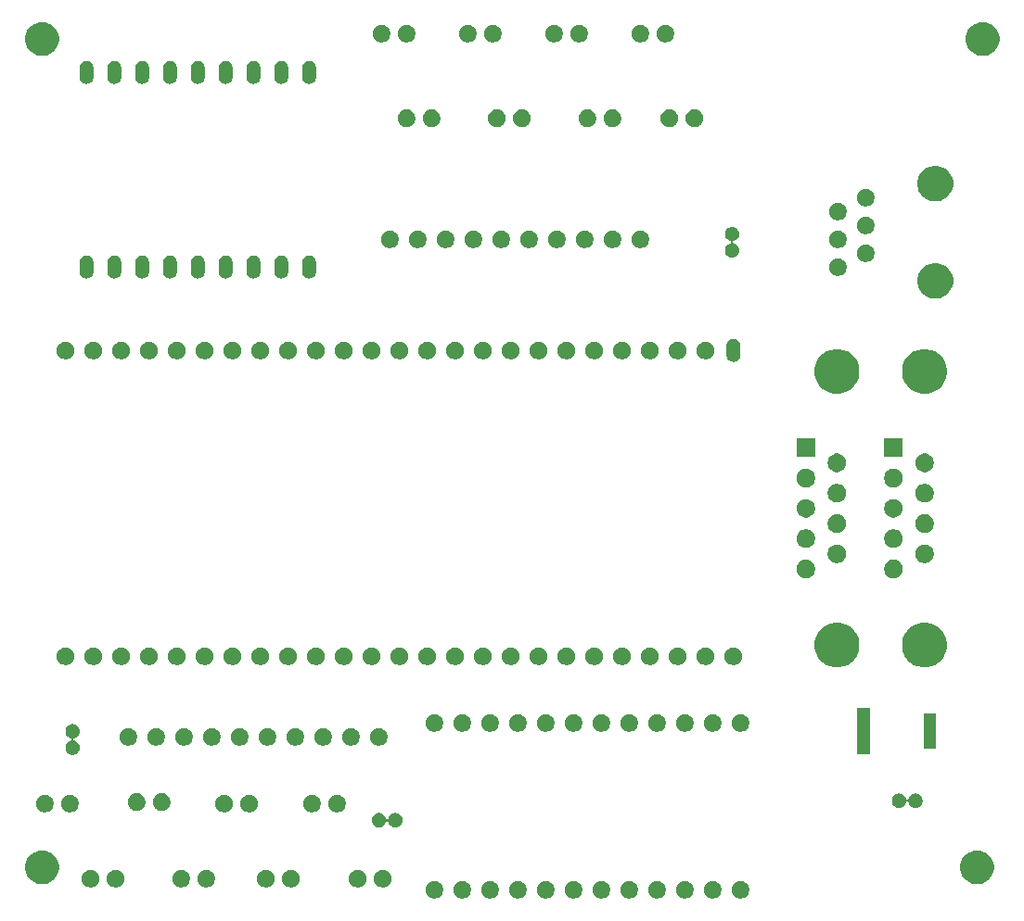
<source format=gbr>
G04 #@! TF.GenerationSoftware,KiCad,Pcbnew,5.1.2-f72e74a~84~ubuntu18.04.1*
G04 #@! TF.CreationDate,2019-06-04T14:03:32-04:00*
G04 #@! TF.ProjectId,temperature board,74656d70-6572-4617-9475-726520626f61,v01*
G04 #@! TF.SameCoordinates,Original*
G04 #@! TF.FileFunction,Soldermask,Top*
G04 #@! TF.FilePolarity,Negative*
%FSLAX46Y46*%
G04 Gerber Fmt 4.6, Leading zero omitted, Abs format (unit mm)*
G04 Created by KiCad (PCBNEW 5.1.2-f72e74a~84~ubuntu18.04.1) date 2019-06-04 14:03:32*
%MOMM*%
%LPD*%
G04 APERTURE LIST*
%ADD10C,0.100000*%
G04 APERTURE END LIST*
D10*
G36*
X138667142Y-106914242D02*
G01*
X138815101Y-106975529D01*
X138948255Y-107064499D01*
X139061501Y-107177745D01*
X139150471Y-107310899D01*
X139211758Y-107458858D01*
X139243000Y-107615925D01*
X139243000Y-107776075D01*
X139211758Y-107933142D01*
X139150471Y-108081101D01*
X139061501Y-108214255D01*
X138948255Y-108327501D01*
X138815101Y-108416471D01*
X138667142Y-108477758D01*
X138510075Y-108509000D01*
X138349925Y-108509000D01*
X138192858Y-108477758D01*
X138044899Y-108416471D01*
X137911745Y-108327501D01*
X137798499Y-108214255D01*
X137709529Y-108081101D01*
X137648242Y-107933142D01*
X137617000Y-107776075D01*
X137617000Y-107615925D01*
X137648242Y-107458858D01*
X137709529Y-107310899D01*
X137798499Y-107177745D01*
X137911745Y-107064499D01*
X138044899Y-106975529D01*
X138192858Y-106914242D01*
X138349925Y-106883000D01*
X138510075Y-106883000D01*
X138667142Y-106914242D01*
X138667142Y-106914242D01*
G37*
G36*
X136127142Y-106914242D02*
G01*
X136275101Y-106975529D01*
X136408255Y-107064499D01*
X136521501Y-107177745D01*
X136610471Y-107310899D01*
X136671758Y-107458858D01*
X136703000Y-107615925D01*
X136703000Y-107776075D01*
X136671758Y-107933142D01*
X136610471Y-108081101D01*
X136521501Y-108214255D01*
X136408255Y-108327501D01*
X136275101Y-108416471D01*
X136127142Y-108477758D01*
X135970075Y-108509000D01*
X135809925Y-108509000D01*
X135652858Y-108477758D01*
X135504899Y-108416471D01*
X135371745Y-108327501D01*
X135258499Y-108214255D01*
X135169529Y-108081101D01*
X135108242Y-107933142D01*
X135077000Y-107776075D01*
X135077000Y-107615925D01*
X135108242Y-107458858D01*
X135169529Y-107310899D01*
X135258499Y-107177745D01*
X135371745Y-107064499D01*
X135504899Y-106975529D01*
X135652858Y-106914242D01*
X135809925Y-106883000D01*
X135970075Y-106883000D01*
X136127142Y-106914242D01*
X136127142Y-106914242D01*
G37*
G36*
X110727142Y-106914242D02*
G01*
X110875101Y-106975529D01*
X111008255Y-107064499D01*
X111121501Y-107177745D01*
X111210471Y-107310899D01*
X111271758Y-107458858D01*
X111303000Y-107615925D01*
X111303000Y-107776075D01*
X111271758Y-107933142D01*
X111210471Y-108081101D01*
X111121501Y-108214255D01*
X111008255Y-108327501D01*
X110875101Y-108416471D01*
X110727142Y-108477758D01*
X110570075Y-108509000D01*
X110409925Y-108509000D01*
X110252858Y-108477758D01*
X110104899Y-108416471D01*
X109971745Y-108327501D01*
X109858499Y-108214255D01*
X109769529Y-108081101D01*
X109708242Y-107933142D01*
X109677000Y-107776075D01*
X109677000Y-107615925D01*
X109708242Y-107458858D01*
X109769529Y-107310899D01*
X109858499Y-107177745D01*
X109971745Y-107064499D01*
X110104899Y-106975529D01*
X110252858Y-106914242D01*
X110409925Y-106883000D01*
X110570075Y-106883000D01*
X110727142Y-106914242D01*
X110727142Y-106914242D01*
G37*
G36*
X113267142Y-106914242D02*
G01*
X113415101Y-106975529D01*
X113548255Y-107064499D01*
X113661501Y-107177745D01*
X113750471Y-107310899D01*
X113811758Y-107458858D01*
X113843000Y-107615925D01*
X113843000Y-107776075D01*
X113811758Y-107933142D01*
X113750471Y-108081101D01*
X113661501Y-108214255D01*
X113548255Y-108327501D01*
X113415101Y-108416471D01*
X113267142Y-108477758D01*
X113110075Y-108509000D01*
X112949925Y-108509000D01*
X112792858Y-108477758D01*
X112644899Y-108416471D01*
X112511745Y-108327501D01*
X112398499Y-108214255D01*
X112309529Y-108081101D01*
X112248242Y-107933142D01*
X112217000Y-107776075D01*
X112217000Y-107615925D01*
X112248242Y-107458858D01*
X112309529Y-107310899D01*
X112398499Y-107177745D01*
X112511745Y-107064499D01*
X112644899Y-106975529D01*
X112792858Y-106914242D01*
X112949925Y-106883000D01*
X113110075Y-106883000D01*
X113267142Y-106914242D01*
X113267142Y-106914242D01*
G37*
G36*
X115807142Y-106914242D02*
G01*
X115955101Y-106975529D01*
X116088255Y-107064499D01*
X116201501Y-107177745D01*
X116290471Y-107310899D01*
X116351758Y-107458858D01*
X116383000Y-107615925D01*
X116383000Y-107776075D01*
X116351758Y-107933142D01*
X116290471Y-108081101D01*
X116201501Y-108214255D01*
X116088255Y-108327501D01*
X115955101Y-108416471D01*
X115807142Y-108477758D01*
X115650075Y-108509000D01*
X115489925Y-108509000D01*
X115332858Y-108477758D01*
X115184899Y-108416471D01*
X115051745Y-108327501D01*
X114938499Y-108214255D01*
X114849529Y-108081101D01*
X114788242Y-107933142D01*
X114757000Y-107776075D01*
X114757000Y-107615925D01*
X114788242Y-107458858D01*
X114849529Y-107310899D01*
X114938499Y-107177745D01*
X115051745Y-107064499D01*
X115184899Y-106975529D01*
X115332858Y-106914242D01*
X115489925Y-106883000D01*
X115650075Y-106883000D01*
X115807142Y-106914242D01*
X115807142Y-106914242D01*
G37*
G36*
X118347142Y-106914242D02*
G01*
X118495101Y-106975529D01*
X118628255Y-107064499D01*
X118741501Y-107177745D01*
X118830471Y-107310899D01*
X118891758Y-107458858D01*
X118923000Y-107615925D01*
X118923000Y-107776075D01*
X118891758Y-107933142D01*
X118830471Y-108081101D01*
X118741501Y-108214255D01*
X118628255Y-108327501D01*
X118495101Y-108416471D01*
X118347142Y-108477758D01*
X118190075Y-108509000D01*
X118029925Y-108509000D01*
X117872858Y-108477758D01*
X117724899Y-108416471D01*
X117591745Y-108327501D01*
X117478499Y-108214255D01*
X117389529Y-108081101D01*
X117328242Y-107933142D01*
X117297000Y-107776075D01*
X117297000Y-107615925D01*
X117328242Y-107458858D01*
X117389529Y-107310899D01*
X117478499Y-107177745D01*
X117591745Y-107064499D01*
X117724899Y-106975529D01*
X117872858Y-106914242D01*
X118029925Y-106883000D01*
X118190075Y-106883000D01*
X118347142Y-106914242D01*
X118347142Y-106914242D01*
G37*
G36*
X120887142Y-106914242D02*
G01*
X121035101Y-106975529D01*
X121168255Y-107064499D01*
X121281501Y-107177745D01*
X121370471Y-107310899D01*
X121431758Y-107458858D01*
X121463000Y-107615925D01*
X121463000Y-107776075D01*
X121431758Y-107933142D01*
X121370471Y-108081101D01*
X121281501Y-108214255D01*
X121168255Y-108327501D01*
X121035101Y-108416471D01*
X120887142Y-108477758D01*
X120730075Y-108509000D01*
X120569925Y-108509000D01*
X120412858Y-108477758D01*
X120264899Y-108416471D01*
X120131745Y-108327501D01*
X120018499Y-108214255D01*
X119929529Y-108081101D01*
X119868242Y-107933142D01*
X119837000Y-107776075D01*
X119837000Y-107615925D01*
X119868242Y-107458858D01*
X119929529Y-107310899D01*
X120018499Y-107177745D01*
X120131745Y-107064499D01*
X120264899Y-106975529D01*
X120412858Y-106914242D01*
X120569925Y-106883000D01*
X120730075Y-106883000D01*
X120887142Y-106914242D01*
X120887142Y-106914242D01*
G37*
G36*
X125967142Y-106914242D02*
G01*
X126115101Y-106975529D01*
X126248255Y-107064499D01*
X126361501Y-107177745D01*
X126450471Y-107310899D01*
X126511758Y-107458858D01*
X126543000Y-107615925D01*
X126543000Y-107776075D01*
X126511758Y-107933142D01*
X126450471Y-108081101D01*
X126361501Y-108214255D01*
X126248255Y-108327501D01*
X126115101Y-108416471D01*
X125967142Y-108477758D01*
X125810075Y-108509000D01*
X125649925Y-108509000D01*
X125492858Y-108477758D01*
X125344899Y-108416471D01*
X125211745Y-108327501D01*
X125098499Y-108214255D01*
X125009529Y-108081101D01*
X124948242Y-107933142D01*
X124917000Y-107776075D01*
X124917000Y-107615925D01*
X124948242Y-107458858D01*
X125009529Y-107310899D01*
X125098499Y-107177745D01*
X125211745Y-107064499D01*
X125344899Y-106975529D01*
X125492858Y-106914242D01*
X125649925Y-106883000D01*
X125810075Y-106883000D01*
X125967142Y-106914242D01*
X125967142Y-106914242D01*
G37*
G36*
X123427142Y-106914242D02*
G01*
X123575101Y-106975529D01*
X123708255Y-107064499D01*
X123821501Y-107177745D01*
X123910471Y-107310899D01*
X123971758Y-107458858D01*
X124003000Y-107615925D01*
X124003000Y-107776075D01*
X123971758Y-107933142D01*
X123910471Y-108081101D01*
X123821501Y-108214255D01*
X123708255Y-108327501D01*
X123575101Y-108416471D01*
X123427142Y-108477758D01*
X123270075Y-108509000D01*
X123109925Y-108509000D01*
X122952858Y-108477758D01*
X122804899Y-108416471D01*
X122671745Y-108327501D01*
X122558499Y-108214255D01*
X122469529Y-108081101D01*
X122408242Y-107933142D01*
X122377000Y-107776075D01*
X122377000Y-107615925D01*
X122408242Y-107458858D01*
X122469529Y-107310899D01*
X122558499Y-107177745D01*
X122671745Y-107064499D01*
X122804899Y-106975529D01*
X122952858Y-106914242D01*
X123109925Y-106883000D01*
X123270075Y-106883000D01*
X123427142Y-106914242D01*
X123427142Y-106914242D01*
G37*
G36*
X133587142Y-106914242D02*
G01*
X133735101Y-106975529D01*
X133868255Y-107064499D01*
X133981501Y-107177745D01*
X134070471Y-107310899D01*
X134131758Y-107458858D01*
X134163000Y-107615925D01*
X134163000Y-107776075D01*
X134131758Y-107933142D01*
X134070471Y-108081101D01*
X133981501Y-108214255D01*
X133868255Y-108327501D01*
X133735101Y-108416471D01*
X133587142Y-108477758D01*
X133430075Y-108509000D01*
X133269925Y-108509000D01*
X133112858Y-108477758D01*
X132964899Y-108416471D01*
X132831745Y-108327501D01*
X132718499Y-108214255D01*
X132629529Y-108081101D01*
X132568242Y-107933142D01*
X132537000Y-107776075D01*
X132537000Y-107615925D01*
X132568242Y-107458858D01*
X132629529Y-107310899D01*
X132718499Y-107177745D01*
X132831745Y-107064499D01*
X132964899Y-106975529D01*
X133112858Y-106914242D01*
X133269925Y-106883000D01*
X133430075Y-106883000D01*
X133587142Y-106914242D01*
X133587142Y-106914242D01*
G37*
G36*
X128507142Y-106914242D02*
G01*
X128655101Y-106975529D01*
X128788255Y-107064499D01*
X128901501Y-107177745D01*
X128990471Y-107310899D01*
X129051758Y-107458858D01*
X129083000Y-107615925D01*
X129083000Y-107776075D01*
X129051758Y-107933142D01*
X128990471Y-108081101D01*
X128901501Y-108214255D01*
X128788255Y-108327501D01*
X128655101Y-108416471D01*
X128507142Y-108477758D01*
X128350075Y-108509000D01*
X128189925Y-108509000D01*
X128032858Y-108477758D01*
X127884899Y-108416471D01*
X127751745Y-108327501D01*
X127638499Y-108214255D01*
X127549529Y-108081101D01*
X127488242Y-107933142D01*
X127457000Y-107776075D01*
X127457000Y-107615925D01*
X127488242Y-107458858D01*
X127549529Y-107310899D01*
X127638499Y-107177745D01*
X127751745Y-107064499D01*
X127884899Y-106975529D01*
X128032858Y-106914242D01*
X128189925Y-106883000D01*
X128350075Y-106883000D01*
X128507142Y-106914242D01*
X128507142Y-106914242D01*
G37*
G36*
X131047142Y-106914242D02*
G01*
X131195101Y-106975529D01*
X131328255Y-107064499D01*
X131441501Y-107177745D01*
X131530471Y-107310899D01*
X131591758Y-107458858D01*
X131623000Y-107615925D01*
X131623000Y-107776075D01*
X131591758Y-107933142D01*
X131530471Y-108081101D01*
X131441501Y-108214255D01*
X131328255Y-108327501D01*
X131195101Y-108416471D01*
X131047142Y-108477758D01*
X130890075Y-108509000D01*
X130729925Y-108509000D01*
X130572858Y-108477758D01*
X130424899Y-108416471D01*
X130291745Y-108327501D01*
X130178499Y-108214255D01*
X130089529Y-108081101D01*
X130028242Y-107933142D01*
X129997000Y-107776075D01*
X129997000Y-107615925D01*
X130028242Y-107458858D01*
X130089529Y-107310899D01*
X130178499Y-107177745D01*
X130291745Y-107064499D01*
X130424899Y-106975529D01*
X130572858Y-106914242D01*
X130729925Y-106883000D01*
X130890075Y-106883000D01*
X131047142Y-106914242D01*
X131047142Y-106914242D01*
G37*
G36*
X106028142Y-105898242D02*
G01*
X106176101Y-105959529D01*
X106309255Y-106048499D01*
X106422501Y-106161745D01*
X106511471Y-106294899D01*
X106572758Y-106442858D01*
X106604000Y-106599925D01*
X106604000Y-106760075D01*
X106572758Y-106917142D01*
X106511471Y-107065101D01*
X106422501Y-107198255D01*
X106309255Y-107311501D01*
X106176101Y-107400471D01*
X106028142Y-107461758D01*
X105871075Y-107493000D01*
X105710925Y-107493000D01*
X105553858Y-107461758D01*
X105405899Y-107400471D01*
X105272745Y-107311501D01*
X105159499Y-107198255D01*
X105070529Y-107065101D01*
X105009242Y-106917142D01*
X104978000Y-106760075D01*
X104978000Y-106599925D01*
X105009242Y-106442858D01*
X105070529Y-106294899D01*
X105159499Y-106161745D01*
X105272745Y-106048499D01*
X105405899Y-105959529D01*
X105553858Y-105898242D01*
X105710925Y-105867000D01*
X105871075Y-105867000D01*
X106028142Y-105898242D01*
X106028142Y-105898242D01*
G37*
G36*
X95360142Y-105898242D02*
G01*
X95508101Y-105959529D01*
X95641255Y-106048499D01*
X95754501Y-106161745D01*
X95843471Y-106294899D01*
X95904758Y-106442858D01*
X95936000Y-106599925D01*
X95936000Y-106760075D01*
X95904758Y-106917142D01*
X95843471Y-107065101D01*
X95754501Y-107198255D01*
X95641255Y-107311501D01*
X95508101Y-107400471D01*
X95360142Y-107461758D01*
X95203075Y-107493000D01*
X95042925Y-107493000D01*
X94885858Y-107461758D01*
X94737899Y-107400471D01*
X94604745Y-107311501D01*
X94491499Y-107198255D01*
X94402529Y-107065101D01*
X94341242Y-106917142D01*
X94310000Y-106760075D01*
X94310000Y-106599925D01*
X94341242Y-106442858D01*
X94402529Y-106294899D01*
X94491499Y-106161745D01*
X94604745Y-106048499D01*
X94737899Y-105959529D01*
X94885858Y-105898242D01*
X95042925Y-105867000D01*
X95203075Y-105867000D01*
X95360142Y-105898242D01*
X95360142Y-105898242D01*
G37*
G36*
X103742142Y-105898242D02*
G01*
X103890101Y-105959529D01*
X104023255Y-106048499D01*
X104136501Y-106161745D01*
X104225471Y-106294899D01*
X104286758Y-106442858D01*
X104318000Y-106599925D01*
X104318000Y-106760075D01*
X104286758Y-106917142D01*
X104225471Y-107065101D01*
X104136501Y-107198255D01*
X104023255Y-107311501D01*
X103890101Y-107400471D01*
X103742142Y-107461758D01*
X103585075Y-107493000D01*
X103424925Y-107493000D01*
X103267858Y-107461758D01*
X103119899Y-107400471D01*
X102986745Y-107311501D01*
X102873499Y-107198255D01*
X102784529Y-107065101D01*
X102723242Y-106917142D01*
X102692000Y-106760075D01*
X102692000Y-106599925D01*
X102723242Y-106442858D01*
X102784529Y-106294899D01*
X102873499Y-106161745D01*
X102986745Y-106048499D01*
X103119899Y-105959529D01*
X103267858Y-105898242D01*
X103424925Y-105867000D01*
X103585075Y-105867000D01*
X103742142Y-105898242D01*
X103742142Y-105898242D01*
G37*
G36*
X97646142Y-105898242D02*
G01*
X97794101Y-105959529D01*
X97927255Y-106048499D01*
X98040501Y-106161745D01*
X98129471Y-106294899D01*
X98190758Y-106442858D01*
X98222000Y-106599925D01*
X98222000Y-106760075D01*
X98190758Y-106917142D01*
X98129471Y-107065101D01*
X98040501Y-107198255D01*
X97927255Y-107311501D01*
X97794101Y-107400471D01*
X97646142Y-107461758D01*
X97489075Y-107493000D01*
X97328925Y-107493000D01*
X97171858Y-107461758D01*
X97023899Y-107400471D01*
X96890745Y-107311501D01*
X96777499Y-107198255D01*
X96688529Y-107065101D01*
X96627242Y-106917142D01*
X96596000Y-106760075D01*
X96596000Y-106599925D01*
X96627242Y-106442858D01*
X96688529Y-106294899D01*
X96777499Y-106161745D01*
X96890745Y-106048499D01*
X97023899Y-105959529D01*
X97171858Y-105898242D01*
X97328925Y-105867000D01*
X97489075Y-105867000D01*
X97646142Y-105898242D01*
X97646142Y-105898242D01*
G37*
G36*
X89899142Y-105898242D02*
G01*
X90047101Y-105959529D01*
X90180255Y-106048499D01*
X90293501Y-106161745D01*
X90382471Y-106294899D01*
X90443758Y-106442858D01*
X90475000Y-106599925D01*
X90475000Y-106760075D01*
X90443758Y-106917142D01*
X90382471Y-107065101D01*
X90293501Y-107198255D01*
X90180255Y-107311501D01*
X90047101Y-107400471D01*
X89899142Y-107461758D01*
X89742075Y-107493000D01*
X89581925Y-107493000D01*
X89424858Y-107461758D01*
X89276899Y-107400471D01*
X89143745Y-107311501D01*
X89030499Y-107198255D01*
X88941529Y-107065101D01*
X88880242Y-106917142D01*
X88849000Y-106760075D01*
X88849000Y-106599925D01*
X88880242Y-106442858D01*
X88941529Y-106294899D01*
X89030499Y-106161745D01*
X89143745Y-106048499D01*
X89276899Y-105959529D01*
X89424858Y-105898242D01*
X89581925Y-105867000D01*
X89742075Y-105867000D01*
X89899142Y-105898242D01*
X89899142Y-105898242D01*
G37*
G36*
X87613142Y-105898242D02*
G01*
X87761101Y-105959529D01*
X87894255Y-106048499D01*
X88007501Y-106161745D01*
X88096471Y-106294899D01*
X88157758Y-106442858D01*
X88189000Y-106599925D01*
X88189000Y-106760075D01*
X88157758Y-106917142D01*
X88096471Y-107065101D01*
X88007501Y-107198255D01*
X87894255Y-107311501D01*
X87761101Y-107400471D01*
X87613142Y-107461758D01*
X87456075Y-107493000D01*
X87295925Y-107493000D01*
X87138858Y-107461758D01*
X86990899Y-107400471D01*
X86857745Y-107311501D01*
X86744499Y-107198255D01*
X86655529Y-107065101D01*
X86594242Y-106917142D01*
X86563000Y-106760075D01*
X86563000Y-106599925D01*
X86594242Y-106442858D01*
X86655529Y-106294899D01*
X86744499Y-106161745D01*
X86857745Y-106048499D01*
X86990899Y-105959529D01*
X87138858Y-105898242D01*
X87295925Y-105867000D01*
X87456075Y-105867000D01*
X87613142Y-105898242D01*
X87613142Y-105898242D01*
G37*
G36*
X81644142Y-105898242D02*
G01*
X81792101Y-105959529D01*
X81925255Y-106048499D01*
X82038501Y-106161745D01*
X82127471Y-106294899D01*
X82188758Y-106442858D01*
X82220000Y-106599925D01*
X82220000Y-106760075D01*
X82188758Y-106917142D01*
X82127471Y-107065101D01*
X82038501Y-107198255D01*
X81925255Y-107311501D01*
X81792101Y-107400471D01*
X81644142Y-107461758D01*
X81487075Y-107493000D01*
X81326925Y-107493000D01*
X81169858Y-107461758D01*
X81021899Y-107400471D01*
X80888745Y-107311501D01*
X80775499Y-107198255D01*
X80686529Y-107065101D01*
X80625242Y-106917142D01*
X80594000Y-106760075D01*
X80594000Y-106599925D01*
X80625242Y-106442858D01*
X80686529Y-106294899D01*
X80775499Y-106161745D01*
X80888745Y-106048499D01*
X81021899Y-105959529D01*
X81169858Y-105898242D01*
X81326925Y-105867000D01*
X81487075Y-105867000D01*
X81644142Y-105898242D01*
X81644142Y-105898242D01*
G37*
G36*
X79358142Y-105898242D02*
G01*
X79506101Y-105959529D01*
X79639255Y-106048499D01*
X79752501Y-106161745D01*
X79841471Y-106294899D01*
X79902758Y-106442858D01*
X79934000Y-106599925D01*
X79934000Y-106760075D01*
X79902758Y-106917142D01*
X79841471Y-107065101D01*
X79752501Y-107198255D01*
X79639255Y-107311501D01*
X79506101Y-107400471D01*
X79358142Y-107461758D01*
X79201075Y-107493000D01*
X79040925Y-107493000D01*
X78883858Y-107461758D01*
X78735899Y-107400471D01*
X78602745Y-107311501D01*
X78489499Y-107198255D01*
X78400529Y-107065101D01*
X78339242Y-106917142D01*
X78308000Y-106760075D01*
X78308000Y-106599925D01*
X78339242Y-106442858D01*
X78400529Y-106294899D01*
X78489499Y-106161745D01*
X78602745Y-106048499D01*
X78735899Y-105959529D01*
X78883858Y-105898242D01*
X79040925Y-105867000D01*
X79201075Y-105867000D01*
X79358142Y-105898242D01*
X79358142Y-105898242D01*
G37*
G36*
X160322585Y-104142802D02*
G01*
X160472410Y-104172604D01*
X160754674Y-104289521D01*
X161008705Y-104459259D01*
X161224741Y-104675295D01*
X161394479Y-104929326D01*
X161511396Y-105211590D01*
X161571000Y-105511240D01*
X161571000Y-105816760D01*
X161511396Y-106116410D01*
X161394479Y-106398674D01*
X161224741Y-106652705D01*
X161008705Y-106868741D01*
X160754674Y-107038479D01*
X160472410Y-107155396D01*
X160360064Y-107177743D01*
X160172761Y-107215000D01*
X159867239Y-107215000D01*
X159679936Y-107177743D01*
X159567590Y-107155396D01*
X159285326Y-107038479D01*
X159031295Y-106868741D01*
X158815259Y-106652705D01*
X158645521Y-106398674D01*
X158528604Y-106116410D01*
X158469000Y-105816760D01*
X158469000Y-105511240D01*
X158528604Y-105211590D01*
X158645521Y-104929326D01*
X158815259Y-104675295D01*
X159031295Y-104459259D01*
X159285326Y-104289521D01*
X159567590Y-104172604D01*
X159717415Y-104142802D01*
X159867239Y-104113000D01*
X160172761Y-104113000D01*
X160322585Y-104142802D01*
X160322585Y-104142802D01*
G37*
G36*
X74978585Y-104142802D02*
G01*
X75128410Y-104172604D01*
X75410674Y-104289521D01*
X75664705Y-104459259D01*
X75880741Y-104675295D01*
X76050479Y-104929326D01*
X76167396Y-105211590D01*
X76227000Y-105511240D01*
X76227000Y-105816760D01*
X76167396Y-106116410D01*
X76050479Y-106398674D01*
X75880741Y-106652705D01*
X75664705Y-106868741D01*
X75410674Y-107038479D01*
X75128410Y-107155396D01*
X75016064Y-107177743D01*
X74828761Y-107215000D01*
X74523239Y-107215000D01*
X74335936Y-107177743D01*
X74223590Y-107155396D01*
X73941326Y-107038479D01*
X73687295Y-106868741D01*
X73471259Y-106652705D01*
X73301521Y-106398674D01*
X73184604Y-106116410D01*
X73125000Y-105816760D01*
X73125000Y-105511240D01*
X73184604Y-105211590D01*
X73301521Y-104929326D01*
X73471259Y-104675295D01*
X73687295Y-104459259D01*
X73941326Y-104289521D01*
X74223590Y-104172604D01*
X74373415Y-104142802D01*
X74523239Y-104113000D01*
X74828761Y-104113000D01*
X74978585Y-104142802D01*
X74978585Y-104142802D01*
G37*
G36*
X105623890Y-100720017D02*
G01*
X105742364Y-100769091D01*
X105848988Y-100840335D01*
X105939665Y-100931012D01*
X106010910Y-101037638D01*
X106059983Y-101156111D01*
X106061403Y-101163249D01*
X106068516Y-101186698D01*
X106080067Y-101208309D01*
X106095612Y-101227251D01*
X106114554Y-101242797D01*
X106136164Y-101254348D01*
X106159613Y-101261461D01*
X106183999Y-101263863D01*
X106208385Y-101261461D01*
X106231834Y-101254348D01*
X106253445Y-101242797D01*
X106272387Y-101227252D01*
X106287933Y-101208310D01*
X106299484Y-101186700D01*
X106306597Y-101163249D01*
X106308017Y-101156111D01*
X106357090Y-101037638D01*
X106428335Y-100931012D01*
X106519012Y-100840335D01*
X106625636Y-100769091D01*
X106744110Y-100720017D01*
X106869881Y-100695000D01*
X106998119Y-100695000D01*
X107123890Y-100720017D01*
X107242364Y-100769091D01*
X107348988Y-100840335D01*
X107439665Y-100931012D01*
X107510910Y-101037638D01*
X107559983Y-101156110D01*
X107585000Y-101281881D01*
X107585000Y-101410119D01*
X107570366Y-101483690D01*
X107559983Y-101535890D01*
X107510909Y-101654364D01*
X107439665Y-101760988D01*
X107348988Y-101851665D01*
X107242364Y-101922909D01*
X107242363Y-101922910D01*
X107242362Y-101922910D01*
X107123890Y-101971983D01*
X106998119Y-101997000D01*
X106869881Y-101997000D01*
X106744110Y-101971983D01*
X106625638Y-101922910D01*
X106625637Y-101922910D01*
X106625636Y-101922909D01*
X106519012Y-101851665D01*
X106428335Y-101760988D01*
X106357091Y-101654364D01*
X106308017Y-101535890D01*
X106306597Y-101528751D01*
X106299484Y-101505302D01*
X106287933Y-101483691D01*
X106272388Y-101464749D01*
X106253446Y-101449203D01*
X106231836Y-101437652D01*
X106208387Y-101430539D01*
X106184001Y-101428137D01*
X106159615Y-101430539D01*
X106136166Y-101437652D01*
X106114555Y-101449203D01*
X106095613Y-101464748D01*
X106080067Y-101483690D01*
X106068516Y-101505300D01*
X106061403Y-101528751D01*
X106059983Y-101535890D01*
X106010909Y-101654364D01*
X105939665Y-101760988D01*
X105848988Y-101851665D01*
X105742364Y-101922909D01*
X105742363Y-101922910D01*
X105742362Y-101922910D01*
X105623890Y-101971983D01*
X105498119Y-101997000D01*
X105369881Y-101997000D01*
X105244110Y-101971983D01*
X105125638Y-101922910D01*
X105125637Y-101922910D01*
X105125636Y-101922909D01*
X105019012Y-101851665D01*
X104928335Y-101760988D01*
X104857091Y-101654364D01*
X104808017Y-101535890D01*
X104797634Y-101483690D01*
X104783000Y-101410119D01*
X104783000Y-101281881D01*
X104808017Y-101156110D01*
X104857090Y-101037638D01*
X104928335Y-100931012D01*
X105019012Y-100840335D01*
X105125636Y-100769091D01*
X105244110Y-100720017D01*
X105369881Y-100695000D01*
X105498119Y-100695000D01*
X105623890Y-100720017D01*
X105623890Y-100720017D01*
G37*
G36*
X75167142Y-99040242D02*
G01*
X75315101Y-99101529D01*
X75448255Y-99190499D01*
X75561501Y-99303745D01*
X75650471Y-99436899D01*
X75711758Y-99584858D01*
X75743000Y-99741925D01*
X75743000Y-99902075D01*
X75711758Y-100059142D01*
X75650471Y-100207101D01*
X75561501Y-100340255D01*
X75448255Y-100453501D01*
X75315101Y-100542471D01*
X75167142Y-100603758D01*
X75010075Y-100635000D01*
X74849925Y-100635000D01*
X74692858Y-100603758D01*
X74544899Y-100542471D01*
X74411745Y-100453501D01*
X74298499Y-100340255D01*
X74209529Y-100207101D01*
X74148242Y-100059142D01*
X74117000Y-99902075D01*
X74117000Y-99741925D01*
X74148242Y-99584858D01*
X74209529Y-99436899D01*
X74298499Y-99303745D01*
X74411745Y-99190499D01*
X74544899Y-99101529D01*
X74692858Y-99040242D01*
X74849925Y-99009000D01*
X75010075Y-99009000D01*
X75167142Y-99040242D01*
X75167142Y-99040242D01*
G37*
G36*
X99551142Y-99040242D02*
G01*
X99699101Y-99101529D01*
X99832255Y-99190499D01*
X99945501Y-99303745D01*
X100034471Y-99436899D01*
X100095758Y-99584858D01*
X100127000Y-99741925D01*
X100127000Y-99902075D01*
X100095758Y-100059142D01*
X100034471Y-100207101D01*
X99945501Y-100340255D01*
X99832255Y-100453501D01*
X99699101Y-100542471D01*
X99551142Y-100603758D01*
X99394075Y-100635000D01*
X99233925Y-100635000D01*
X99076858Y-100603758D01*
X98928899Y-100542471D01*
X98795745Y-100453501D01*
X98682499Y-100340255D01*
X98593529Y-100207101D01*
X98532242Y-100059142D01*
X98501000Y-99902075D01*
X98501000Y-99741925D01*
X98532242Y-99584858D01*
X98593529Y-99436899D01*
X98682499Y-99303745D01*
X98795745Y-99190499D01*
X98928899Y-99101529D01*
X99076858Y-99040242D01*
X99233925Y-99009000D01*
X99394075Y-99009000D01*
X99551142Y-99040242D01*
X99551142Y-99040242D01*
G37*
G36*
X101837142Y-99040242D02*
G01*
X101985101Y-99101529D01*
X102118255Y-99190499D01*
X102231501Y-99303745D01*
X102320471Y-99436899D01*
X102381758Y-99584858D01*
X102413000Y-99741925D01*
X102413000Y-99902075D01*
X102381758Y-100059142D01*
X102320471Y-100207101D01*
X102231501Y-100340255D01*
X102118255Y-100453501D01*
X101985101Y-100542471D01*
X101837142Y-100603758D01*
X101680075Y-100635000D01*
X101519925Y-100635000D01*
X101362858Y-100603758D01*
X101214899Y-100542471D01*
X101081745Y-100453501D01*
X100968499Y-100340255D01*
X100879529Y-100207101D01*
X100818242Y-100059142D01*
X100787000Y-99902075D01*
X100787000Y-99741925D01*
X100818242Y-99584858D01*
X100879529Y-99436899D01*
X100968499Y-99303745D01*
X101081745Y-99190499D01*
X101214899Y-99101529D01*
X101362858Y-99040242D01*
X101519925Y-99009000D01*
X101680075Y-99009000D01*
X101837142Y-99040242D01*
X101837142Y-99040242D01*
G37*
G36*
X91550142Y-99040242D02*
G01*
X91698101Y-99101529D01*
X91831255Y-99190499D01*
X91944501Y-99303745D01*
X92033471Y-99436899D01*
X92094758Y-99584858D01*
X92126000Y-99741925D01*
X92126000Y-99902075D01*
X92094758Y-100059142D01*
X92033471Y-100207101D01*
X91944501Y-100340255D01*
X91831255Y-100453501D01*
X91698101Y-100542471D01*
X91550142Y-100603758D01*
X91393075Y-100635000D01*
X91232925Y-100635000D01*
X91075858Y-100603758D01*
X90927899Y-100542471D01*
X90794745Y-100453501D01*
X90681499Y-100340255D01*
X90592529Y-100207101D01*
X90531242Y-100059142D01*
X90500000Y-99902075D01*
X90500000Y-99741925D01*
X90531242Y-99584858D01*
X90592529Y-99436899D01*
X90681499Y-99303745D01*
X90794745Y-99190499D01*
X90927899Y-99101529D01*
X91075858Y-99040242D01*
X91232925Y-99009000D01*
X91393075Y-99009000D01*
X91550142Y-99040242D01*
X91550142Y-99040242D01*
G37*
G36*
X77453142Y-99040242D02*
G01*
X77601101Y-99101529D01*
X77734255Y-99190499D01*
X77847501Y-99303745D01*
X77936471Y-99436899D01*
X77997758Y-99584858D01*
X78029000Y-99741925D01*
X78029000Y-99902075D01*
X77997758Y-100059142D01*
X77936471Y-100207101D01*
X77847501Y-100340255D01*
X77734255Y-100453501D01*
X77601101Y-100542471D01*
X77453142Y-100603758D01*
X77296075Y-100635000D01*
X77135925Y-100635000D01*
X76978858Y-100603758D01*
X76830899Y-100542471D01*
X76697745Y-100453501D01*
X76584499Y-100340255D01*
X76495529Y-100207101D01*
X76434242Y-100059142D01*
X76403000Y-99902075D01*
X76403000Y-99741925D01*
X76434242Y-99584858D01*
X76495529Y-99436899D01*
X76584499Y-99303745D01*
X76697745Y-99190499D01*
X76830899Y-99101529D01*
X76978858Y-99040242D01*
X77135925Y-99009000D01*
X77296075Y-99009000D01*
X77453142Y-99040242D01*
X77453142Y-99040242D01*
G37*
G36*
X93836142Y-99040242D02*
G01*
X93984101Y-99101529D01*
X94117255Y-99190499D01*
X94230501Y-99303745D01*
X94319471Y-99436899D01*
X94380758Y-99584858D01*
X94412000Y-99741925D01*
X94412000Y-99902075D01*
X94380758Y-100059142D01*
X94319471Y-100207101D01*
X94230501Y-100340255D01*
X94117255Y-100453501D01*
X93984101Y-100542471D01*
X93836142Y-100603758D01*
X93679075Y-100635000D01*
X93518925Y-100635000D01*
X93361858Y-100603758D01*
X93213899Y-100542471D01*
X93080745Y-100453501D01*
X92967499Y-100340255D01*
X92878529Y-100207101D01*
X92817242Y-100059142D01*
X92786000Y-99902075D01*
X92786000Y-99741925D01*
X92817242Y-99584858D01*
X92878529Y-99436899D01*
X92967499Y-99303745D01*
X93080745Y-99190499D01*
X93213899Y-99101529D01*
X93361858Y-99040242D01*
X93518925Y-99009000D01*
X93679075Y-99009000D01*
X93836142Y-99040242D01*
X93836142Y-99040242D01*
G37*
G36*
X85835142Y-98913242D02*
G01*
X85983101Y-98974529D01*
X86116255Y-99063499D01*
X86229501Y-99176745D01*
X86318471Y-99309899D01*
X86379758Y-99457858D01*
X86411000Y-99614925D01*
X86411000Y-99775075D01*
X86379758Y-99932142D01*
X86318471Y-100080101D01*
X86229501Y-100213255D01*
X86116255Y-100326501D01*
X85983101Y-100415471D01*
X85835142Y-100476758D01*
X85678075Y-100508000D01*
X85517925Y-100508000D01*
X85360858Y-100476758D01*
X85212899Y-100415471D01*
X85079745Y-100326501D01*
X84966499Y-100213255D01*
X84877529Y-100080101D01*
X84816242Y-99932142D01*
X84785000Y-99775075D01*
X84785000Y-99614925D01*
X84816242Y-99457858D01*
X84877529Y-99309899D01*
X84966499Y-99176745D01*
X85079745Y-99063499D01*
X85212899Y-98974529D01*
X85360858Y-98913242D01*
X85517925Y-98882000D01*
X85678075Y-98882000D01*
X85835142Y-98913242D01*
X85835142Y-98913242D01*
G37*
G36*
X83549142Y-98913242D02*
G01*
X83697101Y-98974529D01*
X83830255Y-99063499D01*
X83943501Y-99176745D01*
X84032471Y-99309899D01*
X84093758Y-99457858D01*
X84125000Y-99614925D01*
X84125000Y-99775075D01*
X84093758Y-99932142D01*
X84032471Y-100080101D01*
X83943501Y-100213255D01*
X83830255Y-100326501D01*
X83697101Y-100415471D01*
X83549142Y-100476758D01*
X83392075Y-100508000D01*
X83231925Y-100508000D01*
X83074858Y-100476758D01*
X82926899Y-100415471D01*
X82793745Y-100326501D01*
X82680499Y-100213255D01*
X82591529Y-100080101D01*
X82530242Y-99932142D01*
X82499000Y-99775075D01*
X82499000Y-99614925D01*
X82530242Y-99457858D01*
X82591529Y-99309899D01*
X82680499Y-99176745D01*
X82793745Y-99063499D01*
X82926899Y-98974529D01*
X83074858Y-98913242D01*
X83231925Y-98882000D01*
X83392075Y-98882000D01*
X83549142Y-98913242D01*
X83549142Y-98913242D01*
G37*
G36*
X153097890Y-98942017D02*
G01*
X153216364Y-98991091D01*
X153322988Y-99062335D01*
X153413665Y-99153012D01*
X153429522Y-99176743D01*
X153484910Y-99259638D01*
X153533983Y-99378111D01*
X153535403Y-99385249D01*
X153542516Y-99408698D01*
X153554067Y-99430309D01*
X153569612Y-99449251D01*
X153588554Y-99464797D01*
X153610164Y-99476348D01*
X153633613Y-99483461D01*
X153657999Y-99485863D01*
X153682385Y-99483461D01*
X153705834Y-99476348D01*
X153727445Y-99464797D01*
X153746387Y-99449252D01*
X153761933Y-99430310D01*
X153773484Y-99408700D01*
X153780597Y-99385249D01*
X153782017Y-99378111D01*
X153831090Y-99259638D01*
X153886479Y-99176743D01*
X153902335Y-99153012D01*
X153993012Y-99062335D01*
X154099636Y-98991091D01*
X154218110Y-98942017D01*
X154343881Y-98917000D01*
X154472119Y-98917000D01*
X154597890Y-98942017D01*
X154716364Y-98991091D01*
X154822988Y-99062335D01*
X154913665Y-99153012D01*
X154929522Y-99176743D01*
X154984910Y-99259638D01*
X155033983Y-99378110D01*
X155059000Y-99503881D01*
X155059000Y-99632119D01*
X155044366Y-99705690D01*
X155033983Y-99757890D01*
X154984909Y-99876364D01*
X154913665Y-99982988D01*
X154822988Y-100073665D01*
X154716364Y-100144909D01*
X154716363Y-100144910D01*
X154716362Y-100144910D01*
X154597890Y-100193983D01*
X154472119Y-100219000D01*
X154343881Y-100219000D01*
X154218110Y-100193983D01*
X154099638Y-100144910D01*
X154099637Y-100144910D01*
X154099636Y-100144909D01*
X153993012Y-100073665D01*
X153902335Y-99982988D01*
X153831091Y-99876364D01*
X153782017Y-99757890D01*
X153780597Y-99750751D01*
X153773484Y-99727302D01*
X153761933Y-99705691D01*
X153746388Y-99686749D01*
X153727446Y-99671203D01*
X153705836Y-99659652D01*
X153682387Y-99652539D01*
X153658001Y-99650137D01*
X153633615Y-99652539D01*
X153610166Y-99659652D01*
X153588555Y-99671203D01*
X153569613Y-99686748D01*
X153554067Y-99705690D01*
X153542516Y-99727300D01*
X153535403Y-99750751D01*
X153533983Y-99757890D01*
X153484909Y-99876364D01*
X153413665Y-99982988D01*
X153322988Y-100073665D01*
X153216364Y-100144909D01*
X153216363Y-100144910D01*
X153216362Y-100144910D01*
X153097890Y-100193983D01*
X152972119Y-100219000D01*
X152843881Y-100219000D01*
X152718110Y-100193983D01*
X152599638Y-100144910D01*
X152599637Y-100144910D01*
X152599636Y-100144909D01*
X152493012Y-100073665D01*
X152402335Y-99982988D01*
X152331091Y-99876364D01*
X152282017Y-99757890D01*
X152271634Y-99705690D01*
X152257000Y-99632119D01*
X152257000Y-99503881D01*
X152282017Y-99378110D01*
X152331090Y-99259638D01*
X152386479Y-99176743D01*
X152402335Y-99153012D01*
X152493012Y-99062335D01*
X152599636Y-98991091D01*
X152718110Y-98942017D01*
X152843881Y-98917000D01*
X152972119Y-98917000D01*
X153097890Y-98942017D01*
X153097890Y-98942017D01*
G37*
G36*
X77659890Y-92592017D02*
G01*
X77778364Y-92641091D01*
X77856264Y-92693142D01*
X77884988Y-92712335D01*
X77975665Y-92803012D01*
X78046910Y-92909638D01*
X78061244Y-92944243D01*
X78095983Y-93028110D01*
X78121000Y-93153882D01*
X78121000Y-93282118D01*
X78095983Y-93407890D01*
X78046909Y-93526364D01*
X77975665Y-93632988D01*
X77884988Y-93723665D01*
X77778364Y-93794909D01*
X77659890Y-93843983D01*
X77652751Y-93845403D01*
X77629302Y-93852516D01*
X77607691Y-93864067D01*
X77588749Y-93879612D01*
X77573203Y-93898554D01*
X77561652Y-93920164D01*
X77554539Y-93943613D01*
X77552137Y-93967999D01*
X77554539Y-93992385D01*
X77561652Y-94015834D01*
X77573203Y-94037445D01*
X77588748Y-94056387D01*
X77607690Y-94071933D01*
X77629300Y-94083484D01*
X77652751Y-94090597D01*
X77659890Y-94092017D01*
X77778364Y-94141091D01*
X77884988Y-94212335D01*
X77975665Y-94303012D01*
X78046909Y-94409636D01*
X78095983Y-94528110D01*
X78121000Y-94653882D01*
X78121000Y-94782118D01*
X78095983Y-94907890D01*
X78046909Y-95026364D01*
X77975665Y-95132988D01*
X77884988Y-95223665D01*
X77778364Y-95294909D01*
X77778363Y-95294910D01*
X77778362Y-95294910D01*
X77659890Y-95343983D01*
X77534119Y-95369000D01*
X77405881Y-95369000D01*
X77280110Y-95343983D01*
X77161638Y-95294910D01*
X77161637Y-95294910D01*
X77161636Y-95294909D01*
X77055012Y-95223665D01*
X76964335Y-95132988D01*
X76893091Y-95026364D01*
X76844017Y-94907890D01*
X76819000Y-94782118D01*
X76819000Y-94653882D01*
X76844017Y-94528110D01*
X76893091Y-94409636D01*
X76964335Y-94303012D01*
X77055012Y-94212335D01*
X77161636Y-94141091D01*
X77280110Y-94092017D01*
X77287249Y-94090597D01*
X77310698Y-94083484D01*
X77332309Y-94071933D01*
X77351251Y-94056388D01*
X77366797Y-94037446D01*
X77378348Y-94015836D01*
X77385461Y-93992387D01*
X77387863Y-93968001D01*
X77385461Y-93943615D01*
X77378348Y-93920166D01*
X77366797Y-93898555D01*
X77351252Y-93879613D01*
X77332310Y-93864067D01*
X77310700Y-93852516D01*
X77287249Y-93845403D01*
X77280110Y-93843983D01*
X77161636Y-93794909D01*
X77055012Y-93723665D01*
X76964335Y-93632988D01*
X76893091Y-93526364D01*
X76844017Y-93407890D01*
X76819000Y-93282118D01*
X76819000Y-93153882D01*
X76844017Y-93028110D01*
X76878756Y-92944243D01*
X76893090Y-92909638D01*
X76964335Y-92803012D01*
X77055012Y-92712335D01*
X77083736Y-92693142D01*
X77161636Y-92641091D01*
X77280110Y-92592017D01*
X77405881Y-92567000D01*
X77534119Y-92567000D01*
X77659890Y-92592017D01*
X77659890Y-92592017D01*
G37*
G36*
X150303000Y-95319000D02*
G01*
X149101000Y-95319000D01*
X149101000Y-91117000D01*
X150303000Y-91117000D01*
X150303000Y-95319000D01*
X150303000Y-95319000D01*
G37*
G36*
X156253000Y-94819000D02*
G01*
X155151000Y-94819000D01*
X155151000Y-91617000D01*
X156253000Y-91617000D01*
X156253000Y-94819000D01*
X156253000Y-94819000D01*
G37*
G36*
X98027142Y-92944242D02*
G01*
X98175101Y-93005529D01*
X98308255Y-93094499D01*
X98421501Y-93207745D01*
X98510471Y-93340899D01*
X98571758Y-93488858D01*
X98603000Y-93645925D01*
X98603000Y-93806075D01*
X98571758Y-93963142D01*
X98510471Y-94111101D01*
X98421501Y-94244255D01*
X98308255Y-94357501D01*
X98175101Y-94446471D01*
X98027142Y-94507758D01*
X97870075Y-94539000D01*
X97709925Y-94539000D01*
X97552858Y-94507758D01*
X97404899Y-94446471D01*
X97271745Y-94357501D01*
X97158499Y-94244255D01*
X97069529Y-94111101D01*
X97008242Y-93963142D01*
X96977000Y-93806075D01*
X96977000Y-93645925D01*
X97008242Y-93488858D01*
X97069529Y-93340899D01*
X97158499Y-93207745D01*
X97271745Y-93094499D01*
X97404899Y-93005529D01*
X97552858Y-92944242D01*
X97709925Y-92913000D01*
X97870075Y-92913000D01*
X98027142Y-92944242D01*
X98027142Y-92944242D01*
G37*
G36*
X82787142Y-92944242D02*
G01*
X82935101Y-93005529D01*
X83068255Y-93094499D01*
X83181501Y-93207745D01*
X83270471Y-93340899D01*
X83331758Y-93488858D01*
X83363000Y-93645925D01*
X83363000Y-93806075D01*
X83331758Y-93963142D01*
X83270471Y-94111101D01*
X83181501Y-94244255D01*
X83068255Y-94357501D01*
X82935101Y-94446471D01*
X82787142Y-94507758D01*
X82630075Y-94539000D01*
X82469925Y-94539000D01*
X82312858Y-94507758D01*
X82164899Y-94446471D01*
X82031745Y-94357501D01*
X81918499Y-94244255D01*
X81829529Y-94111101D01*
X81768242Y-93963142D01*
X81737000Y-93806075D01*
X81737000Y-93645925D01*
X81768242Y-93488858D01*
X81829529Y-93340899D01*
X81918499Y-93207745D01*
X82031745Y-93094499D01*
X82164899Y-93005529D01*
X82312858Y-92944242D01*
X82469925Y-92913000D01*
X82630075Y-92913000D01*
X82787142Y-92944242D01*
X82787142Y-92944242D01*
G37*
G36*
X85327142Y-92944242D02*
G01*
X85475101Y-93005529D01*
X85608255Y-93094499D01*
X85721501Y-93207745D01*
X85810471Y-93340899D01*
X85871758Y-93488858D01*
X85903000Y-93645925D01*
X85903000Y-93806075D01*
X85871758Y-93963142D01*
X85810471Y-94111101D01*
X85721501Y-94244255D01*
X85608255Y-94357501D01*
X85475101Y-94446471D01*
X85327142Y-94507758D01*
X85170075Y-94539000D01*
X85009925Y-94539000D01*
X84852858Y-94507758D01*
X84704899Y-94446471D01*
X84571745Y-94357501D01*
X84458499Y-94244255D01*
X84369529Y-94111101D01*
X84308242Y-93963142D01*
X84277000Y-93806075D01*
X84277000Y-93645925D01*
X84308242Y-93488858D01*
X84369529Y-93340899D01*
X84458499Y-93207745D01*
X84571745Y-93094499D01*
X84704899Y-93005529D01*
X84852858Y-92944242D01*
X85009925Y-92913000D01*
X85170075Y-92913000D01*
X85327142Y-92944242D01*
X85327142Y-92944242D01*
G37*
G36*
X90407142Y-92944242D02*
G01*
X90555101Y-93005529D01*
X90688255Y-93094499D01*
X90801501Y-93207745D01*
X90890471Y-93340899D01*
X90951758Y-93488858D01*
X90983000Y-93645925D01*
X90983000Y-93806075D01*
X90951758Y-93963142D01*
X90890471Y-94111101D01*
X90801501Y-94244255D01*
X90688255Y-94357501D01*
X90555101Y-94446471D01*
X90407142Y-94507758D01*
X90250075Y-94539000D01*
X90089925Y-94539000D01*
X89932858Y-94507758D01*
X89784899Y-94446471D01*
X89651745Y-94357501D01*
X89538499Y-94244255D01*
X89449529Y-94111101D01*
X89388242Y-93963142D01*
X89357000Y-93806075D01*
X89357000Y-93645925D01*
X89388242Y-93488858D01*
X89449529Y-93340899D01*
X89538499Y-93207745D01*
X89651745Y-93094499D01*
X89784899Y-93005529D01*
X89932858Y-92944242D01*
X90089925Y-92913000D01*
X90250075Y-92913000D01*
X90407142Y-92944242D01*
X90407142Y-92944242D01*
G37*
G36*
X92947142Y-92944242D02*
G01*
X93095101Y-93005529D01*
X93228255Y-93094499D01*
X93341501Y-93207745D01*
X93430471Y-93340899D01*
X93491758Y-93488858D01*
X93523000Y-93645925D01*
X93523000Y-93806075D01*
X93491758Y-93963142D01*
X93430471Y-94111101D01*
X93341501Y-94244255D01*
X93228255Y-94357501D01*
X93095101Y-94446471D01*
X92947142Y-94507758D01*
X92790075Y-94539000D01*
X92629925Y-94539000D01*
X92472858Y-94507758D01*
X92324899Y-94446471D01*
X92191745Y-94357501D01*
X92078499Y-94244255D01*
X91989529Y-94111101D01*
X91928242Y-93963142D01*
X91897000Y-93806075D01*
X91897000Y-93645925D01*
X91928242Y-93488858D01*
X91989529Y-93340899D01*
X92078499Y-93207745D01*
X92191745Y-93094499D01*
X92324899Y-93005529D01*
X92472858Y-92944242D01*
X92629925Y-92913000D01*
X92790075Y-92913000D01*
X92947142Y-92944242D01*
X92947142Y-92944242D01*
G37*
G36*
X95487142Y-92944242D02*
G01*
X95635101Y-93005529D01*
X95768255Y-93094499D01*
X95881501Y-93207745D01*
X95970471Y-93340899D01*
X96031758Y-93488858D01*
X96063000Y-93645925D01*
X96063000Y-93806075D01*
X96031758Y-93963142D01*
X95970471Y-94111101D01*
X95881501Y-94244255D01*
X95768255Y-94357501D01*
X95635101Y-94446471D01*
X95487142Y-94507758D01*
X95330075Y-94539000D01*
X95169925Y-94539000D01*
X95012858Y-94507758D01*
X94864899Y-94446471D01*
X94731745Y-94357501D01*
X94618499Y-94244255D01*
X94529529Y-94111101D01*
X94468242Y-93963142D01*
X94437000Y-93806075D01*
X94437000Y-93645925D01*
X94468242Y-93488858D01*
X94529529Y-93340899D01*
X94618499Y-93207745D01*
X94731745Y-93094499D01*
X94864899Y-93005529D01*
X95012858Y-92944242D01*
X95169925Y-92913000D01*
X95330075Y-92913000D01*
X95487142Y-92944242D01*
X95487142Y-92944242D01*
G37*
G36*
X100567142Y-92944242D02*
G01*
X100715101Y-93005529D01*
X100848255Y-93094499D01*
X100961501Y-93207745D01*
X101050471Y-93340899D01*
X101111758Y-93488858D01*
X101143000Y-93645925D01*
X101143000Y-93806075D01*
X101111758Y-93963142D01*
X101050471Y-94111101D01*
X100961501Y-94244255D01*
X100848255Y-94357501D01*
X100715101Y-94446471D01*
X100567142Y-94507758D01*
X100410075Y-94539000D01*
X100249925Y-94539000D01*
X100092858Y-94507758D01*
X99944899Y-94446471D01*
X99811745Y-94357501D01*
X99698499Y-94244255D01*
X99609529Y-94111101D01*
X99548242Y-93963142D01*
X99517000Y-93806075D01*
X99517000Y-93645925D01*
X99548242Y-93488858D01*
X99609529Y-93340899D01*
X99698499Y-93207745D01*
X99811745Y-93094499D01*
X99944899Y-93005529D01*
X100092858Y-92944242D01*
X100249925Y-92913000D01*
X100410075Y-92913000D01*
X100567142Y-92944242D01*
X100567142Y-92944242D01*
G37*
G36*
X103107142Y-92944242D02*
G01*
X103255101Y-93005529D01*
X103388255Y-93094499D01*
X103501501Y-93207745D01*
X103590471Y-93340899D01*
X103651758Y-93488858D01*
X103683000Y-93645925D01*
X103683000Y-93806075D01*
X103651758Y-93963142D01*
X103590471Y-94111101D01*
X103501501Y-94244255D01*
X103388255Y-94357501D01*
X103255101Y-94446471D01*
X103107142Y-94507758D01*
X102950075Y-94539000D01*
X102789925Y-94539000D01*
X102632858Y-94507758D01*
X102484899Y-94446471D01*
X102351745Y-94357501D01*
X102238499Y-94244255D01*
X102149529Y-94111101D01*
X102088242Y-93963142D01*
X102057000Y-93806075D01*
X102057000Y-93645925D01*
X102088242Y-93488858D01*
X102149529Y-93340899D01*
X102238499Y-93207745D01*
X102351745Y-93094499D01*
X102484899Y-93005529D01*
X102632858Y-92944242D01*
X102789925Y-92913000D01*
X102950075Y-92913000D01*
X103107142Y-92944242D01*
X103107142Y-92944242D01*
G37*
G36*
X105647142Y-92944242D02*
G01*
X105795101Y-93005529D01*
X105928255Y-93094499D01*
X106041501Y-93207745D01*
X106130471Y-93340899D01*
X106191758Y-93488858D01*
X106223000Y-93645925D01*
X106223000Y-93806075D01*
X106191758Y-93963142D01*
X106130471Y-94111101D01*
X106041501Y-94244255D01*
X105928255Y-94357501D01*
X105795101Y-94446471D01*
X105647142Y-94507758D01*
X105490075Y-94539000D01*
X105329925Y-94539000D01*
X105172858Y-94507758D01*
X105024899Y-94446471D01*
X104891745Y-94357501D01*
X104778499Y-94244255D01*
X104689529Y-94111101D01*
X104628242Y-93963142D01*
X104597000Y-93806075D01*
X104597000Y-93645925D01*
X104628242Y-93488858D01*
X104689529Y-93340899D01*
X104778499Y-93207745D01*
X104891745Y-93094499D01*
X105024899Y-93005529D01*
X105172858Y-92944242D01*
X105329925Y-92913000D01*
X105490075Y-92913000D01*
X105647142Y-92944242D01*
X105647142Y-92944242D01*
G37*
G36*
X87867142Y-92944242D02*
G01*
X88015101Y-93005529D01*
X88148255Y-93094499D01*
X88261501Y-93207745D01*
X88350471Y-93340899D01*
X88411758Y-93488858D01*
X88443000Y-93645925D01*
X88443000Y-93806075D01*
X88411758Y-93963142D01*
X88350471Y-94111101D01*
X88261501Y-94244255D01*
X88148255Y-94357501D01*
X88015101Y-94446471D01*
X87867142Y-94507758D01*
X87710075Y-94539000D01*
X87549925Y-94539000D01*
X87392858Y-94507758D01*
X87244899Y-94446471D01*
X87111745Y-94357501D01*
X86998499Y-94244255D01*
X86909529Y-94111101D01*
X86848242Y-93963142D01*
X86817000Y-93806075D01*
X86817000Y-93645925D01*
X86848242Y-93488858D01*
X86909529Y-93340899D01*
X86998499Y-93207745D01*
X87111745Y-93094499D01*
X87244899Y-93005529D01*
X87392858Y-92944242D01*
X87549925Y-92913000D01*
X87710075Y-92913000D01*
X87867142Y-92944242D01*
X87867142Y-92944242D01*
G37*
G36*
X138667142Y-91674242D02*
G01*
X138815101Y-91735529D01*
X138948255Y-91824499D01*
X139061501Y-91937745D01*
X139150471Y-92070899D01*
X139211758Y-92218858D01*
X139243000Y-92375925D01*
X139243000Y-92536075D01*
X139211758Y-92693142D01*
X139150471Y-92841101D01*
X139061501Y-92974255D01*
X138948255Y-93087501D01*
X138815101Y-93176471D01*
X138667142Y-93237758D01*
X138510075Y-93269000D01*
X138349925Y-93269000D01*
X138192858Y-93237758D01*
X138044899Y-93176471D01*
X137911745Y-93087501D01*
X137798499Y-92974255D01*
X137709529Y-92841101D01*
X137648242Y-92693142D01*
X137617000Y-92536075D01*
X137617000Y-92375925D01*
X137648242Y-92218858D01*
X137709529Y-92070899D01*
X137798499Y-91937745D01*
X137911745Y-91824499D01*
X138044899Y-91735529D01*
X138192858Y-91674242D01*
X138349925Y-91643000D01*
X138510075Y-91643000D01*
X138667142Y-91674242D01*
X138667142Y-91674242D01*
G37*
G36*
X113267142Y-91674242D02*
G01*
X113415101Y-91735529D01*
X113548255Y-91824499D01*
X113661501Y-91937745D01*
X113750471Y-92070899D01*
X113811758Y-92218858D01*
X113843000Y-92375925D01*
X113843000Y-92536075D01*
X113811758Y-92693142D01*
X113750471Y-92841101D01*
X113661501Y-92974255D01*
X113548255Y-93087501D01*
X113415101Y-93176471D01*
X113267142Y-93237758D01*
X113110075Y-93269000D01*
X112949925Y-93269000D01*
X112792858Y-93237758D01*
X112644899Y-93176471D01*
X112511745Y-93087501D01*
X112398499Y-92974255D01*
X112309529Y-92841101D01*
X112248242Y-92693142D01*
X112217000Y-92536075D01*
X112217000Y-92375925D01*
X112248242Y-92218858D01*
X112309529Y-92070899D01*
X112398499Y-91937745D01*
X112511745Y-91824499D01*
X112644899Y-91735529D01*
X112792858Y-91674242D01*
X112949925Y-91643000D01*
X113110075Y-91643000D01*
X113267142Y-91674242D01*
X113267142Y-91674242D01*
G37*
G36*
X136127142Y-91674242D02*
G01*
X136275101Y-91735529D01*
X136408255Y-91824499D01*
X136521501Y-91937745D01*
X136610471Y-92070899D01*
X136671758Y-92218858D01*
X136703000Y-92375925D01*
X136703000Y-92536075D01*
X136671758Y-92693142D01*
X136610471Y-92841101D01*
X136521501Y-92974255D01*
X136408255Y-93087501D01*
X136275101Y-93176471D01*
X136127142Y-93237758D01*
X135970075Y-93269000D01*
X135809925Y-93269000D01*
X135652858Y-93237758D01*
X135504899Y-93176471D01*
X135371745Y-93087501D01*
X135258499Y-92974255D01*
X135169529Y-92841101D01*
X135108242Y-92693142D01*
X135077000Y-92536075D01*
X135077000Y-92375925D01*
X135108242Y-92218858D01*
X135169529Y-92070899D01*
X135258499Y-91937745D01*
X135371745Y-91824499D01*
X135504899Y-91735529D01*
X135652858Y-91674242D01*
X135809925Y-91643000D01*
X135970075Y-91643000D01*
X136127142Y-91674242D01*
X136127142Y-91674242D01*
G37*
G36*
X115807142Y-91674242D02*
G01*
X115955101Y-91735529D01*
X116088255Y-91824499D01*
X116201501Y-91937745D01*
X116290471Y-92070899D01*
X116351758Y-92218858D01*
X116383000Y-92375925D01*
X116383000Y-92536075D01*
X116351758Y-92693142D01*
X116290471Y-92841101D01*
X116201501Y-92974255D01*
X116088255Y-93087501D01*
X115955101Y-93176471D01*
X115807142Y-93237758D01*
X115650075Y-93269000D01*
X115489925Y-93269000D01*
X115332858Y-93237758D01*
X115184899Y-93176471D01*
X115051745Y-93087501D01*
X114938499Y-92974255D01*
X114849529Y-92841101D01*
X114788242Y-92693142D01*
X114757000Y-92536075D01*
X114757000Y-92375925D01*
X114788242Y-92218858D01*
X114849529Y-92070899D01*
X114938499Y-91937745D01*
X115051745Y-91824499D01*
X115184899Y-91735529D01*
X115332858Y-91674242D01*
X115489925Y-91643000D01*
X115650075Y-91643000D01*
X115807142Y-91674242D01*
X115807142Y-91674242D01*
G37*
G36*
X118347142Y-91674242D02*
G01*
X118495101Y-91735529D01*
X118628255Y-91824499D01*
X118741501Y-91937745D01*
X118830471Y-92070899D01*
X118891758Y-92218858D01*
X118923000Y-92375925D01*
X118923000Y-92536075D01*
X118891758Y-92693142D01*
X118830471Y-92841101D01*
X118741501Y-92974255D01*
X118628255Y-93087501D01*
X118495101Y-93176471D01*
X118347142Y-93237758D01*
X118190075Y-93269000D01*
X118029925Y-93269000D01*
X117872858Y-93237758D01*
X117724899Y-93176471D01*
X117591745Y-93087501D01*
X117478499Y-92974255D01*
X117389529Y-92841101D01*
X117328242Y-92693142D01*
X117297000Y-92536075D01*
X117297000Y-92375925D01*
X117328242Y-92218858D01*
X117389529Y-92070899D01*
X117478499Y-91937745D01*
X117591745Y-91824499D01*
X117724899Y-91735529D01*
X117872858Y-91674242D01*
X118029925Y-91643000D01*
X118190075Y-91643000D01*
X118347142Y-91674242D01*
X118347142Y-91674242D01*
G37*
G36*
X123427142Y-91674242D02*
G01*
X123575101Y-91735529D01*
X123708255Y-91824499D01*
X123821501Y-91937745D01*
X123910471Y-92070899D01*
X123971758Y-92218858D01*
X124003000Y-92375925D01*
X124003000Y-92536075D01*
X123971758Y-92693142D01*
X123910471Y-92841101D01*
X123821501Y-92974255D01*
X123708255Y-93087501D01*
X123575101Y-93176471D01*
X123427142Y-93237758D01*
X123270075Y-93269000D01*
X123109925Y-93269000D01*
X122952858Y-93237758D01*
X122804899Y-93176471D01*
X122671745Y-93087501D01*
X122558499Y-92974255D01*
X122469529Y-92841101D01*
X122408242Y-92693142D01*
X122377000Y-92536075D01*
X122377000Y-92375925D01*
X122408242Y-92218858D01*
X122469529Y-92070899D01*
X122558499Y-91937745D01*
X122671745Y-91824499D01*
X122804899Y-91735529D01*
X122952858Y-91674242D01*
X123109925Y-91643000D01*
X123270075Y-91643000D01*
X123427142Y-91674242D01*
X123427142Y-91674242D01*
G37*
G36*
X128507142Y-91674242D02*
G01*
X128655101Y-91735529D01*
X128788255Y-91824499D01*
X128901501Y-91937745D01*
X128990471Y-92070899D01*
X129051758Y-92218858D01*
X129083000Y-92375925D01*
X129083000Y-92536075D01*
X129051758Y-92693142D01*
X128990471Y-92841101D01*
X128901501Y-92974255D01*
X128788255Y-93087501D01*
X128655101Y-93176471D01*
X128507142Y-93237758D01*
X128350075Y-93269000D01*
X128189925Y-93269000D01*
X128032858Y-93237758D01*
X127884899Y-93176471D01*
X127751745Y-93087501D01*
X127638499Y-92974255D01*
X127549529Y-92841101D01*
X127488242Y-92693142D01*
X127457000Y-92536075D01*
X127457000Y-92375925D01*
X127488242Y-92218858D01*
X127549529Y-92070899D01*
X127638499Y-91937745D01*
X127751745Y-91824499D01*
X127884899Y-91735529D01*
X128032858Y-91674242D01*
X128189925Y-91643000D01*
X128350075Y-91643000D01*
X128507142Y-91674242D01*
X128507142Y-91674242D01*
G37*
G36*
X125967142Y-91674242D02*
G01*
X126115101Y-91735529D01*
X126248255Y-91824499D01*
X126361501Y-91937745D01*
X126450471Y-92070899D01*
X126511758Y-92218858D01*
X126543000Y-92375925D01*
X126543000Y-92536075D01*
X126511758Y-92693142D01*
X126450471Y-92841101D01*
X126361501Y-92974255D01*
X126248255Y-93087501D01*
X126115101Y-93176471D01*
X125967142Y-93237758D01*
X125810075Y-93269000D01*
X125649925Y-93269000D01*
X125492858Y-93237758D01*
X125344899Y-93176471D01*
X125211745Y-93087501D01*
X125098499Y-92974255D01*
X125009529Y-92841101D01*
X124948242Y-92693142D01*
X124917000Y-92536075D01*
X124917000Y-92375925D01*
X124948242Y-92218858D01*
X125009529Y-92070899D01*
X125098499Y-91937745D01*
X125211745Y-91824499D01*
X125344899Y-91735529D01*
X125492858Y-91674242D01*
X125649925Y-91643000D01*
X125810075Y-91643000D01*
X125967142Y-91674242D01*
X125967142Y-91674242D01*
G37*
G36*
X110727142Y-91674242D02*
G01*
X110875101Y-91735529D01*
X111008255Y-91824499D01*
X111121501Y-91937745D01*
X111210471Y-92070899D01*
X111271758Y-92218858D01*
X111303000Y-92375925D01*
X111303000Y-92536075D01*
X111271758Y-92693142D01*
X111210471Y-92841101D01*
X111121501Y-92974255D01*
X111008255Y-93087501D01*
X110875101Y-93176471D01*
X110727142Y-93237758D01*
X110570075Y-93269000D01*
X110409925Y-93269000D01*
X110252858Y-93237758D01*
X110104899Y-93176471D01*
X109971745Y-93087501D01*
X109858499Y-92974255D01*
X109769529Y-92841101D01*
X109708242Y-92693142D01*
X109677000Y-92536075D01*
X109677000Y-92375925D01*
X109708242Y-92218858D01*
X109769529Y-92070899D01*
X109858499Y-91937745D01*
X109971745Y-91824499D01*
X110104899Y-91735529D01*
X110252858Y-91674242D01*
X110409925Y-91643000D01*
X110570075Y-91643000D01*
X110727142Y-91674242D01*
X110727142Y-91674242D01*
G37*
G36*
X120887142Y-91674242D02*
G01*
X121035101Y-91735529D01*
X121168255Y-91824499D01*
X121281501Y-91937745D01*
X121370471Y-92070899D01*
X121431758Y-92218858D01*
X121463000Y-92375925D01*
X121463000Y-92536075D01*
X121431758Y-92693142D01*
X121370471Y-92841101D01*
X121281501Y-92974255D01*
X121168255Y-93087501D01*
X121035101Y-93176471D01*
X120887142Y-93237758D01*
X120730075Y-93269000D01*
X120569925Y-93269000D01*
X120412858Y-93237758D01*
X120264899Y-93176471D01*
X120131745Y-93087501D01*
X120018499Y-92974255D01*
X119929529Y-92841101D01*
X119868242Y-92693142D01*
X119837000Y-92536075D01*
X119837000Y-92375925D01*
X119868242Y-92218858D01*
X119929529Y-92070899D01*
X120018499Y-91937745D01*
X120131745Y-91824499D01*
X120264899Y-91735529D01*
X120412858Y-91674242D01*
X120569925Y-91643000D01*
X120730075Y-91643000D01*
X120887142Y-91674242D01*
X120887142Y-91674242D01*
G37*
G36*
X131047142Y-91674242D02*
G01*
X131195101Y-91735529D01*
X131328255Y-91824499D01*
X131441501Y-91937745D01*
X131530471Y-92070899D01*
X131591758Y-92218858D01*
X131623000Y-92375925D01*
X131623000Y-92536075D01*
X131591758Y-92693142D01*
X131530471Y-92841101D01*
X131441501Y-92974255D01*
X131328255Y-93087501D01*
X131195101Y-93176471D01*
X131047142Y-93237758D01*
X130890075Y-93269000D01*
X130729925Y-93269000D01*
X130572858Y-93237758D01*
X130424899Y-93176471D01*
X130291745Y-93087501D01*
X130178499Y-92974255D01*
X130089529Y-92841101D01*
X130028242Y-92693142D01*
X129997000Y-92536075D01*
X129997000Y-92375925D01*
X130028242Y-92218858D01*
X130089529Y-92070899D01*
X130178499Y-91937745D01*
X130291745Y-91824499D01*
X130424899Y-91735529D01*
X130572858Y-91674242D01*
X130729925Y-91643000D01*
X130890075Y-91643000D01*
X131047142Y-91674242D01*
X131047142Y-91674242D01*
G37*
G36*
X133587142Y-91674242D02*
G01*
X133735101Y-91735529D01*
X133868255Y-91824499D01*
X133981501Y-91937745D01*
X134070471Y-92070899D01*
X134131758Y-92218858D01*
X134163000Y-92375925D01*
X134163000Y-92536075D01*
X134131758Y-92693142D01*
X134070471Y-92841101D01*
X133981501Y-92974255D01*
X133868255Y-93087501D01*
X133735101Y-93176471D01*
X133587142Y-93237758D01*
X133430075Y-93269000D01*
X133269925Y-93269000D01*
X133112858Y-93237758D01*
X132964899Y-93176471D01*
X132831745Y-93087501D01*
X132718499Y-92974255D01*
X132629529Y-92841101D01*
X132568242Y-92693142D01*
X132537000Y-92536075D01*
X132537000Y-92375925D01*
X132568242Y-92218858D01*
X132629529Y-92070899D01*
X132718499Y-91937745D01*
X132831745Y-91824499D01*
X132964899Y-91735529D01*
X133112858Y-91674242D01*
X133269925Y-91643000D01*
X133430075Y-91643000D01*
X133587142Y-91674242D01*
X133587142Y-91674242D01*
G37*
G36*
X155838254Y-83377818D02*
G01*
X156211511Y-83532426D01*
X156211513Y-83532427D01*
X156547436Y-83756884D01*
X156833116Y-84042564D01*
X157057574Y-84378489D01*
X157212182Y-84751746D01*
X157291000Y-85147993D01*
X157291000Y-85552007D01*
X157212182Y-85948254D01*
X157074799Y-86279925D01*
X157057573Y-86321513D01*
X156833116Y-86657436D01*
X156547436Y-86943116D01*
X156211513Y-87167573D01*
X156211512Y-87167574D01*
X156211511Y-87167574D01*
X155838254Y-87322182D01*
X155442007Y-87401000D01*
X155037993Y-87401000D01*
X154641746Y-87322182D01*
X154268489Y-87167574D01*
X154268488Y-87167574D01*
X154268487Y-87167573D01*
X153932564Y-86943116D01*
X153646884Y-86657436D01*
X153422427Y-86321513D01*
X153405201Y-86279925D01*
X153267818Y-85948254D01*
X153189000Y-85552007D01*
X153189000Y-85147993D01*
X153267818Y-84751746D01*
X153422426Y-84378489D01*
X153646884Y-84042564D01*
X153932564Y-83756884D01*
X154268487Y-83532427D01*
X154268489Y-83532426D01*
X154641746Y-83377818D01*
X155037993Y-83299000D01*
X155442007Y-83299000D01*
X155838254Y-83377818D01*
X155838254Y-83377818D01*
G37*
G36*
X147838254Y-83377818D02*
G01*
X148211511Y-83532426D01*
X148211513Y-83532427D01*
X148547436Y-83756884D01*
X148833116Y-84042564D01*
X149057574Y-84378489D01*
X149212182Y-84751746D01*
X149291000Y-85147993D01*
X149291000Y-85552007D01*
X149212182Y-85948254D01*
X149074799Y-86279925D01*
X149057573Y-86321513D01*
X148833116Y-86657436D01*
X148547436Y-86943116D01*
X148211513Y-87167573D01*
X148211512Y-87167574D01*
X148211511Y-87167574D01*
X147838254Y-87322182D01*
X147442007Y-87401000D01*
X147037993Y-87401000D01*
X146641746Y-87322182D01*
X146268489Y-87167574D01*
X146268488Y-87167574D01*
X146268487Y-87167573D01*
X145932564Y-86943116D01*
X145646884Y-86657436D01*
X145422427Y-86321513D01*
X145405201Y-86279925D01*
X145267818Y-85948254D01*
X145189000Y-85552007D01*
X145189000Y-85147993D01*
X145267818Y-84751746D01*
X145422426Y-84378489D01*
X145646884Y-84042564D01*
X145932564Y-83756884D01*
X146268487Y-83532427D01*
X146268489Y-83532426D01*
X146641746Y-83377818D01*
X147037993Y-83299000D01*
X147442007Y-83299000D01*
X147838254Y-83377818D01*
X147838254Y-83377818D01*
G37*
G36*
X107552142Y-85578242D02*
G01*
X107700101Y-85639529D01*
X107833255Y-85728499D01*
X107946501Y-85841745D01*
X108035471Y-85974899D01*
X108096758Y-86122858D01*
X108128000Y-86279925D01*
X108128000Y-86440075D01*
X108096758Y-86597142D01*
X108035471Y-86745101D01*
X107946501Y-86878255D01*
X107833255Y-86991501D01*
X107700101Y-87080471D01*
X107552142Y-87141758D01*
X107395075Y-87173000D01*
X107234925Y-87173000D01*
X107077858Y-87141758D01*
X106929899Y-87080471D01*
X106796745Y-86991501D01*
X106683499Y-86878255D01*
X106594529Y-86745101D01*
X106533242Y-86597142D01*
X106502000Y-86440075D01*
X106502000Y-86279925D01*
X106533242Y-86122858D01*
X106594529Y-85974899D01*
X106683499Y-85841745D01*
X106796745Y-85728499D01*
X106929899Y-85639529D01*
X107077858Y-85578242D01*
X107234925Y-85547000D01*
X107395075Y-85547000D01*
X107552142Y-85578242D01*
X107552142Y-85578242D01*
G37*
G36*
X105012142Y-85578242D02*
G01*
X105160101Y-85639529D01*
X105293255Y-85728499D01*
X105406501Y-85841745D01*
X105495471Y-85974899D01*
X105556758Y-86122858D01*
X105588000Y-86279925D01*
X105588000Y-86440075D01*
X105556758Y-86597142D01*
X105495471Y-86745101D01*
X105406501Y-86878255D01*
X105293255Y-86991501D01*
X105160101Y-87080471D01*
X105012142Y-87141758D01*
X104855075Y-87173000D01*
X104694925Y-87173000D01*
X104537858Y-87141758D01*
X104389899Y-87080471D01*
X104256745Y-86991501D01*
X104143499Y-86878255D01*
X104054529Y-86745101D01*
X103993242Y-86597142D01*
X103962000Y-86440075D01*
X103962000Y-86279925D01*
X103993242Y-86122858D01*
X104054529Y-85974899D01*
X104143499Y-85841745D01*
X104256745Y-85728499D01*
X104389899Y-85639529D01*
X104537858Y-85578242D01*
X104694925Y-85547000D01*
X104855075Y-85547000D01*
X105012142Y-85578242D01*
X105012142Y-85578242D01*
G37*
G36*
X102472142Y-85578242D02*
G01*
X102620101Y-85639529D01*
X102753255Y-85728499D01*
X102866501Y-85841745D01*
X102955471Y-85974899D01*
X103016758Y-86122858D01*
X103048000Y-86279925D01*
X103048000Y-86440075D01*
X103016758Y-86597142D01*
X102955471Y-86745101D01*
X102866501Y-86878255D01*
X102753255Y-86991501D01*
X102620101Y-87080471D01*
X102472142Y-87141758D01*
X102315075Y-87173000D01*
X102154925Y-87173000D01*
X101997858Y-87141758D01*
X101849899Y-87080471D01*
X101716745Y-86991501D01*
X101603499Y-86878255D01*
X101514529Y-86745101D01*
X101453242Y-86597142D01*
X101422000Y-86440075D01*
X101422000Y-86279925D01*
X101453242Y-86122858D01*
X101514529Y-85974899D01*
X101603499Y-85841745D01*
X101716745Y-85728499D01*
X101849899Y-85639529D01*
X101997858Y-85578242D01*
X102154925Y-85547000D01*
X102315075Y-85547000D01*
X102472142Y-85578242D01*
X102472142Y-85578242D01*
G37*
G36*
X99932142Y-85578242D02*
G01*
X100080101Y-85639529D01*
X100213255Y-85728499D01*
X100326501Y-85841745D01*
X100415471Y-85974899D01*
X100476758Y-86122858D01*
X100508000Y-86279925D01*
X100508000Y-86440075D01*
X100476758Y-86597142D01*
X100415471Y-86745101D01*
X100326501Y-86878255D01*
X100213255Y-86991501D01*
X100080101Y-87080471D01*
X99932142Y-87141758D01*
X99775075Y-87173000D01*
X99614925Y-87173000D01*
X99457858Y-87141758D01*
X99309899Y-87080471D01*
X99176745Y-86991501D01*
X99063499Y-86878255D01*
X98974529Y-86745101D01*
X98913242Y-86597142D01*
X98882000Y-86440075D01*
X98882000Y-86279925D01*
X98913242Y-86122858D01*
X98974529Y-85974899D01*
X99063499Y-85841745D01*
X99176745Y-85728499D01*
X99309899Y-85639529D01*
X99457858Y-85578242D01*
X99614925Y-85547000D01*
X99775075Y-85547000D01*
X99932142Y-85578242D01*
X99932142Y-85578242D01*
G37*
G36*
X97392142Y-85578242D02*
G01*
X97540101Y-85639529D01*
X97673255Y-85728499D01*
X97786501Y-85841745D01*
X97875471Y-85974899D01*
X97936758Y-86122858D01*
X97968000Y-86279925D01*
X97968000Y-86440075D01*
X97936758Y-86597142D01*
X97875471Y-86745101D01*
X97786501Y-86878255D01*
X97673255Y-86991501D01*
X97540101Y-87080471D01*
X97392142Y-87141758D01*
X97235075Y-87173000D01*
X97074925Y-87173000D01*
X96917858Y-87141758D01*
X96769899Y-87080471D01*
X96636745Y-86991501D01*
X96523499Y-86878255D01*
X96434529Y-86745101D01*
X96373242Y-86597142D01*
X96342000Y-86440075D01*
X96342000Y-86279925D01*
X96373242Y-86122858D01*
X96434529Y-85974899D01*
X96523499Y-85841745D01*
X96636745Y-85728499D01*
X96769899Y-85639529D01*
X96917858Y-85578242D01*
X97074925Y-85547000D01*
X97235075Y-85547000D01*
X97392142Y-85578242D01*
X97392142Y-85578242D01*
G37*
G36*
X94852142Y-85578242D02*
G01*
X95000101Y-85639529D01*
X95133255Y-85728499D01*
X95246501Y-85841745D01*
X95335471Y-85974899D01*
X95396758Y-86122858D01*
X95428000Y-86279925D01*
X95428000Y-86440075D01*
X95396758Y-86597142D01*
X95335471Y-86745101D01*
X95246501Y-86878255D01*
X95133255Y-86991501D01*
X95000101Y-87080471D01*
X94852142Y-87141758D01*
X94695075Y-87173000D01*
X94534925Y-87173000D01*
X94377858Y-87141758D01*
X94229899Y-87080471D01*
X94096745Y-86991501D01*
X93983499Y-86878255D01*
X93894529Y-86745101D01*
X93833242Y-86597142D01*
X93802000Y-86440075D01*
X93802000Y-86279925D01*
X93833242Y-86122858D01*
X93894529Y-85974899D01*
X93983499Y-85841745D01*
X94096745Y-85728499D01*
X94229899Y-85639529D01*
X94377858Y-85578242D01*
X94534925Y-85547000D01*
X94695075Y-85547000D01*
X94852142Y-85578242D01*
X94852142Y-85578242D01*
G37*
G36*
X92312142Y-85578242D02*
G01*
X92460101Y-85639529D01*
X92593255Y-85728499D01*
X92706501Y-85841745D01*
X92795471Y-85974899D01*
X92856758Y-86122858D01*
X92888000Y-86279925D01*
X92888000Y-86440075D01*
X92856758Y-86597142D01*
X92795471Y-86745101D01*
X92706501Y-86878255D01*
X92593255Y-86991501D01*
X92460101Y-87080471D01*
X92312142Y-87141758D01*
X92155075Y-87173000D01*
X91994925Y-87173000D01*
X91837858Y-87141758D01*
X91689899Y-87080471D01*
X91556745Y-86991501D01*
X91443499Y-86878255D01*
X91354529Y-86745101D01*
X91293242Y-86597142D01*
X91262000Y-86440075D01*
X91262000Y-86279925D01*
X91293242Y-86122858D01*
X91354529Y-85974899D01*
X91443499Y-85841745D01*
X91556745Y-85728499D01*
X91689899Y-85639529D01*
X91837858Y-85578242D01*
X91994925Y-85547000D01*
X92155075Y-85547000D01*
X92312142Y-85578242D01*
X92312142Y-85578242D01*
G37*
G36*
X89772142Y-85578242D02*
G01*
X89920101Y-85639529D01*
X90053255Y-85728499D01*
X90166501Y-85841745D01*
X90255471Y-85974899D01*
X90316758Y-86122858D01*
X90348000Y-86279925D01*
X90348000Y-86440075D01*
X90316758Y-86597142D01*
X90255471Y-86745101D01*
X90166501Y-86878255D01*
X90053255Y-86991501D01*
X89920101Y-87080471D01*
X89772142Y-87141758D01*
X89615075Y-87173000D01*
X89454925Y-87173000D01*
X89297858Y-87141758D01*
X89149899Y-87080471D01*
X89016745Y-86991501D01*
X88903499Y-86878255D01*
X88814529Y-86745101D01*
X88753242Y-86597142D01*
X88722000Y-86440075D01*
X88722000Y-86279925D01*
X88753242Y-86122858D01*
X88814529Y-85974899D01*
X88903499Y-85841745D01*
X89016745Y-85728499D01*
X89149899Y-85639529D01*
X89297858Y-85578242D01*
X89454925Y-85547000D01*
X89615075Y-85547000D01*
X89772142Y-85578242D01*
X89772142Y-85578242D01*
G37*
G36*
X87232142Y-85578242D02*
G01*
X87380101Y-85639529D01*
X87513255Y-85728499D01*
X87626501Y-85841745D01*
X87715471Y-85974899D01*
X87776758Y-86122858D01*
X87808000Y-86279925D01*
X87808000Y-86440075D01*
X87776758Y-86597142D01*
X87715471Y-86745101D01*
X87626501Y-86878255D01*
X87513255Y-86991501D01*
X87380101Y-87080471D01*
X87232142Y-87141758D01*
X87075075Y-87173000D01*
X86914925Y-87173000D01*
X86757858Y-87141758D01*
X86609899Y-87080471D01*
X86476745Y-86991501D01*
X86363499Y-86878255D01*
X86274529Y-86745101D01*
X86213242Y-86597142D01*
X86182000Y-86440075D01*
X86182000Y-86279925D01*
X86213242Y-86122858D01*
X86274529Y-85974899D01*
X86363499Y-85841745D01*
X86476745Y-85728499D01*
X86609899Y-85639529D01*
X86757858Y-85578242D01*
X86914925Y-85547000D01*
X87075075Y-85547000D01*
X87232142Y-85578242D01*
X87232142Y-85578242D01*
G37*
G36*
X84692142Y-85578242D02*
G01*
X84840101Y-85639529D01*
X84973255Y-85728499D01*
X85086501Y-85841745D01*
X85175471Y-85974899D01*
X85236758Y-86122858D01*
X85268000Y-86279925D01*
X85268000Y-86440075D01*
X85236758Y-86597142D01*
X85175471Y-86745101D01*
X85086501Y-86878255D01*
X84973255Y-86991501D01*
X84840101Y-87080471D01*
X84692142Y-87141758D01*
X84535075Y-87173000D01*
X84374925Y-87173000D01*
X84217858Y-87141758D01*
X84069899Y-87080471D01*
X83936745Y-86991501D01*
X83823499Y-86878255D01*
X83734529Y-86745101D01*
X83673242Y-86597142D01*
X83642000Y-86440075D01*
X83642000Y-86279925D01*
X83673242Y-86122858D01*
X83734529Y-85974899D01*
X83823499Y-85841745D01*
X83936745Y-85728499D01*
X84069899Y-85639529D01*
X84217858Y-85578242D01*
X84374925Y-85547000D01*
X84535075Y-85547000D01*
X84692142Y-85578242D01*
X84692142Y-85578242D01*
G37*
G36*
X82152142Y-85578242D02*
G01*
X82300101Y-85639529D01*
X82433255Y-85728499D01*
X82546501Y-85841745D01*
X82635471Y-85974899D01*
X82696758Y-86122858D01*
X82728000Y-86279925D01*
X82728000Y-86440075D01*
X82696758Y-86597142D01*
X82635471Y-86745101D01*
X82546501Y-86878255D01*
X82433255Y-86991501D01*
X82300101Y-87080471D01*
X82152142Y-87141758D01*
X81995075Y-87173000D01*
X81834925Y-87173000D01*
X81677858Y-87141758D01*
X81529899Y-87080471D01*
X81396745Y-86991501D01*
X81283499Y-86878255D01*
X81194529Y-86745101D01*
X81133242Y-86597142D01*
X81102000Y-86440075D01*
X81102000Y-86279925D01*
X81133242Y-86122858D01*
X81194529Y-85974899D01*
X81283499Y-85841745D01*
X81396745Y-85728499D01*
X81529899Y-85639529D01*
X81677858Y-85578242D01*
X81834925Y-85547000D01*
X81995075Y-85547000D01*
X82152142Y-85578242D01*
X82152142Y-85578242D01*
G37*
G36*
X77072142Y-85578242D02*
G01*
X77220101Y-85639529D01*
X77353255Y-85728499D01*
X77466501Y-85841745D01*
X77555471Y-85974899D01*
X77616758Y-86122858D01*
X77648000Y-86279925D01*
X77648000Y-86440075D01*
X77616758Y-86597142D01*
X77555471Y-86745101D01*
X77466501Y-86878255D01*
X77353255Y-86991501D01*
X77220101Y-87080471D01*
X77072142Y-87141758D01*
X76915075Y-87173000D01*
X76754925Y-87173000D01*
X76597858Y-87141758D01*
X76449899Y-87080471D01*
X76316745Y-86991501D01*
X76203499Y-86878255D01*
X76114529Y-86745101D01*
X76053242Y-86597142D01*
X76022000Y-86440075D01*
X76022000Y-86279925D01*
X76053242Y-86122858D01*
X76114529Y-85974899D01*
X76203499Y-85841745D01*
X76316745Y-85728499D01*
X76449899Y-85639529D01*
X76597858Y-85578242D01*
X76754925Y-85547000D01*
X76915075Y-85547000D01*
X77072142Y-85578242D01*
X77072142Y-85578242D01*
G37*
G36*
X79612142Y-85578242D02*
G01*
X79760101Y-85639529D01*
X79893255Y-85728499D01*
X80006501Y-85841745D01*
X80095471Y-85974899D01*
X80156758Y-86122858D01*
X80188000Y-86279925D01*
X80188000Y-86440075D01*
X80156758Y-86597142D01*
X80095471Y-86745101D01*
X80006501Y-86878255D01*
X79893255Y-86991501D01*
X79760101Y-87080471D01*
X79612142Y-87141758D01*
X79455075Y-87173000D01*
X79294925Y-87173000D01*
X79137858Y-87141758D01*
X78989899Y-87080471D01*
X78856745Y-86991501D01*
X78743499Y-86878255D01*
X78654529Y-86745101D01*
X78593242Y-86597142D01*
X78562000Y-86440075D01*
X78562000Y-86279925D01*
X78593242Y-86122858D01*
X78654529Y-85974899D01*
X78743499Y-85841745D01*
X78856745Y-85728499D01*
X78989899Y-85639529D01*
X79137858Y-85578242D01*
X79294925Y-85547000D01*
X79455075Y-85547000D01*
X79612142Y-85578242D01*
X79612142Y-85578242D01*
G37*
G36*
X135492142Y-85578242D02*
G01*
X135640101Y-85639529D01*
X135773255Y-85728499D01*
X135886501Y-85841745D01*
X135975471Y-85974899D01*
X136036758Y-86122858D01*
X136068000Y-86279925D01*
X136068000Y-86440075D01*
X136036758Y-86597142D01*
X135975471Y-86745101D01*
X135886501Y-86878255D01*
X135773255Y-86991501D01*
X135640101Y-87080471D01*
X135492142Y-87141758D01*
X135335075Y-87173000D01*
X135174925Y-87173000D01*
X135017858Y-87141758D01*
X134869899Y-87080471D01*
X134736745Y-86991501D01*
X134623499Y-86878255D01*
X134534529Y-86745101D01*
X134473242Y-86597142D01*
X134442000Y-86440075D01*
X134442000Y-86279925D01*
X134473242Y-86122858D01*
X134534529Y-85974899D01*
X134623499Y-85841745D01*
X134736745Y-85728499D01*
X134869899Y-85639529D01*
X135017858Y-85578242D01*
X135174925Y-85547000D01*
X135335075Y-85547000D01*
X135492142Y-85578242D01*
X135492142Y-85578242D01*
G37*
G36*
X110092142Y-85578242D02*
G01*
X110240101Y-85639529D01*
X110373255Y-85728499D01*
X110486501Y-85841745D01*
X110575471Y-85974899D01*
X110636758Y-86122858D01*
X110668000Y-86279925D01*
X110668000Y-86440075D01*
X110636758Y-86597142D01*
X110575471Y-86745101D01*
X110486501Y-86878255D01*
X110373255Y-86991501D01*
X110240101Y-87080471D01*
X110092142Y-87141758D01*
X109935075Y-87173000D01*
X109774925Y-87173000D01*
X109617858Y-87141758D01*
X109469899Y-87080471D01*
X109336745Y-86991501D01*
X109223499Y-86878255D01*
X109134529Y-86745101D01*
X109073242Y-86597142D01*
X109042000Y-86440075D01*
X109042000Y-86279925D01*
X109073242Y-86122858D01*
X109134529Y-85974899D01*
X109223499Y-85841745D01*
X109336745Y-85728499D01*
X109469899Y-85639529D01*
X109617858Y-85578242D01*
X109774925Y-85547000D01*
X109935075Y-85547000D01*
X110092142Y-85578242D01*
X110092142Y-85578242D01*
G37*
G36*
X112632142Y-85578242D02*
G01*
X112780101Y-85639529D01*
X112913255Y-85728499D01*
X113026501Y-85841745D01*
X113115471Y-85974899D01*
X113176758Y-86122858D01*
X113208000Y-86279925D01*
X113208000Y-86440075D01*
X113176758Y-86597142D01*
X113115471Y-86745101D01*
X113026501Y-86878255D01*
X112913255Y-86991501D01*
X112780101Y-87080471D01*
X112632142Y-87141758D01*
X112475075Y-87173000D01*
X112314925Y-87173000D01*
X112157858Y-87141758D01*
X112009899Y-87080471D01*
X111876745Y-86991501D01*
X111763499Y-86878255D01*
X111674529Y-86745101D01*
X111613242Y-86597142D01*
X111582000Y-86440075D01*
X111582000Y-86279925D01*
X111613242Y-86122858D01*
X111674529Y-85974899D01*
X111763499Y-85841745D01*
X111876745Y-85728499D01*
X112009899Y-85639529D01*
X112157858Y-85578242D01*
X112314925Y-85547000D01*
X112475075Y-85547000D01*
X112632142Y-85578242D01*
X112632142Y-85578242D01*
G37*
G36*
X115172142Y-85578242D02*
G01*
X115320101Y-85639529D01*
X115453255Y-85728499D01*
X115566501Y-85841745D01*
X115655471Y-85974899D01*
X115716758Y-86122858D01*
X115748000Y-86279925D01*
X115748000Y-86440075D01*
X115716758Y-86597142D01*
X115655471Y-86745101D01*
X115566501Y-86878255D01*
X115453255Y-86991501D01*
X115320101Y-87080471D01*
X115172142Y-87141758D01*
X115015075Y-87173000D01*
X114854925Y-87173000D01*
X114697858Y-87141758D01*
X114549899Y-87080471D01*
X114416745Y-86991501D01*
X114303499Y-86878255D01*
X114214529Y-86745101D01*
X114153242Y-86597142D01*
X114122000Y-86440075D01*
X114122000Y-86279925D01*
X114153242Y-86122858D01*
X114214529Y-85974899D01*
X114303499Y-85841745D01*
X114416745Y-85728499D01*
X114549899Y-85639529D01*
X114697858Y-85578242D01*
X114854925Y-85547000D01*
X115015075Y-85547000D01*
X115172142Y-85578242D01*
X115172142Y-85578242D01*
G37*
G36*
X117712142Y-85578242D02*
G01*
X117860101Y-85639529D01*
X117993255Y-85728499D01*
X118106501Y-85841745D01*
X118195471Y-85974899D01*
X118256758Y-86122858D01*
X118288000Y-86279925D01*
X118288000Y-86440075D01*
X118256758Y-86597142D01*
X118195471Y-86745101D01*
X118106501Y-86878255D01*
X117993255Y-86991501D01*
X117860101Y-87080471D01*
X117712142Y-87141758D01*
X117555075Y-87173000D01*
X117394925Y-87173000D01*
X117237858Y-87141758D01*
X117089899Y-87080471D01*
X116956745Y-86991501D01*
X116843499Y-86878255D01*
X116754529Y-86745101D01*
X116693242Y-86597142D01*
X116662000Y-86440075D01*
X116662000Y-86279925D01*
X116693242Y-86122858D01*
X116754529Y-85974899D01*
X116843499Y-85841745D01*
X116956745Y-85728499D01*
X117089899Y-85639529D01*
X117237858Y-85578242D01*
X117394925Y-85547000D01*
X117555075Y-85547000D01*
X117712142Y-85578242D01*
X117712142Y-85578242D01*
G37*
G36*
X120252142Y-85578242D02*
G01*
X120400101Y-85639529D01*
X120533255Y-85728499D01*
X120646501Y-85841745D01*
X120735471Y-85974899D01*
X120796758Y-86122858D01*
X120828000Y-86279925D01*
X120828000Y-86440075D01*
X120796758Y-86597142D01*
X120735471Y-86745101D01*
X120646501Y-86878255D01*
X120533255Y-86991501D01*
X120400101Y-87080471D01*
X120252142Y-87141758D01*
X120095075Y-87173000D01*
X119934925Y-87173000D01*
X119777858Y-87141758D01*
X119629899Y-87080471D01*
X119496745Y-86991501D01*
X119383499Y-86878255D01*
X119294529Y-86745101D01*
X119233242Y-86597142D01*
X119202000Y-86440075D01*
X119202000Y-86279925D01*
X119233242Y-86122858D01*
X119294529Y-85974899D01*
X119383499Y-85841745D01*
X119496745Y-85728499D01*
X119629899Y-85639529D01*
X119777858Y-85578242D01*
X119934925Y-85547000D01*
X120095075Y-85547000D01*
X120252142Y-85578242D01*
X120252142Y-85578242D01*
G37*
G36*
X122792142Y-85578242D02*
G01*
X122940101Y-85639529D01*
X123073255Y-85728499D01*
X123186501Y-85841745D01*
X123275471Y-85974899D01*
X123336758Y-86122858D01*
X123368000Y-86279925D01*
X123368000Y-86440075D01*
X123336758Y-86597142D01*
X123275471Y-86745101D01*
X123186501Y-86878255D01*
X123073255Y-86991501D01*
X122940101Y-87080471D01*
X122792142Y-87141758D01*
X122635075Y-87173000D01*
X122474925Y-87173000D01*
X122317858Y-87141758D01*
X122169899Y-87080471D01*
X122036745Y-86991501D01*
X121923499Y-86878255D01*
X121834529Y-86745101D01*
X121773242Y-86597142D01*
X121742000Y-86440075D01*
X121742000Y-86279925D01*
X121773242Y-86122858D01*
X121834529Y-85974899D01*
X121923499Y-85841745D01*
X122036745Y-85728499D01*
X122169899Y-85639529D01*
X122317858Y-85578242D01*
X122474925Y-85547000D01*
X122635075Y-85547000D01*
X122792142Y-85578242D01*
X122792142Y-85578242D01*
G37*
G36*
X125332142Y-85578242D02*
G01*
X125480101Y-85639529D01*
X125613255Y-85728499D01*
X125726501Y-85841745D01*
X125815471Y-85974899D01*
X125876758Y-86122858D01*
X125908000Y-86279925D01*
X125908000Y-86440075D01*
X125876758Y-86597142D01*
X125815471Y-86745101D01*
X125726501Y-86878255D01*
X125613255Y-86991501D01*
X125480101Y-87080471D01*
X125332142Y-87141758D01*
X125175075Y-87173000D01*
X125014925Y-87173000D01*
X124857858Y-87141758D01*
X124709899Y-87080471D01*
X124576745Y-86991501D01*
X124463499Y-86878255D01*
X124374529Y-86745101D01*
X124313242Y-86597142D01*
X124282000Y-86440075D01*
X124282000Y-86279925D01*
X124313242Y-86122858D01*
X124374529Y-85974899D01*
X124463499Y-85841745D01*
X124576745Y-85728499D01*
X124709899Y-85639529D01*
X124857858Y-85578242D01*
X125014925Y-85547000D01*
X125175075Y-85547000D01*
X125332142Y-85578242D01*
X125332142Y-85578242D01*
G37*
G36*
X127872142Y-85578242D02*
G01*
X128020101Y-85639529D01*
X128153255Y-85728499D01*
X128266501Y-85841745D01*
X128355471Y-85974899D01*
X128416758Y-86122858D01*
X128448000Y-86279925D01*
X128448000Y-86440075D01*
X128416758Y-86597142D01*
X128355471Y-86745101D01*
X128266501Y-86878255D01*
X128153255Y-86991501D01*
X128020101Y-87080471D01*
X127872142Y-87141758D01*
X127715075Y-87173000D01*
X127554925Y-87173000D01*
X127397858Y-87141758D01*
X127249899Y-87080471D01*
X127116745Y-86991501D01*
X127003499Y-86878255D01*
X126914529Y-86745101D01*
X126853242Y-86597142D01*
X126822000Y-86440075D01*
X126822000Y-86279925D01*
X126853242Y-86122858D01*
X126914529Y-85974899D01*
X127003499Y-85841745D01*
X127116745Y-85728499D01*
X127249899Y-85639529D01*
X127397858Y-85578242D01*
X127554925Y-85547000D01*
X127715075Y-85547000D01*
X127872142Y-85578242D01*
X127872142Y-85578242D01*
G37*
G36*
X130412142Y-85578242D02*
G01*
X130560101Y-85639529D01*
X130693255Y-85728499D01*
X130806501Y-85841745D01*
X130895471Y-85974899D01*
X130956758Y-86122858D01*
X130988000Y-86279925D01*
X130988000Y-86440075D01*
X130956758Y-86597142D01*
X130895471Y-86745101D01*
X130806501Y-86878255D01*
X130693255Y-86991501D01*
X130560101Y-87080471D01*
X130412142Y-87141758D01*
X130255075Y-87173000D01*
X130094925Y-87173000D01*
X129937858Y-87141758D01*
X129789899Y-87080471D01*
X129656745Y-86991501D01*
X129543499Y-86878255D01*
X129454529Y-86745101D01*
X129393242Y-86597142D01*
X129362000Y-86440075D01*
X129362000Y-86279925D01*
X129393242Y-86122858D01*
X129454529Y-85974899D01*
X129543499Y-85841745D01*
X129656745Y-85728499D01*
X129789899Y-85639529D01*
X129937858Y-85578242D01*
X130094925Y-85547000D01*
X130255075Y-85547000D01*
X130412142Y-85578242D01*
X130412142Y-85578242D01*
G37*
G36*
X132952142Y-85578242D02*
G01*
X133100101Y-85639529D01*
X133233255Y-85728499D01*
X133346501Y-85841745D01*
X133435471Y-85974899D01*
X133496758Y-86122858D01*
X133528000Y-86279925D01*
X133528000Y-86440075D01*
X133496758Y-86597142D01*
X133435471Y-86745101D01*
X133346501Y-86878255D01*
X133233255Y-86991501D01*
X133100101Y-87080471D01*
X132952142Y-87141758D01*
X132795075Y-87173000D01*
X132634925Y-87173000D01*
X132477858Y-87141758D01*
X132329899Y-87080471D01*
X132196745Y-86991501D01*
X132083499Y-86878255D01*
X131994529Y-86745101D01*
X131933242Y-86597142D01*
X131902000Y-86440075D01*
X131902000Y-86279925D01*
X131933242Y-86122858D01*
X131994529Y-85974899D01*
X132083499Y-85841745D01*
X132196745Y-85728499D01*
X132329899Y-85639529D01*
X132477858Y-85578242D01*
X132634925Y-85547000D01*
X132795075Y-85547000D01*
X132952142Y-85578242D01*
X132952142Y-85578242D01*
G37*
G36*
X138032142Y-85578242D02*
G01*
X138180101Y-85639529D01*
X138313255Y-85728499D01*
X138426501Y-85841745D01*
X138515471Y-85974899D01*
X138576758Y-86122858D01*
X138608000Y-86279925D01*
X138608000Y-86440075D01*
X138576758Y-86597142D01*
X138515471Y-86745101D01*
X138426501Y-86878255D01*
X138313255Y-86991501D01*
X138180101Y-87080471D01*
X138032142Y-87141758D01*
X137875075Y-87173000D01*
X137714925Y-87173000D01*
X137557858Y-87141758D01*
X137409899Y-87080471D01*
X137276745Y-86991501D01*
X137163499Y-86878255D01*
X137074529Y-86745101D01*
X137013242Y-86597142D01*
X136982000Y-86440075D01*
X136982000Y-86279925D01*
X137013242Y-86122858D01*
X137074529Y-85974899D01*
X137163499Y-85841745D01*
X137276745Y-85728499D01*
X137409899Y-85639529D01*
X137557858Y-85578242D01*
X137714925Y-85547000D01*
X137875075Y-85547000D01*
X138032142Y-85578242D01*
X138032142Y-85578242D01*
G37*
G36*
X144648228Y-77571703D02*
G01*
X144803100Y-77635853D01*
X144942481Y-77728985D01*
X145061015Y-77847519D01*
X145154147Y-77986900D01*
X145218297Y-78141772D01*
X145251000Y-78306184D01*
X145251000Y-78473816D01*
X145218297Y-78638228D01*
X145154147Y-78793100D01*
X145061015Y-78932481D01*
X144942481Y-79051015D01*
X144803100Y-79144147D01*
X144648228Y-79208297D01*
X144483816Y-79241000D01*
X144316184Y-79241000D01*
X144151772Y-79208297D01*
X143996900Y-79144147D01*
X143857519Y-79051015D01*
X143738985Y-78932481D01*
X143645853Y-78793100D01*
X143581703Y-78638228D01*
X143549000Y-78473816D01*
X143549000Y-78306184D01*
X143581703Y-78141772D01*
X143645853Y-77986900D01*
X143738985Y-77847519D01*
X143857519Y-77728985D01*
X143996900Y-77635853D01*
X144151772Y-77571703D01*
X144316184Y-77539000D01*
X144483816Y-77539000D01*
X144648228Y-77571703D01*
X144648228Y-77571703D01*
G37*
G36*
X152648228Y-77571703D02*
G01*
X152803100Y-77635853D01*
X152942481Y-77728985D01*
X153061015Y-77847519D01*
X153154147Y-77986900D01*
X153218297Y-78141772D01*
X153251000Y-78306184D01*
X153251000Y-78473816D01*
X153218297Y-78638228D01*
X153154147Y-78793100D01*
X153061015Y-78932481D01*
X152942481Y-79051015D01*
X152803100Y-79144147D01*
X152648228Y-79208297D01*
X152483816Y-79241000D01*
X152316184Y-79241000D01*
X152151772Y-79208297D01*
X151996900Y-79144147D01*
X151857519Y-79051015D01*
X151738985Y-78932481D01*
X151645853Y-78793100D01*
X151581703Y-78638228D01*
X151549000Y-78473816D01*
X151549000Y-78306184D01*
X151581703Y-78141772D01*
X151645853Y-77986900D01*
X151738985Y-77847519D01*
X151857519Y-77728985D01*
X151996900Y-77635853D01*
X152151772Y-77571703D01*
X152316184Y-77539000D01*
X152483816Y-77539000D01*
X152648228Y-77571703D01*
X152648228Y-77571703D01*
G37*
G36*
X147488228Y-76186703D02*
G01*
X147643100Y-76250853D01*
X147782481Y-76343985D01*
X147901015Y-76462519D01*
X147994147Y-76601900D01*
X148058297Y-76756772D01*
X148091000Y-76921184D01*
X148091000Y-77088816D01*
X148058297Y-77253228D01*
X147994147Y-77408100D01*
X147901015Y-77547481D01*
X147782481Y-77666015D01*
X147643100Y-77759147D01*
X147488228Y-77823297D01*
X147323816Y-77856000D01*
X147156184Y-77856000D01*
X146991772Y-77823297D01*
X146836900Y-77759147D01*
X146697519Y-77666015D01*
X146578985Y-77547481D01*
X146485853Y-77408100D01*
X146421703Y-77253228D01*
X146389000Y-77088816D01*
X146389000Y-76921184D01*
X146421703Y-76756772D01*
X146485853Y-76601900D01*
X146578985Y-76462519D01*
X146697519Y-76343985D01*
X146836900Y-76250853D01*
X146991772Y-76186703D01*
X147156184Y-76154000D01*
X147323816Y-76154000D01*
X147488228Y-76186703D01*
X147488228Y-76186703D01*
G37*
G36*
X155488228Y-76186703D02*
G01*
X155643100Y-76250853D01*
X155782481Y-76343985D01*
X155901015Y-76462519D01*
X155994147Y-76601900D01*
X156058297Y-76756772D01*
X156091000Y-76921184D01*
X156091000Y-77088816D01*
X156058297Y-77253228D01*
X155994147Y-77408100D01*
X155901015Y-77547481D01*
X155782481Y-77666015D01*
X155643100Y-77759147D01*
X155488228Y-77823297D01*
X155323816Y-77856000D01*
X155156184Y-77856000D01*
X154991772Y-77823297D01*
X154836900Y-77759147D01*
X154697519Y-77666015D01*
X154578985Y-77547481D01*
X154485853Y-77408100D01*
X154421703Y-77253228D01*
X154389000Y-77088816D01*
X154389000Y-76921184D01*
X154421703Y-76756772D01*
X154485853Y-76601900D01*
X154578985Y-76462519D01*
X154697519Y-76343985D01*
X154836900Y-76250853D01*
X154991772Y-76186703D01*
X155156184Y-76154000D01*
X155323816Y-76154000D01*
X155488228Y-76186703D01*
X155488228Y-76186703D01*
G37*
G36*
X152648228Y-74801703D02*
G01*
X152803100Y-74865853D01*
X152942481Y-74958985D01*
X153061015Y-75077519D01*
X153154147Y-75216900D01*
X153218297Y-75371772D01*
X153251000Y-75536184D01*
X153251000Y-75703816D01*
X153218297Y-75868228D01*
X153154147Y-76023100D01*
X153061015Y-76162481D01*
X152942481Y-76281015D01*
X152803100Y-76374147D01*
X152648228Y-76438297D01*
X152483816Y-76471000D01*
X152316184Y-76471000D01*
X152151772Y-76438297D01*
X151996900Y-76374147D01*
X151857519Y-76281015D01*
X151738985Y-76162481D01*
X151645853Y-76023100D01*
X151581703Y-75868228D01*
X151549000Y-75703816D01*
X151549000Y-75536184D01*
X151581703Y-75371772D01*
X151645853Y-75216900D01*
X151738985Y-75077519D01*
X151857519Y-74958985D01*
X151996900Y-74865853D01*
X152151772Y-74801703D01*
X152316184Y-74769000D01*
X152483816Y-74769000D01*
X152648228Y-74801703D01*
X152648228Y-74801703D01*
G37*
G36*
X144648228Y-74801703D02*
G01*
X144803100Y-74865853D01*
X144942481Y-74958985D01*
X145061015Y-75077519D01*
X145154147Y-75216900D01*
X145218297Y-75371772D01*
X145251000Y-75536184D01*
X145251000Y-75703816D01*
X145218297Y-75868228D01*
X145154147Y-76023100D01*
X145061015Y-76162481D01*
X144942481Y-76281015D01*
X144803100Y-76374147D01*
X144648228Y-76438297D01*
X144483816Y-76471000D01*
X144316184Y-76471000D01*
X144151772Y-76438297D01*
X143996900Y-76374147D01*
X143857519Y-76281015D01*
X143738985Y-76162481D01*
X143645853Y-76023100D01*
X143581703Y-75868228D01*
X143549000Y-75703816D01*
X143549000Y-75536184D01*
X143581703Y-75371772D01*
X143645853Y-75216900D01*
X143738985Y-75077519D01*
X143857519Y-74958985D01*
X143996900Y-74865853D01*
X144151772Y-74801703D01*
X144316184Y-74769000D01*
X144483816Y-74769000D01*
X144648228Y-74801703D01*
X144648228Y-74801703D01*
G37*
G36*
X155488228Y-73416703D02*
G01*
X155643100Y-73480853D01*
X155782481Y-73573985D01*
X155901015Y-73692519D01*
X155994147Y-73831900D01*
X156058297Y-73986772D01*
X156091000Y-74151184D01*
X156091000Y-74318816D01*
X156058297Y-74483228D01*
X155994147Y-74638100D01*
X155901015Y-74777481D01*
X155782481Y-74896015D01*
X155643100Y-74989147D01*
X155488228Y-75053297D01*
X155323816Y-75086000D01*
X155156184Y-75086000D01*
X154991772Y-75053297D01*
X154836900Y-74989147D01*
X154697519Y-74896015D01*
X154578985Y-74777481D01*
X154485853Y-74638100D01*
X154421703Y-74483228D01*
X154389000Y-74318816D01*
X154389000Y-74151184D01*
X154421703Y-73986772D01*
X154485853Y-73831900D01*
X154578985Y-73692519D01*
X154697519Y-73573985D01*
X154836900Y-73480853D01*
X154991772Y-73416703D01*
X155156184Y-73384000D01*
X155323816Y-73384000D01*
X155488228Y-73416703D01*
X155488228Y-73416703D01*
G37*
G36*
X147488228Y-73416703D02*
G01*
X147643100Y-73480853D01*
X147782481Y-73573985D01*
X147901015Y-73692519D01*
X147994147Y-73831900D01*
X148058297Y-73986772D01*
X148091000Y-74151184D01*
X148091000Y-74318816D01*
X148058297Y-74483228D01*
X147994147Y-74638100D01*
X147901015Y-74777481D01*
X147782481Y-74896015D01*
X147643100Y-74989147D01*
X147488228Y-75053297D01*
X147323816Y-75086000D01*
X147156184Y-75086000D01*
X146991772Y-75053297D01*
X146836900Y-74989147D01*
X146697519Y-74896015D01*
X146578985Y-74777481D01*
X146485853Y-74638100D01*
X146421703Y-74483228D01*
X146389000Y-74318816D01*
X146389000Y-74151184D01*
X146421703Y-73986772D01*
X146485853Y-73831900D01*
X146578985Y-73692519D01*
X146697519Y-73573985D01*
X146836900Y-73480853D01*
X146991772Y-73416703D01*
X147156184Y-73384000D01*
X147323816Y-73384000D01*
X147488228Y-73416703D01*
X147488228Y-73416703D01*
G37*
G36*
X144648228Y-72031703D02*
G01*
X144803100Y-72095853D01*
X144942481Y-72188985D01*
X145061015Y-72307519D01*
X145154147Y-72446900D01*
X145218297Y-72601772D01*
X145251000Y-72766184D01*
X145251000Y-72933816D01*
X145218297Y-73098228D01*
X145154147Y-73253100D01*
X145061015Y-73392481D01*
X144942481Y-73511015D01*
X144803100Y-73604147D01*
X144648228Y-73668297D01*
X144483816Y-73701000D01*
X144316184Y-73701000D01*
X144151772Y-73668297D01*
X143996900Y-73604147D01*
X143857519Y-73511015D01*
X143738985Y-73392481D01*
X143645853Y-73253100D01*
X143581703Y-73098228D01*
X143549000Y-72933816D01*
X143549000Y-72766184D01*
X143581703Y-72601772D01*
X143645853Y-72446900D01*
X143738985Y-72307519D01*
X143857519Y-72188985D01*
X143996900Y-72095853D01*
X144151772Y-72031703D01*
X144316184Y-71999000D01*
X144483816Y-71999000D01*
X144648228Y-72031703D01*
X144648228Y-72031703D01*
G37*
G36*
X152648228Y-72031703D02*
G01*
X152803100Y-72095853D01*
X152942481Y-72188985D01*
X153061015Y-72307519D01*
X153154147Y-72446900D01*
X153218297Y-72601772D01*
X153251000Y-72766184D01*
X153251000Y-72933816D01*
X153218297Y-73098228D01*
X153154147Y-73253100D01*
X153061015Y-73392481D01*
X152942481Y-73511015D01*
X152803100Y-73604147D01*
X152648228Y-73668297D01*
X152483816Y-73701000D01*
X152316184Y-73701000D01*
X152151772Y-73668297D01*
X151996900Y-73604147D01*
X151857519Y-73511015D01*
X151738985Y-73392481D01*
X151645853Y-73253100D01*
X151581703Y-73098228D01*
X151549000Y-72933816D01*
X151549000Y-72766184D01*
X151581703Y-72601772D01*
X151645853Y-72446900D01*
X151738985Y-72307519D01*
X151857519Y-72188985D01*
X151996900Y-72095853D01*
X152151772Y-72031703D01*
X152316184Y-71999000D01*
X152483816Y-71999000D01*
X152648228Y-72031703D01*
X152648228Y-72031703D01*
G37*
G36*
X155488228Y-70646703D02*
G01*
X155643100Y-70710853D01*
X155782481Y-70803985D01*
X155901015Y-70922519D01*
X155994147Y-71061900D01*
X156058297Y-71216772D01*
X156091000Y-71381184D01*
X156091000Y-71548816D01*
X156058297Y-71713228D01*
X155994147Y-71868100D01*
X155901015Y-72007481D01*
X155782481Y-72126015D01*
X155643100Y-72219147D01*
X155488228Y-72283297D01*
X155323816Y-72316000D01*
X155156184Y-72316000D01*
X154991772Y-72283297D01*
X154836900Y-72219147D01*
X154697519Y-72126015D01*
X154578985Y-72007481D01*
X154485853Y-71868100D01*
X154421703Y-71713228D01*
X154389000Y-71548816D01*
X154389000Y-71381184D01*
X154421703Y-71216772D01*
X154485853Y-71061900D01*
X154578985Y-70922519D01*
X154697519Y-70803985D01*
X154836900Y-70710853D01*
X154991772Y-70646703D01*
X155156184Y-70614000D01*
X155323816Y-70614000D01*
X155488228Y-70646703D01*
X155488228Y-70646703D01*
G37*
G36*
X147488228Y-70646703D02*
G01*
X147643100Y-70710853D01*
X147782481Y-70803985D01*
X147901015Y-70922519D01*
X147994147Y-71061900D01*
X148058297Y-71216772D01*
X148091000Y-71381184D01*
X148091000Y-71548816D01*
X148058297Y-71713228D01*
X147994147Y-71868100D01*
X147901015Y-72007481D01*
X147782481Y-72126015D01*
X147643100Y-72219147D01*
X147488228Y-72283297D01*
X147323816Y-72316000D01*
X147156184Y-72316000D01*
X146991772Y-72283297D01*
X146836900Y-72219147D01*
X146697519Y-72126015D01*
X146578985Y-72007481D01*
X146485853Y-71868100D01*
X146421703Y-71713228D01*
X146389000Y-71548816D01*
X146389000Y-71381184D01*
X146421703Y-71216772D01*
X146485853Y-71061900D01*
X146578985Y-70922519D01*
X146697519Y-70803985D01*
X146836900Y-70710853D01*
X146991772Y-70646703D01*
X147156184Y-70614000D01*
X147323816Y-70614000D01*
X147488228Y-70646703D01*
X147488228Y-70646703D01*
G37*
G36*
X152648228Y-69261703D02*
G01*
X152803100Y-69325853D01*
X152942481Y-69418985D01*
X153061015Y-69537519D01*
X153154147Y-69676900D01*
X153218297Y-69831772D01*
X153251000Y-69996184D01*
X153251000Y-70163816D01*
X153218297Y-70328228D01*
X153154147Y-70483100D01*
X153061015Y-70622481D01*
X152942481Y-70741015D01*
X152803100Y-70834147D01*
X152648228Y-70898297D01*
X152483816Y-70931000D01*
X152316184Y-70931000D01*
X152151772Y-70898297D01*
X151996900Y-70834147D01*
X151857519Y-70741015D01*
X151738985Y-70622481D01*
X151645853Y-70483100D01*
X151581703Y-70328228D01*
X151549000Y-70163816D01*
X151549000Y-69996184D01*
X151581703Y-69831772D01*
X151645853Y-69676900D01*
X151738985Y-69537519D01*
X151857519Y-69418985D01*
X151996900Y-69325853D01*
X152151772Y-69261703D01*
X152316184Y-69229000D01*
X152483816Y-69229000D01*
X152648228Y-69261703D01*
X152648228Y-69261703D01*
G37*
G36*
X144648228Y-69261703D02*
G01*
X144803100Y-69325853D01*
X144942481Y-69418985D01*
X145061015Y-69537519D01*
X145154147Y-69676900D01*
X145218297Y-69831772D01*
X145251000Y-69996184D01*
X145251000Y-70163816D01*
X145218297Y-70328228D01*
X145154147Y-70483100D01*
X145061015Y-70622481D01*
X144942481Y-70741015D01*
X144803100Y-70834147D01*
X144648228Y-70898297D01*
X144483816Y-70931000D01*
X144316184Y-70931000D01*
X144151772Y-70898297D01*
X143996900Y-70834147D01*
X143857519Y-70741015D01*
X143738985Y-70622481D01*
X143645853Y-70483100D01*
X143581703Y-70328228D01*
X143549000Y-70163816D01*
X143549000Y-69996184D01*
X143581703Y-69831772D01*
X143645853Y-69676900D01*
X143738985Y-69537519D01*
X143857519Y-69418985D01*
X143996900Y-69325853D01*
X144151772Y-69261703D01*
X144316184Y-69229000D01*
X144483816Y-69229000D01*
X144648228Y-69261703D01*
X144648228Y-69261703D01*
G37*
G36*
X155488228Y-67876703D02*
G01*
X155643100Y-67940853D01*
X155782481Y-68033985D01*
X155901015Y-68152519D01*
X155994147Y-68291900D01*
X156058297Y-68446772D01*
X156091000Y-68611184D01*
X156091000Y-68778816D01*
X156058297Y-68943228D01*
X155994147Y-69098100D01*
X155901015Y-69237481D01*
X155782481Y-69356015D01*
X155643100Y-69449147D01*
X155488228Y-69513297D01*
X155323816Y-69546000D01*
X155156184Y-69546000D01*
X154991772Y-69513297D01*
X154836900Y-69449147D01*
X154697519Y-69356015D01*
X154578985Y-69237481D01*
X154485853Y-69098100D01*
X154421703Y-68943228D01*
X154389000Y-68778816D01*
X154389000Y-68611184D01*
X154421703Y-68446772D01*
X154485853Y-68291900D01*
X154578985Y-68152519D01*
X154697519Y-68033985D01*
X154836900Y-67940853D01*
X154991772Y-67876703D01*
X155156184Y-67844000D01*
X155323816Y-67844000D01*
X155488228Y-67876703D01*
X155488228Y-67876703D01*
G37*
G36*
X147488228Y-67876703D02*
G01*
X147643100Y-67940853D01*
X147782481Y-68033985D01*
X147901015Y-68152519D01*
X147994147Y-68291900D01*
X148058297Y-68446772D01*
X148091000Y-68611184D01*
X148091000Y-68778816D01*
X148058297Y-68943228D01*
X147994147Y-69098100D01*
X147901015Y-69237481D01*
X147782481Y-69356015D01*
X147643100Y-69449147D01*
X147488228Y-69513297D01*
X147323816Y-69546000D01*
X147156184Y-69546000D01*
X146991772Y-69513297D01*
X146836900Y-69449147D01*
X146697519Y-69356015D01*
X146578985Y-69237481D01*
X146485853Y-69098100D01*
X146421703Y-68943228D01*
X146389000Y-68778816D01*
X146389000Y-68611184D01*
X146421703Y-68446772D01*
X146485853Y-68291900D01*
X146578985Y-68152519D01*
X146697519Y-68033985D01*
X146836900Y-67940853D01*
X146991772Y-67876703D01*
X147156184Y-67844000D01*
X147323816Y-67844000D01*
X147488228Y-67876703D01*
X147488228Y-67876703D01*
G37*
G36*
X153251000Y-68161000D02*
G01*
X151549000Y-68161000D01*
X151549000Y-66459000D01*
X153251000Y-66459000D01*
X153251000Y-68161000D01*
X153251000Y-68161000D01*
G37*
G36*
X145251000Y-68161000D02*
G01*
X143549000Y-68161000D01*
X143549000Y-66459000D01*
X145251000Y-66459000D01*
X145251000Y-68161000D01*
X145251000Y-68161000D01*
G37*
G36*
X155838254Y-58377818D02*
G01*
X156211511Y-58532426D01*
X156211513Y-58532427D01*
X156547436Y-58756884D01*
X156833116Y-59042564D01*
X157047830Y-59363905D01*
X157057574Y-59378489D01*
X157212182Y-59751746D01*
X157291000Y-60147993D01*
X157291000Y-60552007D01*
X157212182Y-60948254D01*
X157057574Y-61321511D01*
X157057573Y-61321513D01*
X156833116Y-61657436D01*
X156547436Y-61943116D01*
X156211513Y-62167573D01*
X156211512Y-62167574D01*
X156211511Y-62167574D01*
X155838254Y-62322182D01*
X155442007Y-62401000D01*
X155037993Y-62401000D01*
X154641746Y-62322182D01*
X154268489Y-62167574D01*
X154268488Y-62167574D01*
X154268487Y-62167573D01*
X153932564Y-61943116D01*
X153646884Y-61657436D01*
X153422427Y-61321513D01*
X153422426Y-61321511D01*
X153267818Y-60948254D01*
X153189000Y-60552007D01*
X153189000Y-60147993D01*
X153267818Y-59751746D01*
X153422426Y-59378489D01*
X153432171Y-59363905D01*
X153646884Y-59042564D01*
X153932564Y-58756884D01*
X154268487Y-58532427D01*
X154268489Y-58532426D01*
X154641746Y-58377818D01*
X155037993Y-58299000D01*
X155442007Y-58299000D01*
X155838254Y-58377818D01*
X155838254Y-58377818D01*
G37*
G36*
X147838254Y-58377818D02*
G01*
X148211511Y-58532426D01*
X148211513Y-58532427D01*
X148547436Y-58756884D01*
X148833116Y-59042564D01*
X149047830Y-59363905D01*
X149057574Y-59378489D01*
X149212182Y-59751746D01*
X149291000Y-60147993D01*
X149291000Y-60552007D01*
X149212182Y-60948254D01*
X149057574Y-61321511D01*
X149057573Y-61321513D01*
X148833116Y-61657436D01*
X148547436Y-61943116D01*
X148211513Y-62167573D01*
X148211512Y-62167574D01*
X148211511Y-62167574D01*
X147838254Y-62322182D01*
X147442007Y-62401000D01*
X147037993Y-62401000D01*
X146641746Y-62322182D01*
X146268489Y-62167574D01*
X146268488Y-62167574D01*
X146268487Y-62167573D01*
X145932564Y-61943116D01*
X145646884Y-61657436D01*
X145422427Y-61321513D01*
X145422426Y-61321511D01*
X145267818Y-60948254D01*
X145189000Y-60552007D01*
X145189000Y-60147993D01*
X145267818Y-59751746D01*
X145422426Y-59378489D01*
X145432171Y-59363905D01*
X145646884Y-59042564D01*
X145932564Y-58756884D01*
X146268487Y-58532427D01*
X146268489Y-58532426D01*
X146641746Y-58377818D01*
X147037993Y-58299000D01*
X147442007Y-58299000D01*
X147838254Y-58377818D01*
X147838254Y-58377818D01*
G37*
G36*
X137922617Y-57378420D02*
G01*
X138013403Y-57405960D01*
X138045335Y-57415646D01*
X138158424Y-57476094D01*
X138257554Y-57557447D01*
X138338906Y-57656575D01*
X138399354Y-57769664D01*
X138405067Y-57788499D01*
X138436580Y-57892382D01*
X138446000Y-57988027D01*
X138446000Y-58851973D01*
X138436580Y-58947618D01*
X138409040Y-59038404D01*
X138399354Y-59070336D01*
X138338906Y-59183425D01*
X138257554Y-59282554D01*
X138158425Y-59363906D01*
X138045336Y-59424354D01*
X138013404Y-59434040D01*
X137922618Y-59461580D01*
X137795000Y-59474149D01*
X137667383Y-59461580D01*
X137576597Y-59434040D01*
X137544665Y-59424354D01*
X137431576Y-59363906D01*
X137332447Y-59282554D01*
X137251095Y-59183425D01*
X137190647Y-59070336D01*
X137184933Y-59051499D01*
X137153420Y-58947618D01*
X137144000Y-58851973D01*
X137144000Y-57988028D01*
X137153420Y-57892383D01*
X137190645Y-57769669D01*
X137190646Y-57769665D01*
X137251094Y-57656576D01*
X137332447Y-57557446D01*
X137431575Y-57476094D01*
X137544664Y-57415646D01*
X137576596Y-57405960D01*
X137667382Y-57378420D01*
X137795000Y-57365851D01*
X137922617Y-57378420D01*
X137922617Y-57378420D01*
G37*
G36*
X112632142Y-57638242D02*
G01*
X112780101Y-57699529D01*
X112913255Y-57788499D01*
X113026501Y-57901745D01*
X113115471Y-58034899D01*
X113176758Y-58182858D01*
X113208000Y-58339925D01*
X113208000Y-58500075D01*
X113176758Y-58657142D01*
X113115471Y-58805101D01*
X113026501Y-58938255D01*
X112913255Y-59051501D01*
X112780101Y-59140471D01*
X112632142Y-59201758D01*
X112475075Y-59233000D01*
X112314925Y-59233000D01*
X112157858Y-59201758D01*
X112009899Y-59140471D01*
X111876745Y-59051501D01*
X111763499Y-58938255D01*
X111674529Y-58805101D01*
X111613242Y-58657142D01*
X111582000Y-58500075D01*
X111582000Y-58339925D01*
X111613242Y-58182858D01*
X111674529Y-58034899D01*
X111763499Y-57901745D01*
X111876745Y-57788499D01*
X112009899Y-57699529D01*
X112157858Y-57638242D01*
X112314925Y-57607000D01*
X112475075Y-57607000D01*
X112632142Y-57638242D01*
X112632142Y-57638242D01*
G37*
G36*
X82152142Y-57638242D02*
G01*
X82300101Y-57699529D01*
X82433255Y-57788499D01*
X82546501Y-57901745D01*
X82635471Y-58034899D01*
X82696758Y-58182858D01*
X82728000Y-58339925D01*
X82728000Y-58500075D01*
X82696758Y-58657142D01*
X82635471Y-58805101D01*
X82546501Y-58938255D01*
X82433255Y-59051501D01*
X82300101Y-59140471D01*
X82152142Y-59201758D01*
X81995075Y-59233000D01*
X81834925Y-59233000D01*
X81677858Y-59201758D01*
X81529899Y-59140471D01*
X81396745Y-59051501D01*
X81283499Y-58938255D01*
X81194529Y-58805101D01*
X81133242Y-58657142D01*
X81102000Y-58500075D01*
X81102000Y-58339925D01*
X81133242Y-58182858D01*
X81194529Y-58034899D01*
X81283499Y-57901745D01*
X81396745Y-57788499D01*
X81529899Y-57699529D01*
X81677858Y-57638242D01*
X81834925Y-57607000D01*
X81995075Y-57607000D01*
X82152142Y-57638242D01*
X82152142Y-57638242D01*
G37*
G36*
X79612142Y-57638242D02*
G01*
X79760101Y-57699529D01*
X79893255Y-57788499D01*
X80006501Y-57901745D01*
X80095471Y-58034899D01*
X80156758Y-58182858D01*
X80188000Y-58339925D01*
X80188000Y-58500075D01*
X80156758Y-58657142D01*
X80095471Y-58805101D01*
X80006501Y-58938255D01*
X79893255Y-59051501D01*
X79760101Y-59140471D01*
X79612142Y-59201758D01*
X79455075Y-59233000D01*
X79294925Y-59233000D01*
X79137858Y-59201758D01*
X78989899Y-59140471D01*
X78856745Y-59051501D01*
X78743499Y-58938255D01*
X78654529Y-58805101D01*
X78593242Y-58657142D01*
X78562000Y-58500075D01*
X78562000Y-58339925D01*
X78593242Y-58182858D01*
X78654529Y-58034899D01*
X78743499Y-57901745D01*
X78856745Y-57788499D01*
X78989899Y-57699529D01*
X79137858Y-57638242D01*
X79294925Y-57607000D01*
X79455075Y-57607000D01*
X79612142Y-57638242D01*
X79612142Y-57638242D01*
G37*
G36*
X77072142Y-57638242D02*
G01*
X77220101Y-57699529D01*
X77353255Y-57788499D01*
X77466501Y-57901745D01*
X77555471Y-58034899D01*
X77616758Y-58182858D01*
X77648000Y-58339925D01*
X77648000Y-58500075D01*
X77616758Y-58657142D01*
X77555471Y-58805101D01*
X77466501Y-58938255D01*
X77353255Y-59051501D01*
X77220101Y-59140471D01*
X77072142Y-59201758D01*
X76915075Y-59233000D01*
X76754925Y-59233000D01*
X76597858Y-59201758D01*
X76449899Y-59140471D01*
X76316745Y-59051501D01*
X76203499Y-58938255D01*
X76114529Y-58805101D01*
X76053242Y-58657142D01*
X76022000Y-58500075D01*
X76022000Y-58339925D01*
X76053242Y-58182858D01*
X76114529Y-58034899D01*
X76203499Y-57901745D01*
X76316745Y-57788499D01*
X76449899Y-57699529D01*
X76597858Y-57638242D01*
X76754925Y-57607000D01*
X76915075Y-57607000D01*
X77072142Y-57638242D01*
X77072142Y-57638242D01*
G37*
G36*
X94852142Y-57638242D02*
G01*
X95000101Y-57699529D01*
X95133255Y-57788499D01*
X95246501Y-57901745D01*
X95335471Y-58034899D01*
X95396758Y-58182858D01*
X95428000Y-58339925D01*
X95428000Y-58500075D01*
X95396758Y-58657142D01*
X95335471Y-58805101D01*
X95246501Y-58938255D01*
X95133255Y-59051501D01*
X95000101Y-59140471D01*
X94852142Y-59201758D01*
X94695075Y-59233000D01*
X94534925Y-59233000D01*
X94377858Y-59201758D01*
X94229899Y-59140471D01*
X94096745Y-59051501D01*
X93983499Y-58938255D01*
X93894529Y-58805101D01*
X93833242Y-58657142D01*
X93802000Y-58500075D01*
X93802000Y-58339925D01*
X93833242Y-58182858D01*
X93894529Y-58034899D01*
X93983499Y-57901745D01*
X94096745Y-57788499D01*
X94229899Y-57699529D01*
X94377858Y-57638242D01*
X94534925Y-57607000D01*
X94695075Y-57607000D01*
X94852142Y-57638242D01*
X94852142Y-57638242D01*
G37*
G36*
X92312142Y-57638242D02*
G01*
X92460101Y-57699529D01*
X92593255Y-57788499D01*
X92706501Y-57901745D01*
X92795471Y-58034899D01*
X92856758Y-58182858D01*
X92888000Y-58339925D01*
X92888000Y-58500075D01*
X92856758Y-58657142D01*
X92795471Y-58805101D01*
X92706501Y-58938255D01*
X92593255Y-59051501D01*
X92460101Y-59140471D01*
X92312142Y-59201758D01*
X92155075Y-59233000D01*
X91994925Y-59233000D01*
X91837858Y-59201758D01*
X91689899Y-59140471D01*
X91556745Y-59051501D01*
X91443499Y-58938255D01*
X91354529Y-58805101D01*
X91293242Y-58657142D01*
X91262000Y-58500075D01*
X91262000Y-58339925D01*
X91293242Y-58182858D01*
X91354529Y-58034899D01*
X91443499Y-57901745D01*
X91556745Y-57788499D01*
X91689899Y-57699529D01*
X91837858Y-57638242D01*
X91994925Y-57607000D01*
X92155075Y-57607000D01*
X92312142Y-57638242D01*
X92312142Y-57638242D01*
G37*
G36*
X89772142Y-57638242D02*
G01*
X89920101Y-57699529D01*
X90053255Y-57788499D01*
X90166501Y-57901745D01*
X90255471Y-58034899D01*
X90316758Y-58182858D01*
X90348000Y-58339925D01*
X90348000Y-58500075D01*
X90316758Y-58657142D01*
X90255471Y-58805101D01*
X90166501Y-58938255D01*
X90053255Y-59051501D01*
X89920101Y-59140471D01*
X89772142Y-59201758D01*
X89615075Y-59233000D01*
X89454925Y-59233000D01*
X89297858Y-59201758D01*
X89149899Y-59140471D01*
X89016745Y-59051501D01*
X88903499Y-58938255D01*
X88814529Y-58805101D01*
X88753242Y-58657142D01*
X88722000Y-58500075D01*
X88722000Y-58339925D01*
X88753242Y-58182858D01*
X88814529Y-58034899D01*
X88903499Y-57901745D01*
X89016745Y-57788499D01*
X89149899Y-57699529D01*
X89297858Y-57638242D01*
X89454925Y-57607000D01*
X89615075Y-57607000D01*
X89772142Y-57638242D01*
X89772142Y-57638242D01*
G37*
G36*
X87232142Y-57638242D02*
G01*
X87380101Y-57699529D01*
X87513255Y-57788499D01*
X87626501Y-57901745D01*
X87715471Y-58034899D01*
X87776758Y-58182858D01*
X87808000Y-58339925D01*
X87808000Y-58500075D01*
X87776758Y-58657142D01*
X87715471Y-58805101D01*
X87626501Y-58938255D01*
X87513255Y-59051501D01*
X87380101Y-59140471D01*
X87232142Y-59201758D01*
X87075075Y-59233000D01*
X86914925Y-59233000D01*
X86757858Y-59201758D01*
X86609899Y-59140471D01*
X86476745Y-59051501D01*
X86363499Y-58938255D01*
X86274529Y-58805101D01*
X86213242Y-58657142D01*
X86182000Y-58500075D01*
X86182000Y-58339925D01*
X86213242Y-58182858D01*
X86274529Y-58034899D01*
X86363499Y-57901745D01*
X86476745Y-57788499D01*
X86609899Y-57699529D01*
X86757858Y-57638242D01*
X86914925Y-57607000D01*
X87075075Y-57607000D01*
X87232142Y-57638242D01*
X87232142Y-57638242D01*
G37*
G36*
X84692142Y-57638242D02*
G01*
X84840101Y-57699529D01*
X84973255Y-57788499D01*
X85086501Y-57901745D01*
X85175471Y-58034899D01*
X85236758Y-58182858D01*
X85268000Y-58339925D01*
X85268000Y-58500075D01*
X85236758Y-58657142D01*
X85175471Y-58805101D01*
X85086501Y-58938255D01*
X84973255Y-59051501D01*
X84840101Y-59140471D01*
X84692142Y-59201758D01*
X84535075Y-59233000D01*
X84374925Y-59233000D01*
X84217858Y-59201758D01*
X84069899Y-59140471D01*
X83936745Y-59051501D01*
X83823499Y-58938255D01*
X83734529Y-58805101D01*
X83673242Y-58657142D01*
X83642000Y-58500075D01*
X83642000Y-58339925D01*
X83673242Y-58182858D01*
X83734529Y-58034899D01*
X83823499Y-57901745D01*
X83936745Y-57788499D01*
X84069899Y-57699529D01*
X84217858Y-57638242D01*
X84374925Y-57607000D01*
X84535075Y-57607000D01*
X84692142Y-57638242D01*
X84692142Y-57638242D01*
G37*
G36*
X110092142Y-57638242D02*
G01*
X110240101Y-57699529D01*
X110373255Y-57788499D01*
X110486501Y-57901745D01*
X110575471Y-58034899D01*
X110636758Y-58182858D01*
X110668000Y-58339925D01*
X110668000Y-58500075D01*
X110636758Y-58657142D01*
X110575471Y-58805101D01*
X110486501Y-58938255D01*
X110373255Y-59051501D01*
X110240101Y-59140471D01*
X110092142Y-59201758D01*
X109935075Y-59233000D01*
X109774925Y-59233000D01*
X109617858Y-59201758D01*
X109469899Y-59140471D01*
X109336745Y-59051501D01*
X109223499Y-58938255D01*
X109134529Y-58805101D01*
X109073242Y-58657142D01*
X109042000Y-58500075D01*
X109042000Y-58339925D01*
X109073242Y-58182858D01*
X109134529Y-58034899D01*
X109223499Y-57901745D01*
X109336745Y-57788499D01*
X109469899Y-57699529D01*
X109617858Y-57638242D01*
X109774925Y-57607000D01*
X109935075Y-57607000D01*
X110092142Y-57638242D01*
X110092142Y-57638242D01*
G37*
G36*
X130412142Y-57638242D02*
G01*
X130560101Y-57699529D01*
X130693255Y-57788499D01*
X130806501Y-57901745D01*
X130895471Y-58034899D01*
X130956758Y-58182858D01*
X130988000Y-58339925D01*
X130988000Y-58500075D01*
X130956758Y-58657142D01*
X130895471Y-58805101D01*
X130806501Y-58938255D01*
X130693255Y-59051501D01*
X130560101Y-59140471D01*
X130412142Y-59201758D01*
X130255075Y-59233000D01*
X130094925Y-59233000D01*
X129937858Y-59201758D01*
X129789899Y-59140471D01*
X129656745Y-59051501D01*
X129543499Y-58938255D01*
X129454529Y-58805101D01*
X129393242Y-58657142D01*
X129362000Y-58500075D01*
X129362000Y-58339925D01*
X129393242Y-58182858D01*
X129454529Y-58034899D01*
X129543499Y-57901745D01*
X129656745Y-57788499D01*
X129789899Y-57699529D01*
X129937858Y-57638242D01*
X130094925Y-57607000D01*
X130255075Y-57607000D01*
X130412142Y-57638242D01*
X130412142Y-57638242D01*
G37*
G36*
X127872142Y-57638242D02*
G01*
X128020101Y-57699529D01*
X128153255Y-57788499D01*
X128266501Y-57901745D01*
X128355471Y-58034899D01*
X128416758Y-58182858D01*
X128448000Y-58339925D01*
X128448000Y-58500075D01*
X128416758Y-58657142D01*
X128355471Y-58805101D01*
X128266501Y-58938255D01*
X128153255Y-59051501D01*
X128020101Y-59140471D01*
X127872142Y-59201758D01*
X127715075Y-59233000D01*
X127554925Y-59233000D01*
X127397858Y-59201758D01*
X127249899Y-59140471D01*
X127116745Y-59051501D01*
X127003499Y-58938255D01*
X126914529Y-58805101D01*
X126853242Y-58657142D01*
X126822000Y-58500075D01*
X126822000Y-58339925D01*
X126853242Y-58182858D01*
X126914529Y-58034899D01*
X127003499Y-57901745D01*
X127116745Y-57788499D01*
X127249899Y-57699529D01*
X127397858Y-57638242D01*
X127554925Y-57607000D01*
X127715075Y-57607000D01*
X127872142Y-57638242D01*
X127872142Y-57638242D01*
G37*
G36*
X122792142Y-57638242D02*
G01*
X122940101Y-57699529D01*
X123073255Y-57788499D01*
X123186501Y-57901745D01*
X123275471Y-58034899D01*
X123336758Y-58182858D01*
X123368000Y-58339925D01*
X123368000Y-58500075D01*
X123336758Y-58657142D01*
X123275471Y-58805101D01*
X123186501Y-58938255D01*
X123073255Y-59051501D01*
X122940101Y-59140471D01*
X122792142Y-59201758D01*
X122635075Y-59233000D01*
X122474925Y-59233000D01*
X122317858Y-59201758D01*
X122169899Y-59140471D01*
X122036745Y-59051501D01*
X121923499Y-58938255D01*
X121834529Y-58805101D01*
X121773242Y-58657142D01*
X121742000Y-58500075D01*
X121742000Y-58339925D01*
X121773242Y-58182858D01*
X121834529Y-58034899D01*
X121923499Y-57901745D01*
X122036745Y-57788499D01*
X122169899Y-57699529D01*
X122317858Y-57638242D01*
X122474925Y-57607000D01*
X122635075Y-57607000D01*
X122792142Y-57638242D01*
X122792142Y-57638242D01*
G37*
G36*
X132952142Y-57638242D02*
G01*
X133100101Y-57699529D01*
X133233255Y-57788499D01*
X133346501Y-57901745D01*
X133435471Y-58034899D01*
X133496758Y-58182858D01*
X133528000Y-58339925D01*
X133528000Y-58500075D01*
X133496758Y-58657142D01*
X133435471Y-58805101D01*
X133346501Y-58938255D01*
X133233255Y-59051501D01*
X133100101Y-59140471D01*
X132952142Y-59201758D01*
X132795075Y-59233000D01*
X132634925Y-59233000D01*
X132477858Y-59201758D01*
X132329899Y-59140471D01*
X132196745Y-59051501D01*
X132083499Y-58938255D01*
X131994529Y-58805101D01*
X131933242Y-58657142D01*
X131902000Y-58500075D01*
X131902000Y-58339925D01*
X131933242Y-58182858D01*
X131994529Y-58034899D01*
X132083499Y-57901745D01*
X132196745Y-57788499D01*
X132329899Y-57699529D01*
X132477858Y-57638242D01*
X132634925Y-57607000D01*
X132795075Y-57607000D01*
X132952142Y-57638242D01*
X132952142Y-57638242D01*
G37*
G36*
X135492142Y-57638242D02*
G01*
X135640101Y-57699529D01*
X135773255Y-57788499D01*
X135886501Y-57901745D01*
X135975471Y-58034899D01*
X136036758Y-58182858D01*
X136068000Y-58339925D01*
X136068000Y-58500075D01*
X136036758Y-58657142D01*
X135975471Y-58805101D01*
X135886501Y-58938255D01*
X135773255Y-59051501D01*
X135640101Y-59140471D01*
X135492142Y-59201758D01*
X135335075Y-59233000D01*
X135174925Y-59233000D01*
X135017858Y-59201758D01*
X134869899Y-59140471D01*
X134736745Y-59051501D01*
X134623499Y-58938255D01*
X134534529Y-58805101D01*
X134473242Y-58657142D01*
X134442000Y-58500075D01*
X134442000Y-58339925D01*
X134473242Y-58182858D01*
X134534529Y-58034899D01*
X134623499Y-57901745D01*
X134736745Y-57788499D01*
X134869899Y-57699529D01*
X135017858Y-57638242D01*
X135174925Y-57607000D01*
X135335075Y-57607000D01*
X135492142Y-57638242D01*
X135492142Y-57638242D01*
G37*
G36*
X97392142Y-57638242D02*
G01*
X97540101Y-57699529D01*
X97673255Y-57788499D01*
X97786501Y-57901745D01*
X97875471Y-58034899D01*
X97936758Y-58182858D01*
X97968000Y-58339925D01*
X97968000Y-58500075D01*
X97936758Y-58657142D01*
X97875471Y-58805101D01*
X97786501Y-58938255D01*
X97673255Y-59051501D01*
X97540101Y-59140471D01*
X97392142Y-59201758D01*
X97235075Y-59233000D01*
X97074925Y-59233000D01*
X96917858Y-59201758D01*
X96769899Y-59140471D01*
X96636745Y-59051501D01*
X96523499Y-58938255D01*
X96434529Y-58805101D01*
X96373242Y-58657142D01*
X96342000Y-58500075D01*
X96342000Y-58339925D01*
X96373242Y-58182858D01*
X96434529Y-58034899D01*
X96523499Y-57901745D01*
X96636745Y-57788499D01*
X96769899Y-57699529D01*
X96917858Y-57638242D01*
X97074925Y-57607000D01*
X97235075Y-57607000D01*
X97392142Y-57638242D01*
X97392142Y-57638242D01*
G37*
G36*
X99932142Y-57638242D02*
G01*
X100080101Y-57699529D01*
X100213255Y-57788499D01*
X100326501Y-57901745D01*
X100415471Y-58034899D01*
X100476758Y-58182858D01*
X100508000Y-58339925D01*
X100508000Y-58500075D01*
X100476758Y-58657142D01*
X100415471Y-58805101D01*
X100326501Y-58938255D01*
X100213255Y-59051501D01*
X100080101Y-59140471D01*
X99932142Y-59201758D01*
X99775075Y-59233000D01*
X99614925Y-59233000D01*
X99457858Y-59201758D01*
X99309899Y-59140471D01*
X99176745Y-59051501D01*
X99063499Y-58938255D01*
X98974529Y-58805101D01*
X98913242Y-58657142D01*
X98882000Y-58500075D01*
X98882000Y-58339925D01*
X98913242Y-58182858D01*
X98974529Y-58034899D01*
X99063499Y-57901745D01*
X99176745Y-57788499D01*
X99309899Y-57699529D01*
X99457858Y-57638242D01*
X99614925Y-57607000D01*
X99775075Y-57607000D01*
X99932142Y-57638242D01*
X99932142Y-57638242D01*
G37*
G36*
X102472142Y-57638242D02*
G01*
X102620101Y-57699529D01*
X102753255Y-57788499D01*
X102866501Y-57901745D01*
X102955471Y-58034899D01*
X103016758Y-58182858D01*
X103048000Y-58339925D01*
X103048000Y-58500075D01*
X103016758Y-58657142D01*
X102955471Y-58805101D01*
X102866501Y-58938255D01*
X102753255Y-59051501D01*
X102620101Y-59140471D01*
X102472142Y-59201758D01*
X102315075Y-59233000D01*
X102154925Y-59233000D01*
X101997858Y-59201758D01*
X101849899Y-59140471D01*
X101716745Y-59051501D01*
X101603499Y-58938255D01*
X101514529Y-58805101D01*
X101453242Y-58657142D01*
X101422000Y-58500075D01*
X101422000Y-58339925D01*
X101453242Y-58182858D01*
X101514529Y-58034899D01*
X101603499Y-57901745D01*
X101716745Y-57788499D01*
X101849899Y-57699529D01*
X101997858Y-57638242D01*
X102154925Y-57607000D01*
X102315075Y-57607000D01*
X102472142Y-57638242D01*
X102472142Y-57638242D01*
G37*
G36*
X105012142Y-57638242D02*
G01*
X105160101Y-57699529D01*
X105293255Y-57788499D01*
X105406501Y-57901745D01*
X105495471Y-58034899D01*
X105556758Y-58182858D01*
X105588000Y-58339925D01*
X105588000Y-58500075D01*
X105556758Y-58657142D01*
X105495471Y-58805101D01*
X105406501Y-58938255D01*
X105293255Y-59051501D01*
X105160101Y-59140471D01*
X105012142Y-59201758D01*
X104855075Y-59233000D01*
X104694925Y-59233000D01*
X104537858Y-59201758D01*
X104389899Y-59140471D01*
X104256745Y-59051501D01*
X104143499Y-58938255D01*
X104054529Y-58805101D01*
X103993242Y-58657142D01*
X103962000Y-58500075D01*
X103962000Y-58339925D01*
X103993242Y-58182858D01*
X104054529Y-58034899D01*
X104143499Y-57901745D01*
X104256745Y-57788499D01*
X104389899Y-57699529D01*
X104537858Y-57638242D01*
X104694925Y-57607000D01*
X104855075Y-57607000D01*
X105012142Y-57638242D01*
X105012142Y-57638242D01*
G37*
G36*
X107552142Y-57638242D02*
G01*
X107700101Y-57699529D01*
X107833255Y-57788499D01*
X107946501Y-57901745D01*
X108035471Y-58034899D01*
X108096758Y-58182858D01*
X108128000Y-58339925D01*
X108128000Y-58500075D01*
X108096758Y-58657142D01*
X108035471Y-58805101D01*
X107946501Y-58938255D01*
X107833255Y-59051501D01*
X107700101Y-59140471D01*
X107552142Y-59201758D01*
X107395075Y-59233000D01*
X107234925Y-59233000D01*
X107077858Y-59201758D01*
X106929899Y-59140471D01*
X106796745Y-59051501D01*
X106683499Y-58938255D01*
X106594529Y-58805101D01*
X106533242Y-58657142D01*
X106502000Y-58500075D01*
X106502000Y-58339925D01*
X106533242Y-58182858D01*
X106594529Y-58034899D01*
X106683499Y-57901745D01*
X106796745Y-57788499D01*
X106929899Y-57699529D01*
X107077858Y-57638242D01*
X107234925Y-57607000D01*
X107395075Y-57607000D01*
X107552142Y-57638242D01*
X107552142Y-57638242D01*
G37*
G36*
X115172142Y-57638242D02*
G01*
X115320101Y-57699529D01*
X115453255Y-57788499D01*
X115566501Y-57901745D01*
X115655471Y-58034899D01*
X115716758Y-58182858D01*
X115748000Y-58339925D01*
X115748000Y-58500075D01*
X115716758Y-58657142D01*
X115655471Y-58805101D01*
X115566501Y-58938255D01*
X115453255Y-59051501D01*
X115320101Y-59140471D01*
X115172142Y-59201758D01*
X115015075Y-59233000D01*
X114854925Y-59233000D01*
X114697858Y-59201758D01*
X114549899Y-59140471D01*
X114416745Y-59051501D01*
X114303499Y-58938255D01*
X114214529Y-58805101D01*
X114153242Y-58657142D01*
X114122000Y-58500075D01*
X114122000Y-58339925D01*
X114153242Y-58182858D01*
X114214529Y-58034899D01*
X114303499Y-57901745D01*
X114416745Y-57788499D01*
X114549899Y-57699529D01*
X114697858Y-57638242D01*
X114854925Y-57607000D01*
X115015075Y-57607000D01*
X115172142Y-57638242D01*
X115172142Y-57638242D01*
G37*
G36*
X117712142Y-57638242D02*
G01*
X117860101Y-57699529D01*
X117993255Y-57788499D01*
X118106501Y-57901745D01*
X118195471Y-58034899D01*
X118256758Y-58182858D01*
X118288000Y-58339925D01*
X118288000Y-58500075D01*
X118256758Y-58657142D01*
X118195471Y-58805101D01*
X118106501Y-58938255D01*
X117993255Y-59051501D01*
X117860101Y-59140471D01*
X117712142Y-59201758D01*
X117555075Y-59233000D01*
X117394925Y-59233000D01*
X117237858Y-59201758D01*
X117089899Y-59140471D01*
X116956745Y-59051501D01*
X116843499Y-58938255D01*
X116754529Y-58805101D01*
X116693242Y-58657142D01*
X116662000Y-58500075D01*
X116662000Y-58339925D01*
X116693242Y-58182858D01*
X116754529Y-58034899D01*
X116843499Y-57901745D01*
X116956745Y-57788499D01*
X117089899Y-57699529D01*
X117237858Y-57638242D01*
X117394925Y-57607000D01*
X117555075Y-57607000D01*
X117712142Y-57638242D01*
X117712142Y-57638242D01*
G37*
G36*
X120252142Y-57638242D02*
G01*
X120400101Y-57699529D01*
X120533255Y-57788499D01*
X120646501Y-57901745D01*
X120735471Y-58034899D01*
X120796758Y-58182858D01*
X120828000Y-58339925D01*
X120828000Y-58500075D01*
X120796758Y-58657142D01*
X120735471Y-58805101D01*
X120646501Y-58938255D01*
X120533255Y-59051501D01*
X120400101Y-59140471D01*
X120252142Y-59201758D01*
X120095075Y-59233000D01*
X119934925Y-59233000D01*
X119777858Y-59201758D01*
X119629899Y-59140471D01*
X119496745Y-59051501D01*
X119383499Y-58938255D01*
X119294529Y-58805101D01*
X119233242Y-58657142D01*
X119202000Y-58500075D01*
X119202000Y-58339925D01*
X119233242Y-58182858D01*
X119294529Y-58034899D01*
X119383499Y-57901745D01*
X119496745Y-57788499D01*
X119629899Y-57699529D01*
X119777858Y-57638242D01*
X119934925Y-57607000D01*
X120095075Y-57607000D01*
X120252142Y-57638242D01*
X120252142Y-57638242D01*
G37*
G36*
X125332142Y-57638242D02*
G01*
X125480101Y-57699529D01*
X125613255Y-57788499D01*
X125726501Y-57901745D01*
X125815471Y-58034899D01*
X125876758Y-58182858D01*
X125908000Y-58339925D01*
X125908000Y-58500075D01*
X125876758Y-58657142D01*
X125815471Y-58805101D01*
X125726501Y-58938255D01*
X125613255Y-59051501D01*
X125480101Y-59140471D01*
X125332142Y-59201758D01*
X125175075Y-59233000D01*
X125014925Y-59233000D01*
X124857858Y-59201758D01*
X124709899Y-59140471D01*
X124576745Y-59051501D01*
X124463499Y-58938255D01*
X124374529Y-58805101D01*
X124313242Y-58657142D01*
X124282000Y-58500075D01*
X124282000Y-58339925D01*
X124313242Y-58182858D01*
X124374529Y-58034899D01*
X124463499Y-57901745D01*
X124576745Y-57788499D01*
X124709899Y-57699529D01*
X124857858Y-57638242D01*
X125014925Y-57607000D01*
X125175075Y-57607000D01*
X125332142Y-57638242D01*
X125332142Y-57638242D01*
G37*
G36*
X156687932Y-50494466D02*
G01*
X156986119Y-50617979D01*
X156986121Y-50617980D01*
X157254483Y-50797294D01*
X157482706Y-51025517D01*
X157620656Y-51231974D01*
X157662021Y-51293881D01*
X157785534Y-51592068D01*
X157848500Y-51908620D01*
X157848500Y-52231380D01*
X157785534Y-52547932D01*
X157662021Y-52846119D01*
X157662020Y-52846121D01*
X157482706Y-53114483D01*
X157254483Y-53342706D01*
X156986121Y-53522020D01*
X156986120Y-53522021D01*
X156986119Y-53522021D01*
X156687932Y-53645534D01*
X156371380Y-53708500D01*
X156048620Y-53708500D01*
X155732068Y-53645534D01*
X155433881Y-53522021D01*
X155433880Y-53522021D01*
X155433879Y-53522020D01*
X155165517Y-53342706D01*
X154937294Y-53114483D01*
X154757980Y-52846121D01*
X154757979Y-52846119D01*
X154634466Y-52547932D01*
X154571500Y-52231380D01*
X154571500Y-51908620D01*
X154634466Y-51592068D01*
X154757979Y-51293881D01*
X154799344Y-51231974D01*
X154937294Y-51025517D01*
X155165517Y-50797294D01*
X155433879Y-50617980D01*
X155433881Y-50617979D01*
X155732068Y-50494466D01*
X156048620Y-50431500D01*
X156371380Y-50431500D01*
X156687932Y-50494466D01*
X156687932Y-50494466D01*
G37*
G36*
X78867617Y-49758420D02*
G01*
X78944245Y-49781665D01*
X78990335Y-49795646D01*
X79103424Y-49856094D01*
X79202554Y-49937447D01*
X79283906Y-50036575D01*
X79344354Y-50149664D01*
X79347944Y-50161499D01*
X79381580Y-50272382D01*
X79391000Y-50368027D01*
X79391000Y-51231973D01*
X79381580Y-51327618D01*
X79354040Y-51418404D01*
X79344354Y-51450336D01*
X79283906Y-51563425D01*
X79202554Y-51662554D01*
X79103425Y-51743906D01*
X78990336Y-51804354D01*
X78958404Y-51814040D01*
X78867618Y-51841580D01*
X78740000Y-51854149D01*
X78612383Y-51841580D01*
X78521597Y-51814040D01*
X78489665Y-51804354D01*
X78376576Y-51743906D01*
X78277447Y-51662554D01*
X78196095Y-51563425D01*
X78135647Y-51450336D01*
X78129933Y-51431499D01*
X78098420Y-51327618D01*
X78089000Y-51231973D01*
X78089000Y-50368028D01*
X78098420Y-50272383D01*
X78135645Y-50149669D01*
X78135646Y-50149665D01*
X78196094Y-50036576D01*
X78277447Y-49937446D01*
X78376575Y-49856094D01*
X78489664Y-49795646D01*
X78535754Y-49781665D01*
X78612382Y-49758420D01*
X78740000Y-49745851D01*
X78867617Y-49758420D01*
X78867617Y-49758420D01*
G37*
G36*
X99187617Y-49758420D02*
G01*
X99264245Y-49781665D01*
X99310335Y-49795646D01*
X99423424Y-49856094D01*
X99522554Y-49937447D01*
X99603906Y-50036575D01*
X99664354Y-50149664D01*
X99667944Y-50161499D01*
X99701580Y-50272382D01*
X99711000Y-50368027D01*
X99711000Y-51231973D01*
X99701580Y-51327618D01*
X99674040Y-51418404D01*
X99664354Y-51450336D01*
X99603906Y-51563425D01*
X99522554Y-51662554D01*
X99423425Y-51743906D01*
X99310336Y-51804354D01*
X99278404Y-51814040D01*
X99187618Y-51841580D01*
X99060000Y-51854149D01*
X98932383Y-51841580D01*
X98841597Y-51814040D01*
X98809665Y-51804354D01*
X98696576Y-51743906D01*
X98597447Y-51662554D01*
X98516095Y-51563425D01*
X98455647Y-51450336D01*
X98449933Y-51431499D01*
X98418420Y-51327618D01*
X98409000Y-51231973D01*
X98409000Y-50368028D01*
X98418420Y-50272383D01*
X98455645Y-50149669D01*
X98455646Y-50149665D01*
X98516094Y-50036576D01*
X98597447Y-49937446D01*
X98696575Y-49856094D01*
X98809664Y-49795646D01*
X98855754Y-49781665D01*
X98932382Y-49758420D01*
X99060000Y-49745851D01*
X99187617Y-49758420D01*
X99187617Y-49758420D01*
G37*
G36*
X81407617Y-49758420D02*
G01*
X81484245Y-49781665D01*
X81530335Y-49795646D01*
X81643424Y-49856094D01*
X81742554Y-49937447D01*
X81823906Y-50036575D01*
X81884354Y-50149664D01*
X81887944Y-50161499D01*
X81921580Y-50272382D01*
X81931000Y-50368027D01*
X81931000Y-51231973D01*
X81921580Y-51327618D01*
X81894040Y-51418404D01*
X81884354Y-51450336D01*
X81823906Y-51563425D01*
X81742554Y-51662554D01*
X81643425Y-51743906D01*
X81530336Y-51804354D01*
X81498404Y-51814040D01*
X81407618Y-51841580D01*
X81280000Y-51854149D01*
X81152383Y-51841580D01*
X81061597Y-51814040D01*
X81029665Y-51804354D01*
X80916576Y-51743906D01*
X80817447Y-51662554D01*
X80736095Y-51563425D01*
X80675647Y-51450336D01*
X80669933Y-51431499D01*
X80638420Y-51327618D01*
X80629000Y-51231973D01*
X80629000Y-50368028D01*
X80638420Y-50272383D01*
X80675645Y-50149669D01*
X80675646Y-50149665D01*
X80736094Y-50036576D01*
X80817447Y-49937446D01*
X80916575Y-49856094D01*
X81029664Y-49795646D01*
X81075754Y-49781665D01*
X81152382Y-49758420D01*
X81280000Y-49745851D01*
X81407617Y-49758420D01*
X81407617Y-49758420D01*
G37*
G36*
X83947617Y-49758420D02*
G01*
X84024245Y-49781665D01*
X84070335Y-49795646D01*
X84183424Y-49856094D01*
X84282554Y-49937447D01*
X84363906Y-50036575D01*
X84424354Y-50149664D01*
X84427944Y-50161499D01*
X84461580Y-50272382D01*
X84471000Y-50368027D01*
X84471000Y-51231973D01*
X84461580Y-51327618D01*
X84434040Y-51418404D01*
X84424354Y-51450336D01*
X84363906Y-51563425D01*
X84282554Y-51662554D01*
X84183425Y-51743906D01*
X84070336Y-51804354D01*
X84038404Y-51814040D01*
X83947618Y-51841580D01*
X83820000Y-51854149D01*
X83692383Y-51841580D01*
X83601597Y-51814040D01*
X83569665Y-51804354D01*
X83456576Y-51743906D01*
X83357447Y-51662554D01*
X83276095Y-51563425D01*
X83215647Y-51450336D01*
X83209933Y-51431499D01*
X83178420Y-51327618D01*
X83169000Y-51231973D01*
X83169000Y-50368028D01*
X83178420Y-50272383D01*
X83215645Y-50149669D01*
X83215646Y-50149665D01*
X83276094Y-50036576D01*
X83357447Y-49937446D01*
X83456575Y-49856094D01*
X83569664Y-49795646D01*
X83615754Y-49781665D01*
X83692382Y-49758420D01*
X83820000Y-49745851D01*
X83947617Y-49758420D01*
X83947617Y-49758420D01*
G37*
G36*
X96647617Y-49758420D02*
G01*
X96724245Y-49781665D01*
X96770335Y-49795646D01*
X96883424Y-49856094D01*
X96982554Y-49937447D01*
X97063906Y-50036575D01*
X97124354Y-50149664D01*
X97127944Y-50161499D01*
X97161580Y-50272382D01*
X97171000Y-50368027D01*
X97171000Y-51231973D01*
X97161580Y-51327618D01*
X97134040Y-51418404D01*
X97124354Y-51450336D01*
X97063906Y-51563425D01*
X96982554Y-51662554D01*
X96883425Y-51743906D01*
X96770336Y-51804354D01*
X96738404Y-51814040D01*
X96647618Y-51841580D01*
X96520000Y-51854149D01*
X96392383Y-51841580D01*
X96301597Y-51814040D01*
X96269665Y-51804354D01*
X96156576Y-51743906D01*
X96057447Y-51662554D01*
X95976095Y-51563425D01*
X95915647Y-51450336D01*
X95909933Y-51431499D01*
X95878420Y-51327618D01*
X95869000Y-51231973D01*
X95869000Y-50368028D01*
X95878420Y-50272383D01*
X95915645Y-50149669D01*
X95915646Y-50149665D01*
X95976094Y-50036576D01*
X96057447Y-49937446D01*
X96156575Y-49856094D01*
X96269664Y-49795646D01*
X96315754Y-49781665D01*
X96392382Y-49758420D01*
X96520000Y-49745851D01*
X96647617Y-49758420D01*
X96647617Y-49758420D01*
G37*
G36*
X94107617Y-49758420D02*
G01*
X94184245Y-49781665D01*
X94230335Y-49795646D01*
X94343424Y-49856094D01*
X94442554Y-49937447D01*
X94523906Y-50036575D01*
X94584354Y-50149664D01*
X94587944Y-50161499D01*
X94621580Y-50272382D01*
X94631000Y-50368027D01*
X94631000Y-51231973D01*
X94621580Y-51327618D01*
X94594040Y-51418404D01*
X94584354Y-51450336D01*
X94523906Y-51563425D01*
X94442554Y-51662554D01*
X94343425Y-51743906D01*
X94230336Y-51804354D01*
X94198404Y-51814040D01*
X94107618Y-51841580D01*
X93980000Y-51854149D01*
X93852383Y-51841580D01*
X93761597Y-51814040D01*
X93729665Y-51804354D01*
X93616576Y-51743906D01*
X93517447Y-51662554D01*
X93436095Y-51563425D01*
X93375647Y-51450336D01*
X93369933Y-51431499D01*
X93338420Y-51327618D01*
X93329000Y-51231973D01*
X93329000Y-50368028D01*
X93338420Y-50272383D01*
X93375645Y-50149669D01*
X93375646Y-50149665D01*
X93436094Y-50036576D01*
X93517447Y-49937446D01*
X93616575Y-49856094D01*
X93729664Y-49795646D01*
X93775754Y-49781665D01*
X93852382Y-49758420D01*
X93980000Y-49745851D01*
X94107617Y-49758420D01*
X94107617Y-49758420D01*
G37*
G36*
X91567617Y-49758420D02*
G01*
X91644245Y-49781665D01*
X91690335Y-49795646D01*
X91803424Y-49856094D01*
X91902554Y-49937447D01*
X91983906Y-50036575D01*
X92044354Y-50149664D01*
X92047944Y-50161499D01*
X92081580Y-50272382D01*
X92091000Y-50368027D01*
X92091000Y-51231973D01*
X92081580Y-51327618D01*
X92054040Y-51418404D01*
X92044354Y-51450336D01*
X91983906Y-51563425D01*
X91902554Y-51662554D01*
X91803425Y-51743906D01*
X91690336Y-51804354D01*
X91658404Y-51814040D01*
X91567618Y-51841580D01*
X91440000Y-51854149D01*
X91312383Y-51841580D01*
X91221597Y-51814040D01*
X91189665Y-51804354D01*
X91076576Y-51743906D01*
X90977447Y-51662554D01*
X90896095Y-51563425D01*
X90835647Y-51450336D01*
X90829933Y-51431499D01*
X90798420Y-51327618D01*
X90789000Y-51231973D01*
X90789000Y-50368028D01*
X90798420Y-50272383D01*
X90835645Y-50149669D01*
X90835646Y-50149665D01*
X90896094Y-50036576D01*
X90977447Y-49937446D01*
X91076575Y-49856094D01*
X91189664Y-49795646D01*
X91235754Y-49781665D01*
X91312382Y-49758420D01*
X91440000Y-49745851D01*
X91567617Y-49758420D01*
X91567617Y-49758420D01*
G37*
G36*
X89027617Y-49758420D02*
G01*
X89104245Y-49781665D01*
X89150335Y-49795646D01*
X89263424Y-49856094D01*
X89362554Y-49937447D01*
X89443906Y-50036575D01*
X89504354Y-50149664D01*
X89507944Y-50161499D01*
X89541580Y-50272382D01*
X89551000Y-50368027D01*
X89551000Y-51231973D01*
X89541580Y-51327618D01*
X89514040Y-51418404D01*
X89504354Y-51450336D01*
X89443906Y-51563425D01*
X89362554Y-51662554D01*
X89263425Y-51743906D01*
X89150336Y-51804354D01*
X89118404Y-51814040D01*
X89027618Y-51841580D01*
X88900000Y-51854149D01*
X88772383Y-51841580D01*
X88681597Y-51814040D01*
X88649665Y-51804354D01*
X88536576Y-51743906D01*
X88437447Y-51662554D01*
X88356095Y-51563425D01*
X88295647Y-51450336D01*
X88289933Y-51431499D01*
X88258420Y-51327618D01*
X88249000Y-51231973D01*
X88249000Y-50368028D01*
X88258420Y-50272383D01*
X88295645Y-50149669D01*
X88295646Y-50149665D01*
X88356094Y-50036576D01*
X88437447Y-49937446D01*
X88536575Y-49856094D01*
X88649664Y-49795646D01*
X88695754Y-49781665D01*
X88772382Y-49758420D01*
X88900000Y-49745851D01*
X89027617Y-49758420D01*
X89027617Y-49758420D01*
G37*
G36*
X86487617Y-49758420D02*
G01*
X86564245Y-49781665D01*
X86610335Y-49795646D01*
X86723424Y-49856094D01*
X86822554Y-49937447D01*
X86903906Y-50036575D01*
X86964354Y-50149664D01*
X86967944Y-50161499D01*
X87001580Y-50272382D01*
X87011000Y-50368027D01*
X87011000Y-51231973D01*
X87001580Y-51327618D01*
X86974040Y-51418404D01*
X86964354Y-51450336D01*
X86903906Y-51563425D01*
X86822554Y-51662554D01*
X86723425Y-51743906D01*
X86610336Y-51804354D01*
X86578404Y-51814040D01*
X86487618Y-51841580D01*
X86360000Y-51854149D01*
X86232383Y-51841580D01*
X86141597Y-51814040D01*
X86109665Y-51804354D01*
X85996576Y-51743906D01*
X85897447Y-51662554D01*
X85816095Y-51563425D01*
X85755647Y-51450336D01*
X85749933Y-51431499D01*
X85718420Y-51327618D01*
X85709000Y-51231973D01*
X85709000Y-50368028D01*
X85718420Y-50272383D01*
X85755645Y-50149669D01*
X85755646Y-50149665D01*
X85816094Y-50036576D01*
X85897447Y-49937446D01*
X85996575Y-49856094D01*
X86109664Y-49795646D01*
X86155754Y-49781665D01*
X86232382Y-49758420D01*
X86360000Y-49745851D01*
X86487617Y-49758420D01*
X86487617Y-49758420D01*
G37*
G36*
X147557142Y-50018242D02*
G01*
X147705101Y-50079529D01*
X147838255Y-50168499D01*
X147951501Y-50281745D01*
X148040471Y-50414899D01*
X148101758Y-50562858D01*
X148133000Y-50719925D01*
X148133000Y-50880075D01*
X148101758Y-51037142D01*
X148040471Y-51185101D01*
X147951501Y-51318255D01*
X147838255Y-51431501D01*
X147705101Y-51520471D01*
X147557142Y-51581758D01*
X147400075Y-51613000D01*
X147239925Y-51613000D01*
X147082858Y-51581758D01*
X146934899Y-51520471D01*
X146801745Y-51431501D01*
X146688499Y-51318255D01*
X146599529Y-51185101D01*
X146538242Y-51037142D01*
X146507000Y-50880075D01*
X146507000Y-50719925D01*
X146538242Y-50562858D01*
X146599529Y-50414899D01*
X146688499Y-50281745D01*
X146801745Y-50168499D01*
X146934899Y-50079529D01*
X147082858Y-50018242D01*
X147239925Y-49987000D01*
X147400075Y-49987000D01*
X147557142Y-50018242D01*
X147557142Y-50018242D01*
G37*
G36*
X150097142Y-48748242D02*
G01*
X150245101Y-48809529D01*
X150378255Y-48898499D01*
X150491501Y-49011745D01*
X150580471Y-49144899D01*
X150641758Y-49292858D01*
X150673000Y-49449925D01*
X150673000Y-49610075D01*
X150641758Y-49767142D01*
X150580471Y-49915101D01*
X150491501Y-50048255D01*
X150378255Y-50161501D01*
X150245101Y-50250471D01*
X150097142Y-50311758D01*
X149940075Y-50343000D01*
X149779925Y-50343000D01*
X149622858Y-50311758D01*
X149474899Y-50250471D01*
X149341745Y-50161501D01*
X149228499Y-50048255D01*
X149139529Y-49915101D01*
X149078242Y-49767142D01*
X149047000Y-49610075D01*
X149047000Y-49449925D01*
X149078242Y-49292858D01*
X149139529Y-49144899D01*
X149228499Y-49011745D01*
X149341745Y-48898499D01*
X149474899Y-48809529D01*
X149622858Y-48748242D01*
X149779925Y-48717000D01*
X149940075Y-48717000D01*
X150097142Y-48748242D01*
X150097142Y-48748242D01*
G37*
G36*
X137857890Y-47150017D02*
G01*
X137976364Y-47199091D01*
X138082988Y-47270335D01*
X138173665Y-47361012D01*
X138244910Y-47467638D01*
X138293983Y-47586110D01*
X138318720Y-47710471D01*
X138319000Y-47711882D01*
X138319000Y-47840118D01*
X138293983Y-47965890D01*
X138244909Y-48084364D01*
X138173665Y-48190988D01*
X138082988Y-48281665D01*
X137976364Y-48352909D01*
X137857890Y-48401983D01*
X137850751Y-48403403D01*
X137827302Y-48410516D01*
X137805691Y-48422067D01*
X137786749Y-48437612D01*
X137771203Y-48456554D01*
X137759652Y-48478164D01*
X137752539Y-48501613D01*
X137750137Y-48525999D01*
X137752539Y-48550385D01*
X137759652Y-48573834D01*
X137771203Y-48595445D01*
X137786748Y-48614387D01*
X137805690Y-48629933D01*
X137827300Y-48641484D01*
X137850751Y-48648597D01*
X137857890Y-48650017D01*
X137976364Y-48699091D01*
X138049925Y-48748243D01*
X138082988Y-48770335D01*
X138173665Y-48861012D01*
X138244910Y-48967638D01*
X138263179Y-49011743D01*
X138293983Y-49086110D01*
X138319000Y-49211882D01*
X138319000Y-49340118D01*
X138293983Y-49465890D01*
X138244909Y-49584364D01*
X138173665Y-49690988D01*
X138082988Y-49781665D01*
X137976364Y-49852909D01*
X137976363Y-49852910D01*
X137976362Y-49852910D01*
X137857890Y-49901983D01*
X137732119Y-49927000D01*
X137603881Y-49927000D01*
X137478110Y-49901983D01*
X137359638Y-49852910D01*
X137359637Y-49852910D01*
X137359636Y-49852909D01*
X137253012Y-49781665D01*
X137162335Y-49690988D01*
X137091091Y-49584364D01*
X137042017Y-49465890D01*
X137017000Y-49340118D01*
X137017000Y-49211882D01*
X137042017Y-49086110D01*
X137072821Y-49011743D01*
X137091090Y-48967638D01*
X137162335Y-48861012D01*
X137253012Y-48770335D01*
X137286075Y-48748243D01*
X137359636Y-48699091D01*
X137478110Y-48650017D01*
X137485249Y-48648597D01*
X137508698Y-48641484D01*
X137530309Y-48629933D01*
X137549251Y-48614388D01*
X137564797Y-48595446D01*
X137576348Y-48573836D01*
X137583461Y-48550387D01*
X137585863Y-48526001D01*
X137583461Y-48501615D01*
X137576348Y-48478166D01*
X137564797Y-48456555D01*
X137549252Y-48437613D01*
X137530310Y-48422067D01*
X137508700Y-48410516D01*
X137485249Y-48403403D01*
X137478110Y-48401983D01*
X137359636Y-48352909D01*
X137253012Y-48281665D01*
X137162335Y-48190988D01*
X137091091Y-48084364D01*
X137042017Y-47965890D01*
X137017000Y-47840118D01*
X137017000Y-47711882D01*
X137017281Y-47710471D01*
X137042017Y-47586110D01*
X137091090Y-47467638D01*
X137162335Y-47361012D01*
X137253012Y-47270335D01*
X137359636Y-47199091D01*
X137478110Y-47150017D01*
X137603881Y-47125000D01*
X137732119Y-47125000D01*
X137857890Y-47150017D01*
X137857890Y-47150017D01*
G37*
G36*
X111743142Y-47478242D02*
G01*
X111891101Y-47539529D01*
X112024255Y-47628499D01*
X112137501Y-47741745D01*
X112226471Y-47874899D01*
X112287758Y-48022858D01*
X112319000Y-48179925D01*
X112319000Y-48340075D01*
X112287758Y-48497142D01*
X112226471Y-48645101D01*
X112137501Y-48778255D01*
X112024255Y-48891501D01*
X111891101Y-48980471D01*
X111743142Y-49041758D01*
X111586075Y-49073000D01*
X111425925Y-49073000D01*
X111268858Y-49041758D01*
X111120899Y-48980471D01*
X110987745Y-48891501D01*
X110874499Y-48778255D01*
X110785529Y-48645101D01*
X110724242Y-48497142D01*
X110693000Y-48340075D01*
X110693000Y-48179925D01*
X110724242Y-48022858D01*
X110785529Y-47874899D01*
X110874499Y-47741745D01*
X110987745Y-47628499D01*
X111120899Y-47539529D01*
X111268858Y-47478242D01*
X111425925Y-47447000D01*
X111586075Y-47447000D01*
X111743142Y-47478242D01*
X111743142Y-47478242D01*
G37*
G36*
X106663142Y-47478242D02*
G01*
X106811101Y-47539529D01*
X106944255Y-47628499D01*
X107057501Y-47741745D01*
X107146471Y-47874899D01*
X107207758Y-48022858D01*
X107239000Y-48179925D01*
X107239000Y-48340075D01*
X107207758Y-48497142D01*
X107146471Y-48645101D01*
X107057501Y-48778255D01*
X106944255Y-48891501D01*
X106811101Y-48980471D01*
X106663142Y-49041758D01*
X106506075Y-49073000D01*
X106345925Y-49073000D01*
X106188858Y-49041758D01*
X106040899Y-48980471D01*
X105907745Y-48891501D01*
X105794499Y-48778255D01*
X105705529Y-48645101D01*
X105644242Y-48497142D01*
X105613000Y-48340075D01*
X105613000Y-48179925D01*
X105644242Y-48022858D01*
X105705529Y-47874899D01*
X105794499Y-47741745D01*
X105907745Y-47628499D01*
X106040899Y-47539529D01*
X106188858Y-47478242D01*
X106345925Y-47447000D01*
X106506075Y-47447000D01*
X106663142Y-47478242D01*
X106663142Y-47478242D01*
G37*
G36*
X109203142Y-47478242D02*
G01*
X109351101Y-47539529D01*
X109484255Y-47628499D01*
X109597501Y-47741745D01*
X109686471Y-47874899D01*
X109747758Y-48022858D01*
X109779000Y-48179925D01*
X109779000Y-48340075D01*
X109747758Y-48497142D01*
X109686471Y-48645101D01*
X109597501Y-48778255D01*
X109484255Y-48891501D01*
X109351101Y-48980471D01*
X109203142Y-49041758D01*
X109046075Y-49073000D01*
X108885925Y-49073000D01*
X108728858Y-49041758D01*
X108580899Y-48980471D01*
X108447745Y-48891501D01*
X108334499Y-48778255D01*
X108245529Y-48645101D01*
X108184242Y-48497142D01*
X108153000Y-48340075D01*
X108153000Y-48179925D01*
X108184242Y-48022858D01*
X108245529Y-47874899D01*
X108334499Y-47741745D01*
X108447745Y-47628499D01*
X108580899Y-47539529D01*
X108728858Y-47478242D01*
X108885925Y-47447000D01*
X109046075Y-47447000D01*
X109203142Y-47478242D01*
X109203142Y-47478242D01*
G37*
G36*
X114283142Y-47478242D02*
G01*
X114431101Y-47539529D01*
X114564255Y-47628499D01*
X114677501Y-47741745D01*
X114766471Y-47874899D01*
X114827758Y-48022858D01*
X114859000Y-48179925D01*
X114859000Y-48340075D01*
X114827758Y-48497142D01*
X114766471Y-48645101D01*
X114677501Y-48778255D01*
X114564255Y-48891501D01*
X114431101Y-48980471D01*
X114283142Y-49041758D01*
X114126075Y-49073000D01*
X113965925Y-49073000D01*
X113808858Y-49041758D01*
X113660899Y-48980471D01*
X113527745Y-48891501D01*
X113414499Y-48778255D01*
X113325529Y-48645101D01*
X113264242Y-48497142D01*
X113233000Y-48340075D01*
X113233000Y-48179925D01*
X113264242Y-48022858D01*
X113325529Y-47874899D01*
X113414499Y-47741745D01*
X113527745Y-47628499D01*
X113660899Y-47539529D01*
X113808858Y-47478242D01*
X113965925Y-47447000D01*
X114126075Y-47447000D01*
X114283142Y-47478242D01*
X114283142Y-47478242D01*
G37*
G36*
X116823142Y-47478242D02*
G01*
X116971101Y-47539529D01*
X117104255Y-47628499D01*
X117217501Y-47741745D01*
X117306471Y-47874899D01*
X117367758Y-48022858D01*
X117399000Y-48179925D01*
X117399000Y-48340075D01*
X117367758Y-48497142D01*
X117306471Y-48645101D01*
X117217501Y-48778255D01*
X117104255Y-48891501D01*
X116971101Y-48980471D01*
X116823142Y-49041758D01*
X116666075Y-49073000D01*
X116505925Y-49073000D01*
X116348858Y-49041758D01*
X116200899Y-48980471D01*
X116067745Y-48891501D01*
X115954499Y-48778255D01*
X115865529Y-48645101D01*
X115804242Y-48497142D01*
X115773000Y-48340075D01*
X115773000Y-48179925D01*
X115804242Y-48022858D01*
X115865529Y-47874899D01*
X115954499Y-47741745D01*
X116067745Y-47628499D01*
X116200899Y-47539529D01*
X116348858Y-47478242D01*
X116505925Y-47447000D01*
X116666075Y-47447000D01*
X116823142Y-47478242D01*
X116823142Y-47478242D01*
G37*
G36*
X119363142Y-47478242D02*
G01*
X119511101Y-47539529D01*
X119644255Y-47628499D01*
X119757501Y-47741745D01*
X119846471Y-47874899D01*
X119907758Y-48022858D01*
X119939000Y-48179925D01*
X119939000Y-48340075D01*
X119907758Y-48497142D01*
X119846471Y-48645101D01*
X119757501Y-48778255D01*
X119644255Y-48891501D01*
X119511101Y-48980471D01*
X119363142Y-49041758D01*
X119206075Y-49073000D01*
X119045925Y-49073000D01*
X118888858Y-49041758D01*
X118740899Y-48980471D01*
X118607745Y-48891501D01*
X118494499Y-48778255D01*
X118405529Y-48645101D01*
X118344242Y-48497142D01*
X118313000Y-48340075D01*
X118313000Y-48179925D01*
X118344242Y-48022858D01*
X118405529Y-47874899D01*
X118494499Y-47741745D01*
X118607745Y-47628499D01*
X118740899Y-47539529D01*
X118888858Y-47478242D01*
X119045925Y-47447000D01*
X119206075Y-47447000D01*
X119363142Y-47478242D01*
X119363142Y-47478242D01*
G37*
G36*
X126983142Y-47478242D02*
G01*
X127131101Y-47539529D01*
X127264255Y-47628499D01*
X127377501Y-47741745D01*
X127466471Y-47874899D01*
X127527758Y-48022858D01*
X127559000Y-48179925D01*
X127559000Y-48340075D01*
X127527758Y-48497142D01*
X127466471Y-48645101D01*
X127377501Y-48778255D01*
X127264255Y-48891501D01*
X127131101Y-48980471D01*
X126983142Y-49041758D01*
X126826075Y-49073000D01*
X126665925Y-49073000D01*
X126508858Y-49041758D01*
X126360899Y-48980471D01*
X126227745Y-48891501D01*
X126114499Y-48778255D01*
X126025529Y-48645101D01*
X125964242Y-48497142D01*
X125933000Y-48340075D01*
X125933000Y-48179925D01*
X125964242Y-48022858D01*
X126025529Y-47874899D01*
X126114499Y-47741745D01*
X126227745Y-47628499D01*
X126360899Y-47539529D01*
X126508858Y-47478242D01*
X126665925Y-47447000D01*
X126826075Y-47447000D01*
X126983142Y-47478242D01*
X126983142Y-47478242D01*
G37*
G36*
X124443142Y-47478242D02*
G01*
X124591101Y-47539529D01*
X124724255Y-47628499D01*
X124837501Y-47741745D01*
X124926471Y-47874899D01*
X124987758Y-48022858D01*
X125019000Y-48179925D01*
X125019000Y-48340075D01*
X124987758Y-48497142D01*
X124926471Y-48645101D01*
X124837501Y-48778255D01*
X124724255Y-48891501D01*
X124591101Y-48980471D01*
X124443142Y-49041758D01*
X124286075Y-49073000D01*
X124125925Y-49073000D01*
X123968858Y-49041758D01*
X123820899Y-48980471D01*
X123687745Y-48891501D01*
X123574499Y-48778255D01*
X123485529Y-48645101D01*
X123424242Y-48497142D01*
X123393000Y-48340075D01*
X123393000Y-48179925D01*
X123424242Y-48022858D01*
X123485529Y-47874899D01*
X123574499Y-47741745D01*
X123687745Y-47628499D01*
X123820899Y-47539529D01*
X123968858Y-47478242D01*
X124125925Y-47447000D01*
X124286075Y-47447000D01*
X124443142Y-47478242D01*
X124443142Y-47478242D01*
G37*
G36*
X129523142Y-47478242D02*
G01*
X129671101Y-47539529D01*
X129804255Y-47628499D01*
X129917501Y-47741745D01*
X130006471Y-47874899D01*
X130067758Y-48022858D01*
X130099000Y-48179925D01*
X130099000Y-48340075D01*
X130067758Y-48497142D01*
X130006471Y-48645101D01*
X129917501Y-48778255D01*
X129804255Y-48891501D01*
X129671101Y-48980471D01*
X129523142Y-49041758D01*
X129366075Y-49073000D01*
X129205925Y-49073000D01*
X129048858Y-49041758D01*
X128900899Y-48980471D01*
X128767745Y-48891501D01*
X128654499Y-48778255D01*
X128565529Y-48645101D01*
X128504242Y-48497142D01*
X128473000Y-48340075D01*
X128473000Y-48179925D01*
X128504242Y-48022858D01*
X128565529Y-47874899D01*
X128654499Y-47741745D01*
X128767745Y-47628499D01*
X128900899Y-47539529D01*
X129048858Y-47478242D01*
X129205925Y-47447000D01*
X129366075Y-47447000D01*
X129523142Y-47478242D01*
X129523142Y-47478242D01*
G37*
G36*
X121903142Y-47478242D02*
G01*
X122051101Y-47539529D01*
X122184255Y-47628499D01*
X122297501Y-47741745D01*
X122386471Y-47874899D01*
X122447758Y-48022858D01*
X122479000Y-48179925D01*
X122479000Y-48340075D01*
X122447758Y-48497142D01*
X122386471Y-48645101D01*
X122297501Y-48778255D01*
X122184255Y-48891501D01*
X122051101Y-48980471D01*
X121903142Y-49041758D01*
X121746075Y-49073000D01*
X121585925Y-49073000D01*
X121428858Y-49041758D01*
X121280899Y-48980471D01*
X121147745Y-48891501D01*
X121034499Y-48778255D01*
X120945529Y-48645101D01*
X120884242Y-48497142D01*
X120853000Y-48340075D01*
X120853000Y-48179925D01*
X120884242Y-48022858D01*
X120945529Y-47874899D01*
X121034499Y-47741745D01*
X121147745Y-47628499D01*
X121280899Y-47539529D01*
X121428858Y-47478242D01*
X121585925Y-47447000D01*
X121746075Y-47447000D01*
X121903142Y-47478242D01*
X121903142Y-47478242D01*
G37*
G36*
X147557142Y-47478242D02*
G01*
X147705101Y-47539529D01*
X147838255Y-47628499D01*
X147951501Y-47741745D01*
X148040471Y-47874899D01*
X148101758Y-48022858D01*
X148133000Y-48179925D01*
X148133000Y-48340075D01*
X148101758Y-48497142D01*
X148040471Y-48645101D01*
X147951501Y-48778255D01*
X147838255Y-48891501D01*
X147705101Y-48980471D01*
X147557142Y-49041758D01*
X147400075Y-49073000D01*
X147239925Y-49073000D01*
X147082858Y-49041758D01*
X146934899Y-48980471D01*
X146801745Y-48891501D01*
X146688499Y-48778255D01*
X146599529Y-48645101D01*
X146538242Y-48497142D01*
X146507000Y-48340075D01*
X146507000Y-48179925D01*
X146538242Y-48022858D01*
X146599529Y-47874899D01*
X146688499Y-47741745D01*
X146801745Y-47628499D01*
X146934899Y-47539529D01*
X147082858Y-47478242D01*
X147239925Y-47447000D01*
X147400075Y-47447000D01*
X147557142Y-47478242D01*
X147557142Y-47478242D01*
G37*
G36*
X150097142Y-46208242D02*
G01*
X150245101Y-46269529D01*
X150378255Y-46358499D01*
X150491501Y-46471745D01*
X150580471Y-46604899D01*
X150641758Y-46752858D01*
X150673000Y-46909925D01*
X150673000Y-47070075D01*
X150641758Y-47227142D01*
X150580471Y-47375101D01*
X150491501Y-47508255D01*
X150378255Y-47621501D01*
X150245101Y-47710471D01*
X150097142Y-47771758D01*
X149940075Y-47803000D01*
X149779925Y-47803000D01*
X149622858Y-47771758D01*
X149474899Y-47710471D01*
X149341745Y-47621501D01*
X149228499Y-47508255D01*
X149139529Y-47375101D01*
X149078242Y-47227142D01*
X149047000Y-47070075D01*
X149047000Y-46909925D01*
X149078242Y-46752858D01*
X149139529Y-46604899D01*
X149228499Y-46471745D01*
X149341745Y-46358499D01*
X149474899Y-46269529D01*
X149622858Y-46208242D01*
X149779925Y-46177000D01*
X149940075Y-46177000D01*
X150097142Y-46208242D01*
X150097142Y-46208242D01*
G37*
G36*
X147557142Y-44938242D02*
G01*
X147705101Y-44999529D01*
X147838255Y-45088499D01*
X147951501Y-45201745D01*
X148040471Y-45334899D01*
X148101758Y-45482858D01*
X148133000Y-45639925D01*
X148133000Y-45800075D01*
X148101758Y-45957142D01*
X148040471Y-46105101D01*
X147951501Y-46238255D01*
X147838255Y-46351501D01*
X147705101Y-46440471D01*
X147557142Y-46501758D01*
X147400075Y-46533000D01*
X147239925Y-46533000D01*
X147082858Y-46501758D01*
X146934899Y-46440471D01*
X146801745Y-46351501D01*
X146688499Y-46238255D01*
X146599529Y-46105101D01*
X146538242Y-45957142D01*
X146507000Y-45800075D01*
X146507000Y-45639925D01*
X146538242Y-45482858D01*
X146599529Y-45334899D01*
X146688499Y-45201745D01*
X146801745Y-45088499D01*
X146934899Y-44999529D01*
X147082858Y-44938242D01*
X147239925Y-44907000D01*
X147400075Y-44907000D01*
X147557142Y-44938242D01*
X147557142Y-44938242D01*
G37*
G36*
X150097142Y-43668242D02*
G01*
X150245101Y-43729529D01*
X150378255Y-43818499D01*
X150491501Y-43931745D01*
X150580471Y-44064899D01*
X150641758Y-44212858D01*
X150673000Y-44369925D01*
X150673000Y-44530075D01*
X150641758Y-44687142D01*
X150580471Y-44835101D01*
X150491501Y-44968255D01*
X150378255Y-45081501D01*
X150245101Y-45170471D01*
X150097142Y-45231758D01*
X149940075Y-45263000D01*
X149779925Y-45263000D01*
X149622858Y-45231758D01*
X149474899Y-45170471D01*
X149341745Y-45081501D01*
X149228499Y-44968255D01*
X149139529Y-44835101D01*
X149078242Y-44687142D01*
X149047000Y-44530075D01*
X149047000Y-44369925D01*
X149078242Y-44212858D01*
X149139529Y-44064899D01*
X149228499Y-43931745D01*
X149341745Y-43818499D01*
X149474899Y-43729529D01*
X149622858Y-43668242D01*
X149779925Y-43637000D01*
X149940075Y-43637000D01*
X150097142Y-43668242D01*
X150097142Y-43668242D01*
G37*
G36*
X156687932Y-41604466D02*
G01*
X156986119Y-41727979D01*
X156986121Y-41727980D01*
X157254483Y-41907294D01*
X157482706Y-42135517D01*
X157482707Y-42135519D01*
X157662021Y-42403881D01*
X157785534Y-42702068D01*
X157848500Y-43018620D01*
X157848500Y-43341380D01*
X157785534Y-43657932D01*
X157719025Y-43818499D01*
X157662020Y-43956121D01*
X157482706Y-44224483D01*
X157254483Y-44452706D01*
X156986121Y-44632020D01*
X156986120Y-44632021D01*
X156986119Y-44632021D01*
X156687932Y-44755534D01*
X156371380Y-44818500D01*
X156048620Y-44818500D01*
X155732068Y-44755534D01*
X155433881Y-44632021D01*
X155433880Y-44632021D01*
X155433879Y-44632020D01*
X155165517Y-44452706D01*
X154937294Y-44224483D01*
X154757980Y-43956121D01*
X154700975Y-43818499D01*
X154634466Y-43657932D01*
X154571500Y-43341380D01*
X154571500Y-43018620D01*
X154634466Y-42702068D01*
X154757979Y-42403881D01*
X154937293Y-42135519D01*
X154937294Y-42135517D01*
X155165517Y-41907294D01*
X155433879Y-41727980D01*
X155433881Y-41727979D01*
X155732068Y-41604466D01*
X156048620Y-41541500D01*
X156371380Y-41541500D01*
X156687932Y-41604466D01*
X156687932Y-41604466D01*
G37*
G36*
X118728142Y-36429242D02*
G01*
X118876101Y-36490529D01*
X119009255Y-36579499D01*
X119122501Y-36692745D01*
X119211471Y-36825899D01*
X119272758Y-36973858D01*
X119304000Y-37130925D01*
X119304000Y-37291075D01*
X119272758Y-37448142D01*
X119211471Y-37596101D01*
X119122501Y-37729255D01*
X119009255Y-37842501D01*
X118876101Y-37931471D01*
X118728142Y-37992758D01*
X118571075Y-38024000D01*
X118410925Y-38024000D01*
X118253858Y-37992758D01*
X118105899Y-37931471D01*
X117972745Y-37842501D01*
X117859499Y-37729255D01*
X117770529Y-37596101D01*
X117709242Y-37448142D01*
X117678000Y-37291075D01*
X117678000Y-37130925D01*
X117709242Y-36973858D01*
X117770529Y-36825899D01*
X117859499Y-36692745D01*
X117972745Y-36579499D01*
X118105899Y-36490529D01*
X118253858Y-36429242D01*
X118410925Y-36398000D01*
X118571075Y-36398000D01*
X118728142Y-36429242D01*
X118728142Y-36429242D01*
G37*
G36*
X108187142Y-36429242D02*
G01*
X108335101Y-36490529D01*
X108468255Y-36579499D01*
X108581501Y-36692745D01*
X108670471Y-36825899D01*
X108731758Y-36973858D01*
X108763000Y-37130925D01*
X108763000Y-37291075D01*
X108731758Y-37448142D01*
X108670471Y-37596101D01*
X108581501Y-37729255D01*
X108468255Y-37842501D01*
X108335101Y-37931471D01*
X108187142Y-37992758D01*
X108030075Y-38024000D01*
X107869925Y-38024000D01*
X107712858Y-37992758D01*
X107564899Y-37931471D01*
X107431745Y-37842501D01*
X107318499Y-37729255D01*
X107229529Y-37596101D01*
X107168242Y-37448142D01*
X107137000Y-37291075D01*
X107137000Y-37130925D01*
X107168242Y-36973858D01*
X107229529Y-36825899D01*
X107318499Y-36692745D01*
X107431745Y-36579499D01*
X107564899Y-36490529D01*
X107712858Y-36429242D01*
X107869925Y-36398000D01*
X108030075Y-36398000D01*
X108187142Y-36429242D01*
X108187142Y-36429242D01*
G37*
G36*
X134476142Y-36429242D02*
G01*
X134624101Y-36490529D01*
X134757255Y-36579499D01*
X134870501Y-36692745D01*
X134959471Y-36825899D01*
X135020758Y-36973858D01*
X135052000Y-37130925D01*
X135052000Y-37291075D01*
X135020758Y-37448142D01*
X134959471Y-37596101D01*
X134870501Y-37729255D01*
X134757255Y-37842501D01*
X134624101Y-37931471D01*
X134476142Y-37992758D01*
X134319075Y-38024000D01*
X134158925Y-38024000D01*
X134001858Y-37992758D01*
X133853899Y-37931471D01*
X133720745Y-37842501D01*
X133607499Y-37729255D01*
X133518529Y-37596101D01*
X133457242Y-37448142D01*
X133426000Y-37291075D01*
X133426000Y-37130925D01*
X133457242Y-36973858D01*
X133518529Y-36825899D01*
X133607499Y-36692745D01*
X133720745Y-36579499D01*
X133853899Y-36490529D01*
X134001858Y-36429242D01*
X134158925Y-36398000D01*
X134319075Y-36398000D01*
X134476142Y-36429242D01*
X134476142Y-36429242D01*
G37*
G36*
X132190142Y-36429242D02*
G01*
X132338101Y-36490529D01*
X132471255Y-36579499D01*
X132584501Y-36692745D01*
X132673471Y-36825899D01*
X132734758Y-36973858D01*
X132766000Y-37130925D01*
X132766000Y-37291075D01*
X132734758Y-37448142D01*
X132673471Y-37596101D01*
X132584501Y-37729255D01*
X132471255Y-37842501D01*
X132338101Y-37931471D01*
X132190142Y-37992758D01*
X132033075Y-38024000D01*
X131872925Y-38024000D01*
X131715858Y-37992758D01*
X131567899Y-37931471D01*
X131434745Y-37842501D01*
X131321499Y-37729255D01*
X131232529Y-37596101D01*
X131171242Y-37448142D01*
X131140000Y-37291075D01*
X131140000Y-37130925D01*
X131171242Y-36973858D01*
X131232529Y-36825899D01*
X131321499Y-36692745D01*
X131434745Y-36579499D01*
X131567899Y-36490529D01*
X131715858Y-36429242D01*
X131872925Y-36398000D01*
X132033075Y-36398000D01*
X132190142Y-36429242D01*
X132190142Y-36429242D01*
G37*
G36*
X124697142Y-36429242D02*
G01*
X124845101Y-36490529D01*
X124978255Y-36579499D01*
X125091501Y-36692745D01*
X125180471Y-36825899D01*
X125241758Y-36973858D01*
X125273000Y-37130925D01*
X125273000Y-37291075D01*
X125241758Y-37448142D01*
X125180471Y-37596101D01*
X125091501Y-37729255D01*
X124978255Y-37842501D01*
X124845101Y-37931471D01*
X124697142Y-37992758D01*
X124540075Y-38024000D01*
X124379925Y-38024000D01*
X124222858Y-37992758D01*
X124074899Y-37931471D01*
X123941745Y-37842501D01*
X123828499Y-37729255D01*
X123739529Y-37596101D01*
X123678242Y-37448142D01*
X123647000Y-37291075D01*
X123647000Y-37130925D01*
X123678242Y-36973858D01*
X123739529Y-36825899D01*
X123828499Y-36692745D01*
X123941745Y-36579499D01*
X124074899Y-36490529D01*
X124222858Y-36429242D01*
X124379925Y-36398000D01*
X124540075Y-36398000D01*
X124697142Y-36429242D01*
X124697142Y-36429242D01*
G37*
G36*
X116442142Y-36429242D02*
G01*
X116590101Y-36490529D01*
X116723255Y-36579499D01*
X116836501Y-36692745D01*
X116925471Y-36825899D01*
X116986758Y-36973858D01*
X117018000Y-37130925D01*
X117018000Y-37291075D01*
X116986758Y-37448142D01*
X116925471Y-37596101D01*
X116836501Y-37729255D01*
X116723255Y-37842501D01*
X116590101Y-37931471D01*
X116442142Y-37992758D01*
X116285075Y-38024000D01*
X116124925Y-38024000D01*
X115967858Y-37992758D01*
X115819899Y-37931471D01*
X115686745Y-37842501D01*
X115573499Y-37729255D01*
X115484529Y-37596101D01*
X115423242Y-37448142D01*
X115392000Y-37291075D01*
X115392000Y-37130925D01*
X115423242Y-36973858D01*
X115484529Y-36825899D01*
X115573499Y-36692745D01*
X115686745Y-36579499D01*
X115819899Y-36490529D01*
X115967858Y-36429242D01*
X116124925Y-36398000D01*
X116285075Y-36398000D01*
X116442142Y-36429242D01*
X116442142Y-36429242D01*
G37*
G36*
X110473142Y-36429242D02*
G01*
X110621101Y-36490529D01*
X110754255Y-36579499D01*
X110867501Y-36692745D01*
X110956471Y-36825899D01*
X111017758Y-36973858D01*
X111049000Y-37130925D01*
X111049000Y-37291075D01*
X111017758Y-37448142D01*
X110956471Y-37596101D01*
X110867501Y-37729255D01*
X110754255Y-37842501D01*
X110621101Y-37931471D01*
X110473142Y-37992758D01*
X110316075Y-38024000D01*
X110155925Y-38024000D01*
X109998858Y-37992758D01*
X109850899Y-37931471D01*
X109717745Y-37842501D01*
X109604499Y-37729255D01*
X109515529Y-37596101D01*
X109454242Y-37448142D01*
X109423000Y-37291075D01*
X109423000Y-37130925D01*
X109454242Y-36973858D01*
X109515529Y-36825899D01*
X109604499Y-36692745D01*
X109717745Y-36579499D01*
X109850899Y-36490529D01*
X109998858Y-36429242D01*
X110155925Y-36398000D01*
X110316075Y-36398000D01*
X110473142Y-36429242D01*
X110473142Y-36429242D01*
G37*
G36*
X126983142Y-36429242D02*
G01*
X127131101Y-36490529D01*
X127264255Y-36579499D01*
X127377501Y-36692745D01*
X127466471Y-36825899D01*
X127527758Y-36973858D01*
X127559000Y-37130925D01*
X127559000Y-37291075D01*
X127527758Y-37448142D01*
X127466471Y-37596101D01*
X127377501Y-37729255D01*
X127264255Y-37842501D01*
X127131101Y-37931471D01*
X126983142Y-37992758D01*
X126826075Y-38024000D01*
X126665925Y-38024000D01*
X126508858Y-37992758D01*
X126360899Y-37931471D01*
X126227745Y-37842501D01*
X126114499Y-37729255D01*
X126025529Y-37596101D01*
X125964242Y-37448142D01*
X125933000Y-37291075D01*
X125933000Y-37130925D01*
X125964242Y-36973858D01*
X126025529Y-36825899D01*
X126114499Y-36692745D01*
X126227745Y-36579499D01*
X126360899Y-36490529D01*
X126508858Y-36429242D01*
X126665925Y-36398000D01*
X126826075Y-36398000D01*
X126983142Y-36429242D01*
X126983142Y-36429242D01*
G37*
G36*
X91567617Y-31978420D02*
G01*
X91658403Y-32005960D01*
X91690335Y-32015646D01*
X91803424Y-32076094D01*
X91902554Y-32157447D01*
X91983906Y-32256575D01*
X92044354Y-32369664D01*
X92054040Y-32401596D01*
X92081580Y-32492382D01*
X92091000Y-32588027D01*
X92091000Y-33451973D01*
X92081580Y-33547618D01*
X92054040Y-33638404D01*
X92044354Y-33670336D01*
X91983906Y-33783425D01*
X91902554Y-33882554D01*
X91803425Y-33963906D01*
X91690336Y-34024354D01*
X91658404Y-34034040D01*
X91567618Y-34061580D01*
X91440000Y-34074149D01*
X91312383Y-34061580D01*
X91221597Y-34034040D01*
X91189665Y-34024354D01*
X91076576Y-33963906D01*
X90977447Y-33882554D01*
X90896095Y-33783425D01*
X90835647Y-33670336D01*
X90831282Y-33655946D01*
X90798420Y-33547618D01*
X90789000Y-33451973D01*
X90789000Y-32588028D01*
X90798420Y-32492383D01*
X90835645Y-32369669D01*
X90835646Y-32369665D01*
X90896094Y-32256576D01*
X90977447Y-32157446D01*
X91076575Y-32076094D01*
X91189664Y-32015646D01*
X91221596Y-32005960D01*
X91312382Y-31978420D01*
X91440000Y-31965851D01*
X91567617Y-31978420D01*
X91567617Y-31978420D01*
G37*
G36*
X89027617Y-31978420D02*
G01*
X89118403Y-32005960D01*
X89150335Y-32015646D01*
X89263424Y-32076094D01*
X89362554Y-32157447D01*
X89443906Y-32256575D01*
X89504354Y-32369664D01*
X89514040Y-32401596D01*
X89541580Y-32492382D01*
X89551000Y-32588027D01*
X89551000Y-33451973D01*
X89541580Y-33547618D01*
X89514040Y-33638404D01*
X89504354Y-33670336D01*
X89443906Y-33783425D01*
X89362554Y-33882554D01*
X89263425Y-33963906D01*
X89150336Y-34024354D01*
X89118404Y-34034040D01*
X89027618Y-34061580D01*
X88900000Y-34074149D01*
X88772383Y-34061580D01*
X88681597Y-34034040D01*
X88649665Y-34024354D01*
X88536576Y-33963906D01*
X88437447Y-33882554D01*
X88356095Y-33783425D01*
X88295647Y-33670336D01*
X88291282Y-33655946D01*
X88258420Y-33547618D01*
X88249000Y-33451973D01*
X88249000Y-32588028D01*
X88258420Y-32492383D01*
X88295645Y-32369669D01*
X88295646Y-32369665D01*
X88356094Y-32256576D01*
X88437447Y-32157446D01*
X88536575Y-32076094D01*
X88649664Y-32015646D01*
X88681596Y-32005960D01*
X88772382Y-31978420D01*
X88900000Y-31965851D01*
X89027617Y-31978420D01*
X89027617Y-31978420D01*
G37*
G36*
X94107617Y-31978420D02*
G01*
X94198403Y-32005960D01*
X94230335Y-32015646D01*
X94343424Y-32076094D01*
X94442554Y-32157447D01*
X94523906Y-32256575D01*
X94584354Y-32369664D01*
X94594040Y-32401596D01*
X94621580Y-32492382D01*
X94631000Y-32588027D01*
X94631000Y-33451973D01*
X94621580Y-33547618D01*
X94594040Y-33638404D01*
X94584354Y-33670336D01*
X94523906Y-33783425D01*
X94442554Y-33882554D01*
X94343425Y-33963906D01*
X94230336Y-34024354D01*
X94198404Y-34034040D01*
X94107618Y-34061580D01*
X93980000Y-34074149D01*
X93852383Y-34061580D01*
X93761597Y-34034040D01*
X93729665Y-34024354D01*
X93616576Y-33963906D01*
X93517447Y-33882554D01*
X93436095Y-33783425D01*
X93375647Y-33670336D01*
X93371282Y-33655946D01*
X93338420Y-33547618D01*
X93329000Y-33451973D01*
X93329000Y-32588028D01*
X93338420Y-32492383D01*
X93375645Y-32369669D01*
X93375646Y-32369665D01*
X93436094Y-32256576D01*
X93517447Y-32157446D01*
X93616575Y-32076094D01*
X93729664Y-32015646D01*
X93761596Y-32005960D01*
X93852382Y-31978420D01*
X93980000Y-31965851D01*
X94107617Y-31978420D01*
X94107617Y-31978420D01*
G37*
G36*
X96647617Y-31978420D02*
G01*
X96738403Y-32005960D01*
X96770335Y-32015646D01*
X96883424Y-32076094D01*
X96982554Y-32157447D01*
X97063906Y-32256575D01*
X97124354Y-32369664D01*
X97134040Y-32401596D01*
X97161580Y-32492382D01*
X97171000Y-32588027D01*
X97171000Y-33451973D01*
X97161580Y-33547618D01*
X97134040Y-33638404D01*
X97124354Y-33670336D01*
X97063906Y-33783425D01*
X96982554Y-33882554D01*
X96883425Y-33963906D01*
X96770336Y-34024354D01*
X96738404Y-34034040D01*
X96647618Y-34061580D01*
X96520000Y-34074149D01*
X96392383Y-34061580D01*
X96301597Y-34034040D01*
X96269665Y-34024354D01*
X96156576Y-33963906D01*
X96057447Y-33882554D01*
X95976095Y-33783425D01*
X95915647Y-33670336D01*
X95911282Y-33655946D01*
X95878420Y-33547618D01*
X95869000Y-33451973D01*
X95869000Y-32588028D01*
X95878420Y-32492383D01*
X95915645Y-32369669D01*
X95915646Y-32369665D01*
X95976094Y-32256576D01*
X96057447Y-32157446D01*
X96156575Y-32076094D01*
X96269664Y-32015646D01*
X96301596Y-32005960D01*
X96392382Y-31978420D01*
X96520000Y-31965851D01*
X96647617Y-31978420D01*
X96647617Y-31978420D01*
G37*
G36*
X86487617Y-31978420D02*
G01*
X86578403Y-32005960D01*
X86610335Y-32015646D01*
X86723424Y-32076094D01*
X86822554Y-32157447D01*
X86903906Y-32256575D01*
X86964354Y-32369664D01*
X86974040Y-32401596D01*
X87001580Y-32492382D01*
X87011000Y-32588027D01*
X87011000Y-33451973D01*
X87001580Y-33547618D01*
X86974040Y-33638404D01*
X86964354Y-33670336D01*
X86903906Y-33783425D01*
X86822554Y-33882554D01*
X86723425Y-33963906D01*
X86610336Y-34024354D01*
X86578404Y-34034040D01*
X86487618Y-34061580D01*
X86360000Y-34074149D01*
X86232383Y-34061580D01*
X86141597Y-34034040D01*
X86109665Y-34024354D01*
X85996576Y-33963906D01*
X85897447Y-33882554D01*
X85816095Y-33783425D01*
X85755647Y-33670336D01*
X85751282Y-33655946D01*
X85718420Y-33547618D01*
X85709000Y-33451973D01*
X85709000Y-32588028D01*
X85718420Y-32492383D01*
X85755645Y-32369669D01*
X85755646Y-32369665D01*
X85816094Y-32256576D01*
X85897447Y-32157446D01*
X85996575Y-32076094D01*
X86109664Y-32015646D01*
X86141596Y-32005960D01*
X86232382Y-31978420D01*
X86360000Y-31965851D01*
X86487617Y-31978420D01*
X86487617Y-31978420D01*
G37*
G36*
X83947617Y-31978420D02*
G01*
X84038403Y-32005960D01*
X84070335Y-32015646D01*
X84183424Y-32076094D01*
X84282554Y-32157447D01*
X84363906Y-32256575D01*
X84424354Y-32369664D01*
X84434040Y-32401596D01*
X84461580Y-32492382D01*
X84471000Y-32588027D01*
X84471000Y-33451973D01*
X84461580Y-33547618D01*
X84434040Y-33638404D01*
X84424354Y-33670336D01*
X84363906Y-33783425D01*
X84282554Y-33882554D01*
X84183425Y-33963906D01*
X84070336Y-34024354D01*
X84038404Y-34034040D01*
X83947618Y-34061580D01*
X83820000Y-34074149D01*
X83692383Y-34061580D01*
X83601597Y-34034040D01*
X83569665Y-34024354D01*
X83456576Y-33963906D01*
X83357447Y-33882554D01*
X83276095Y-33783425D01*
X83215647Y-33670336D01*
X83211282Y-33655946D01*
X83178420Y-33547618D01*
X83169000Y-33451973D01*
X83169000Y-32588028D01*
X83178420Y-32492383D01*
X83215645Y-32369669D01*
X83215646Y-32369665D01*
X83276094Y-32256576D01*
X83357447Y-32157446D01*
X83456575Y-32076094D01*
X83569664Y-32015646D01*
X83601596Y-32005960D01*
X83692382Y-31978420D01*
X83820000Y-31965851D01*
X83947617Y-31978420D01*
X83947617Y-31978420D01*
G37*
G36*
X81407617Y-31978420D02*
G01*
X81498403Y-32005960D01*
X81530335Y-32015646D01*
X81643424Y-32076094D01*
X81742554Y-32157447D01*
X81823906Y-32256575D01*
X81884354Y-32369664D01*
X81894040Y-32401596D01*
X81921580Y-32492382D01*
X81931000Y-32588027D01*
X81931000Y-33451973D01*
X81921580Y-33547618D01*
X81894040Y-33638404D01*
X81884354Y-33670336D01*
X81823906Y-33783425D01*
X81742554Y-33882554D01*
X81643425Y-33963906D01*
X81530336Y-34024354D01*
X81498404Y-34034040D01*
X81407618Y-34061580D01*
X81280000Y-34074149D01*
X81152383Y-34061580D01*
X81061597Y-34034040D01*
X81029665Y-34024354D01*
X80916576Y-33963906D01*
X80817447Y-33882554D01*
X80736095Y-33783425D01*
X80675647Y-33670336D01*
X80671282Y-33655946D01*
X80638420Y-33547618D01*
X80629000Y-33451973D01*
X80629000Y-32588028D01*
X80638420Y-32492383D01*
X80675645Y-32369669D01*
X80675646Y-32369665D01*
X80736094Y-32256576D01*
X80817447Y-32157446D01*
X80916575Y-32076094D01*
X81029664Y-32015646D01*
X81061596Y-32005960D01*
X81152382Y-31978420D01*
X81280000Y-31965851D01*
X81407617Y-31978420D01*
X81407617Y-31978420D01*
G37*
G36*
X78867617Y-31978420D02*
G01*
X78958403Y-32005960D01*
X78990335Y-32015646D01*
X79103424Y-32076094D01*
X79202554Y-32157447D01*
X79283906Y-32256575D01*
X79344354Y-32369664D01*
X79354040Y-32401596D01*
X79381580Y-32492382D01*
X79391000Y-32588027D01*
X79391000Y-33451973D01*
X79381580Y-33547618D01*
X79354040Y-33638404D01*
X79344354Y-33670336D01*
X79283906Y-33783425D01*
X79202554Y-33882554D01*
X79103425Y-33963906D01*
X78990336Y-34024354D01*
X78958404Y-34034040D01*
X78867618Y-34061580D01*
X78740000Y-34074149D01*
X78612383Y-34061580D01*
X78521597Y-34034040D01*
X78489665Y-34024354D01*
X78376576Y-33963906D01*
X78277447Y-33882554D01*
X78196095Y-33783425D01*
X78135647Y-33670336D01*
X78131282Y-33655946D01*
X78098420Y-33547618D01*
X78089000Y-33451973D01*
X78089000Y-32588028D01*
X78098420Y-32492383D01*
X78135645Y-32369669D01*
X78135646Y-32369665D01*
X78196094Y-32256576D01*
X78277447Y-32157446D01*
X78376575Y-32076094D01*
X78489664Y-32015646D01*
X78521596Y-32005960D01*
X78612382Y-31978420D01*
X78740000Y-31965851D01*
X78867617Y-31978420D01*
X78867617Y-31978420D01*
G37*
G36*
X99187617Y-31978420D02*
G01*
X99278403Y-32005960D01*
X99310335Y-32015646D01*
X99423424Y-32076094D01*
X99522554Y-32157447D01*
X99603906Y-32256575D01*
X99664354Y-32369664D01*
X99674040Y-32401596D01*
X99701580Y-32492382D01*
X99711000Y-32588027D01*
X99711000Y-33451973D01*
X99701580Y-33547618D01*
X99674040Y-33638404D01*
X99664354Y-33670336D01*
X99603906Y-33783425D01*
X99522554Y-33882554D01*
X99423425Y-33963906D01*
X99310336Y-34024354D01*
X99278404Y-34034040D01*
X99187618Y-34061580D01*
X99060000Y-34074149D01*
X98932383Y-34061580D01*
X98841597Y-34034040D01*
X98809665Y-34024354D01*
X98696576Y-33963906D01*
X98597447Y-33882554D01*
X98516095Y-33783425D01*
X98455647Y-33670336D01*
X98451282Y-33655946D01*
X98418420Y-33547618D01*
X98409000Y-33451973D01*
X98409000Y-32588028D01*
X98418420Y-32492383D01*
X98455645Y-32369669D01*
X98455646Y-32369665D01*
X98516094Y-32256576D01*
X98597447Y-32157446D01*
X98696575Y-32076094D01*
X98809664Y-32015646D01*
X98841596Y-32005960D01*
X98932382Y-31978420D01*
X99060000Y-31965851D01*
X99187617Y-31978420D01*
X99187617Y-31978420D01*
G37*
G36*
X160830585Y-28450802D02*
G01*
X160980410Y-28480604D01*
X161262674Y-28597521D01*
X161516705Y-28767259D01*
X161732741Y-28983295D01*
X161902479Y-29237326D01*
X162019396Y-29519590D01*
X162079000Y-29819240D01*
X162079000Y-30124760D01*
X162019396Y-30424410D01*
X161902479Y-30706674D01*
X161732741Y-30960705D01*
X161516705Y-31176741D01*
X161262674Y-31346479D01*
X160980410Y-31463396D01*
X160830585Y-31493198D01*
X160680761Y-31523000D01*
X160375239Y-31523000D01*
X160225415Y-31493198D01*
X160075590Y-31463396D01*
X159793326Y-31346479D01*
X159539295Y-31176741D01*
X159323259Y-30960705D01*
X159153521Y-30706674D01*
X159036604Y-30424410D01*
X158977000Y-30124760D01*
X158977000Y-29819240D01*
X159036604Y-29519590D01*
X159153521Y-29237326D01*
X159323259Y-28983295D01*
X159539295Y-28767259D01*
X159793326Y-28597521D01*
X160075590Y-28480604D01*
X160225415Y-28450802D01*
X160375239Y-28421000D01*
X160680761Y-28421000D01*
X160830585Y-28450802D01*
X160830585Y-28450802D01*
G37*
G36*
X74978585Y-28450802D02*
G01*
X75128410Y-28480604D01*
X75410674Y-28597521D01*
X75664705Y-28767259D01*
X75880741Y-28983295D01*
X76050479Y-29237326D01*
X76167396Y-29519590D01*
X76227000Y-29819240D01*
X76227000Y-30124760D01*
X76167396Y-30424410D01*
X76050479Y-30706674D01*
X75880741Y-30960705D01*
X75664705Y-31176741D01*
X75410674Y-31346479D01*
X75128410Y-31463396D01*
X74978585Y-31493198D01*
X74828761Y-31523000D01*
X74523239Y-31523000D01*
X74373415Y-31493198D01*
X74223590Y-31463396D01*
X73941326Y-31346479D01*
X73687295Y-31176741D01*
X73471259Y-30960705D01*
X73301521Y-30706674D01*
X73184604Y-30424410D01*
X73125000Y-30124760D01*
X73125000Y-29819240D01*
X73184604Y-29519590D01*
X73301521Y-29237326D01*
X73471259Y-28983295D01*
X73687295Y-28767259D01*
X73941326Y-28597521D01*
X74223590Y-28480604D01*
X74373415Y-28450802D01*
X74523239Y-28421000D01*
X74828761Y-28421000D01*
X74978585Y-28450802D01*
X74978585Y-28450802D01*
G37*
G36*
X105901142Y-28682242D02*
G01*
X106049101Y-28743529D01*
X106182255Y-28832499D01*
X106295501Y-28945745D01*
X106384471Y-29078899D01*
X106445758Y-29226858D01*
X106477000Y-29383925D01*
X106477000Y-29544075D01*
X106445758Y-29701142D01*
X106384471Y-29849101D01*
X106295501Y-29982255D01*
X106182255Y-30095501D01*
X106049101Y-30184471D01*
X105901142Y-30245758D01*
X105744075Y-30277000D01*
X105583925Y-30277000D01*
X105426858Y-30245758D01*
X105278899Y-30184471D01*
X105145745Y-30095501D01*
X105032499Y-29982255D01*
X104943529Y-29849101D01*
X104882242Y-29701142D01*
X104851000Y-29544075D01*
X104851000Y-29383925D01*
X104882242Y-29226858D01*
X104943529Y-29078899D01*
X105032499Y-28945745D01*
X105145745Y-28832499D01*
X105278899Y-28743529D01*
X105426858Y-28682242D01*
X105583925Y-28651000D01*
X105744075Y-28651000D01*
X105901142Y-28682242D01*
X105901142Y-28682242D01*
G37*
G36*
X131809142Y-28682242D02*
G01*
X131957101Y-28743529D01*
X132090255Y-28832499D01*
X132203501Y-28945745D01*
X132292471Y-29078899D01*
X132353758Y-29226858D01*
X132385000Y-29383925D01*
X132385000Y-29544075D01*
X132353758Y-29701142D01*
X132292471Y-29849101D01*
X132203501Y-29982255D01*
X132090255Y-30095501D01*
X131957101Y-30184471D01*
X131809142Y-30245758D01*
X131652075Y-30277000D01*
X131491925Y-30277000D01*
X131334858Y-30245758D01*
X131186899Y-30184471D01*
X131053745Y-30095501D01*
X130940499Y-29982255D01*
X130851529Y-29849101D01*
X130790242Y-29701142D01*
X130759000Y-29544075D01*
X130759000Y-29383925D01*
X130790242Y-29226858D01*
X130851529Y-29078899D01*
X130940499Y-28945745D01*
X131053745Y-28832499D01*
X131186899Y-28743529D01*
X131334858Y-28682242D01*
X131491925Y-28651000D01*
X131652075Y-28651000D01*
X131809142Y-28682242D01*
X131809142Y-28682242D01*
G37*
G36*
X129523142Y-28682242D02*
G01*
X129671101Y-28743529D01*
X129804255Y-28832499D01*
X129917501Y-28945745D01*
X130006471Y-29078899D01*
X130067758Y-29226858D01*
X130099000Y-29383925D01*
X130099000Y-29544075D01*
X130067758Y-29701142D01*
X130006471Y-29849101D01*
X129917501Y-29982255D01*
X129804255Y-30095501D01*
X129671101Y-30184471D01*
X129523142Y-30245758D01*
X129366075Y-30277000D01*
X129205925Y-30277000D01*
X129048858Y-30245758D01*
X128900899Y-30184471D01*
X128767745Y-30095501D01*
X128654499Y-29982255D01*
X128565529Y-29849101D01*
X128504242Y-29701142D01*
X128473000Y-29544075D01*
X128473000Y-29383925D01*
X128504242Y-29226858D01*
X128565529Y-29078899D01*
X128654499Y-28945745D01*
X128767745Y-28832499D01*
X128900899Y-28743529D01*
X129048858Y-28682242D01*
X129205925Y-28651000D01*
X129366075Y-28651000D01*
X129523142Y-28682242D01*
X129523142Y-28682242D01*
G37*
G36*
X123935142Y-28682242D02*
G01*
X124083101Y-28743529D01*
X124216255Y-28832499D01*
X124329501Y-28945745D01*
X124418471Y-29078899D01*
X124479758Y-29226858D01*
X124511000Y-29383925D01*
X124511000Y-29544075D01*
X124479758Y-29701142D01*
X124418471Y-29849101D01*
X124329501Y-29982255D01*
X124216255Y-30095501D01*
X124083101Y-30184471D01*
X123935142Y-30245758D01*
X123778075Y-30277000D01*
X123617925Y-30277000D01*
X123460858Y-30245758D01*
X123312899Y-30184471D01*
X123179745Y-30095501D01*
X123066499Y-29982255D01*
X122977529Y-29849101D01*
X122916242Y-29701142D01*
X122885000Y-29544075D01*
X122885000Y-29383925D01*
X122916242Y-29226858D01*
X122977529Y-29078899D01*
X123066499Y-28945745D01*
X123179745Y-28832499D01*
X123312899Y-28743529D01*
X123460858Y-28682242D01*
X123617925Y-28651000D01*
X123778075Y-28651000D01*
X123935142Y-28682242D01*
X123935142Y-28682242D01*
G37*
G36*
X121649142Y-28682242D02*
G01*
X121797101Y-28743529D01*
X121930255Y-28832499D01*
X122043501Y-28945745D01*
X122132471Y-29078899D01*
X122193758Y-29226858D01*
X122225000Y-29383925D01*
X122225000Y-29544075D01*
X122193758Y-29701142D01*
X122132471Y-29849101D01*
X122043501Y-29982255D01*
X121930255Y-30095501D01*
X121797101Y-30184471D01*
X121649142Y-30245758D01*
X121492075Y-30277000D01*
X121331925Y-30277000D01*
X121174858Y-30245758D01*
X121026899Y-30184471D01*
X120893745Y-30095501D01*
X120780499Y-29982255D01*
X120691529Y-29849101D01*
X120630242Y-29701142D01*
X120599000Y-29544075D01*
X120599000Y-29383925D01*
X120630242Y-29226858D01*
X120691529Y-29078899D01*
X120780499Y-28945745D01*
X120893745Y-28832499D01*
X121026899Y-28743529D01*
X121174858Y-28682242D01*
X121331925Y-28651000D01*
X121492075Y-28651000D01*
X121649142Y-28682242D01*
X121649142Y-28682242D01*
G37*
G36*
X108187142Y-28682242D02*
G01*
X108335101Y-28743529D01*
X108468255Y-28832499D01*
X108581501Y-28945745D01*
X108670471Y-29078899D01*
X108731758Y-29226858D01*
X108763000Y-29383925D01*
X108763000Y-29544075D01*
X108731758Y-29701142D01*
X108670471Y-29849101D01*
X108581501Y-29982255D01*
X108468255Y-30095501D01*
X108335101Y-30184471D01*
X108187142Y-30245758D01*
X108030075Y-30277000D01*
X107869925Y-30277000D01*
X107712858Y-30245758D01*
X107564899Y-30184471D01*
X107431745Y-30095501D01*
X107318499Y-29982255D01*
X107229529Y-29849101D01*
X107168242Y-29701142D01*
X107137000Y-29544075D01*
X107137000Y-29383925D01*
X107168242Y-29226858D01*
X107229529Y-29078899D01*
X107318499Y-28945745D01*
X107431745Y-28832499D01*
X107564899Y-28743529D01*
X107712858Y-28682242D01*
X107869925Y-28651000D01*
X108030075Y-28651000D01*
X108187142Y-28682242D01*
X108187142Y-28682242D01*
G37*
G36*
X113775142Y-28682242D02*
G01*
X113923101Y-28743529D01*
X114056255Y-28832499D01*
X114169501Y-28945745D01*
X114258471Y-29078899D01*
X114319758Y-29226858D01*
X114351000Y-29383925D01*
X114351000Y-29544075D01*
X114319758Y-29701142D01*
X114258471Y-29849101D01*
X114169501Y-29982255D01*
X114056255Y-30095501D01*
X113923101Y-30184471D01*
X113775142Y-30245758D01*
X113618075Y-30277000D01*
X113457925Y-30277000D01*
X113300858Y-30245758D01*
X113152899Y-30184471D01*
X113019745Y-30095501D01*
X112906499Y-29982255D01*
X112817529Y-29849101D01*
X112756242Y-29701142D01*
X112725000Y-29544075D01*
X112725000Y-29383925D01*
X112756242Y-29226858D01*
X112817529Y-29078899D01*
X112906499Y-28945745D01*
X113019745Y-28832499D01*
X113152899Y-28743529D01*
X113300858Y-28682242D01*
X113457925Y-28651000D01*
X113618075Y-28651000D01*
X113775142Y-28682242D01*
X113775142Y-28682242D01*
G37*
G36*
X116061142Y-28682242D02*
G01*
X116209101Y-28743529D01*
X116342255Y-28832499D01*
X116455501Y-28945745D01*
X116544471Y-29078899D01*
X116605758Y-29226858D01*
X116637000Y-29383925D01*
X116637000Y-29544075D01*
X116605758Y-29701142D01*
X116544471Y-29849101D01*
X116455501Y-29982255D01*
X116342255Y-30095501D01*
X116209101Y-30184471D01*
X116061142Y-30245758D01*
X115904075Y-30277000D01*
X115743925Y-30277000D01*
X115586858Y-30245758D01*
X115438899Y-30184471D01*
X115305745Y-30095501D01*
X115192499Y-29982255D01*
X115103529Y-29849101D01*
X115042242Y-29701142D01*
X115011000Y-29544075D01*
X115011000Y-29383925D01*
X115042242Y-29226858D01*
X115103529Y-29078899D01*
X115192499Y-28945745D01*
X115305745Y-28832499D01*
X115438899Y-28743529D01*
X115586858Y-28682242D01*
X115743925Y-28651000D01*
X115904075Y-28651000D01*
X116061142Y-28682242D01*
X116061142Y-28682242D01*
G37*
M02*

</source>
